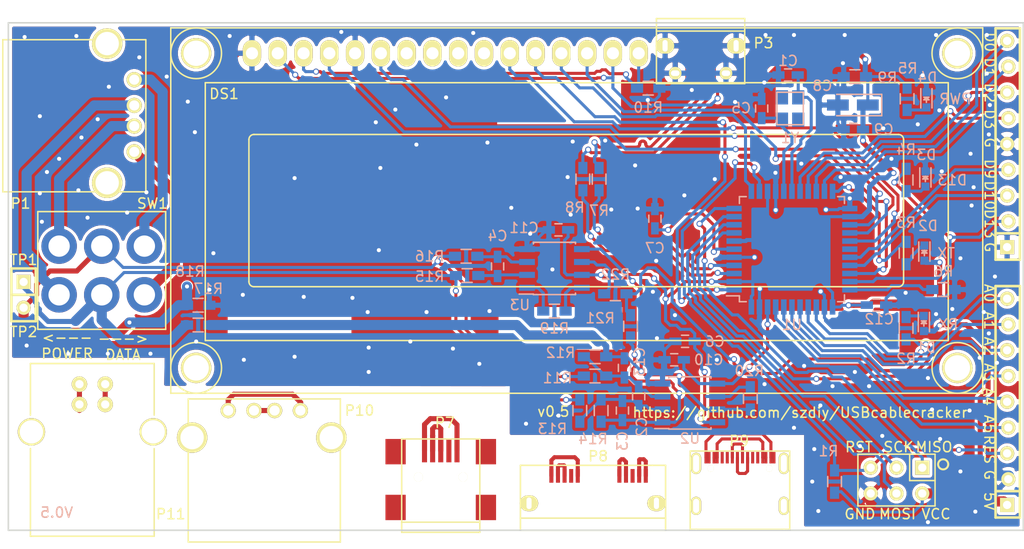
<source format=kicad_pcb>
(kicad_pcb (version 4) (host pcbnew 4.0.5+dfsg1-4)
  (layers (0 F.Cu signal) (31 B.Cu signal) (34 B.Paste user) (35 F.Paste user) (36 B.SilkS user) (37 F.SilkS user) (38 B.Mask user) (39 F.Mask user) (44 Edge.Cuts user))
  (net 0 "")
  (net 1 GND)
  (net 2 /TP1)
  (net 3 /TP2)
  (net 4 "Net-(D2-Pad1)")
  (net 5 "Net-(DS1-Pad7)")
  (net 6 "Net-(DS1-Pad8)")
  (net 7 "Net-(DS1-Pad9)")
  (net 8 "Net-(DS1-Pad10)")
  (net 9 /TEST2)
  (net 10 /TEST1)
  (net 11 "Net-(P1-Pad5)")
  (net 12 /TEST5)
  (net 13 /TEST6)
  (net 14 "Net-(P8-Pad4)")
  (net 15 "Net-(P8-Pad6)")
  (net 16 "Net-(P9-PadB8)")
  (net 17 "Net-(P9-PadA5)")
  (net 18 "Net-(P9-PadA8)")
  (net 19 "Net-(P9-PadB5)")
  (net 20 "Net-(P10-Pad5)")
  (net 21 "Net-(P11-Pad5)")
  (net 22 "Net-(D1-Pad1)")
  (net 23 "Net-(C3-Pad1)")
  (net 24 /AREF)
  (net 25 +5C)
  (net 26 /MISO)
  (net 27 /SCK)
  (net 28 /MOSI)
  (net 29 /RESET)
  (net 30 "Net-(D3-Pad2)")
  (net 31 "Net-(D4-Pad2)")
  (net 32 "Net-(DS1-Pad16)")
  (net 33 /D4)
  (net 34 /D5)
  (net 35 /D6)
  (net 36 /D7)
  (net 37 /IO11)
  (net 38 /IO12)
  (net 39 /A5)
  (net 40 /A4)
  (net 41 /A3)
  (net 42 /IO13)
  (net 43 /IO10)
  (net 44 /IO9)
  (net 45 /D3)
  (net 46 /D2)
  (net 47 /D1)
  (net 48 /D0)
  (net 49 /RX_LED)
  (net 50 /TX_LED)
  (net 51 /HWB)
  (net 52 /D+)
  (net 53 /D-)
  (net 54 "Net-(R19-Pad1)")
  (net 55 "Net-(R19-Pad2)")
  (net 56 /IO8)
  (net 57 /A0)
  (net 58 /A1)
  (net 59 /A2)
  (net 60 "Net-(C4-Pad1)")
  (net 61 "Net-(C4-Pad2)")
  (net 62 "Net-(C7-Pad2)")
  (net 63 "Net-(P1-Pad4)")
  (net 64 "Net-(P1-Pad3)")
  (net 65 "Net-(P1-Pad2)")
  (net 66 "Net-(P1-Pad1)")
  (net 67 "Net-(P7-Pad1)")
  (net 68 "Net-(P7-Pad2)")
  (net 69 "Net-(P7-Pad4)")
  (net 70 "Net-(P7-Pad6)")
  (net 71 "Net-(P8-Pad2)")
  (net 72 "Net-(P8-Pad1)")
  (net 73 "Net-(P10-Pad1)")
  (net 74 "Net-(P10-Pad2)")
  (net 75 "Net-(P11-Pad2)")
  (net 76 "Net-(P11-Pad1)")
  (net 77 "Net-(P1-Pad6)")
  (net 78 "Net-(P7-Pad9)")
  (net 79 "Net-(P7-Pad8)")
  (net 80 "Net-(P7-Pad7)")
  (net 81 "Net-(P8-Pad10)")
  (net 82 "Net-(P8-Pad8)")
  (net 83 "Net-(P8-Pad12)")
  (net 84 "Net-(P8-Pad11)")
  (net 85 "Net-(P10-Pad6)")
  (net 86 "Net-(P11-Pad6)")
  (net 87 "Net-(P9-Pad1)")
  (net 88 "Net-(P9-Pad2)")
  (net 89 "Net-(P9-Pad3)")
  (net 90 "Net-(P9-Pad4)")
  (net 91 /REFO)
  (net 92 /DIN-)
  (net 93 /DIN+)
  (net 94 /X+)
  (net 95 /X-)
  (net 96 "Net-(P3-Pad4)")
  (net 97 "Net-(R20-Pad2)")
  (net 98 "Net-(R22-Pad2)")
  (net 99 "Net-(C2-Pad2)")
  (net 100 "Net-(C13-Pad1)")
  (module Display:WC1602A (layer F.Cu) (at 74 53)
    (fp_text reference DS1 (at -2.75 4) (layer F.SilkS))
    (fp_text value LCD16X2)
    (pad 1 thru_hole oval (at 0 0) (size 1.8 2.6) (drill 1.2) (layers *.Cu *.Mask F.SilkS) (net 1 GND))
    (pad 2 thru_hole oval (at 2.54 0) (size 1.8 2.6) (drill 1.2) (layers *.Cu *.Mask F.SilkS) (net 25 +5C))
    (pad 3 thru_hole oval (at 5.08 0) (size 1.8 2.6) (drill 1.2) (layers *.Cu *.Mask F.SilkS) (net 32 "Net-(DS1-Pad16)"))
    (pad 4 thru_hole oval (at 7.62 0) (size 1.8 2.6) (drill 1.2) (layers *.Cu *.Mask F.SilkS) (net 33 /D4))
    (pad 5 thru_hole oval (at 10.16 0) (size 1.8 2.6) (drill 1.2) (layers *.Cu *.Mask F.SilkS) (net 1 GND))
    (pad 6 thru_hole oval (at 12.7 0) (size 1.8 2.6) (drill 1.2) (layers *.Cu *.Mask F.SilkS) (net 34 /D5))
    (pad 7 thru_hole oval (at 15.24 0) (size 1.8 2.6) (drill 1.2) (layers *.Cu *.Mask F.SilkS) (net 5 "Net-(DS1-Pad7)"))
    (pad 8 thru_hole oval (at 17.78 0) (size 1.8 2.6) (drill 1.2) (layers *.Cu *.Mask F.SilkS) (net 6 "Net-(DS1-Pad8)"))
    (pad 9 thru_hole oval (at 20.32 0) (size 1.8 2.6) (drill 1.2) (layers *.Cu *.Mask F.SilkS) (net 7 "Net-(DS1-Pad9)"))
    (pad 10 thru_hole oval (at 22.86 0) (size 1.8 2.6) (drill 1.2) (layers *.Cu *.Mask F.SilkS) (net 8 "Net-(DS1-Pad10)"))
    (pad 11 thru_hole oval (at 25.4 0) (size 1.8 2.6) (drill 1.2) (layers *.Cu *.Mask F.SilkS) (net 35 /D6))
    (pad 12 thru_hole oval (at 27.94 0) (size 1.8 2.6) (drill 1.2) (layers *.Cu *.Mask F.SilkS) (net 36 /D7))
    (pad 13 thru_hole oval (at 30.48 0) (size 1.8 2.6) (drill 1.2) (layers *.Cu *.Mask F.SilkS) (net 37 /IO11))
    (pad 14 thru_hole oval (at 33.02 0) (size 1.8 2.6) (drill 1.2) (layers *.Cu *.Mask F.SilkS) (net 38 /IO12))
    (pad 15 thru_hole oval (at 35.56 0) (size 1.8 2.6) (drill 1.2) (layers *.Cu *.Mask F.SilkS) (net 25 +5C))
    (pad 16 thru_hole oval (at 38.1 0) (size 1.8 2.6) (drill 1.2) (layers *.Cu *.Mask F.SilkS) (net 32 "Net-(DS1-Pad16)"))
    (pad 0 thru_hole circle (at -5.4991 0) (size 3 3) (drill 2.5) (layers *.Cu *.Mask F.SilkS))
    (pad 0 thru_hole circle (at -5.4991 31.0007) (size 3 3) (drill 2.5) (layers *.Cu *.Mask F.SilkS))
    (pad 0 thru_hole circle (at 69.49948 31.0007) (size 3 3) (drill 2.5) (layers *.Cu *.Mask F.SilkS))
    (pad 0 thru_hole circle (at 69.49948 0) (size 3 3) (drill 2.5) (layers *.Cu *.Mask F.SilkS))
  )
  (module Capacitors_SMD:C_0603_HandSoldering (layer B.Cu) (at 115.6 83.2 180)
    (fp_text reference C6 (at -4 1.8 180) (layer B.SilkS) (effects (justify mirror)))
    (fp_text value 100nF)
    (pad 1 smd rect (at -0.95 0 180) (size 1.2 0.75) (layers B.Cu B.Paste B.Mask) (net 24 /AREF))
    (pad 2 smd rect (at 0.95 0 180) (size 1.2 0.75) (layers B.Cu B.Paste B.Mask) (net 1 GND))
  )
  (module Resistors_SMD:R_0603_HandSoldering (layer B.Cu) (at 68.7 77.825)
    (fp_text reference R18 (at -0.8 -3.325) (layer B.SilkS) (effects (justify mirror)))
    (fp_text value 33)
    (pad 1 smd rect (at -1.1 0) (size 1.2 0.9) (layers B.Cu B.Paste B.Mask) (net 3 /TP2))
    (pad 2 smd rect (at 1.1 0) (size 1.2 0.9) (layers B.Cu B.Paste B.Mask) (net 1 GND))
  )
  (module Resistors_SMD:R_0603_HandSoldering (layer B.Cu) (at 68.7 79.775 180)
    (fp_text reference R17 (at -1 3.575 180) (layer B.SilkS) (effects (justify mirror)))
    (fp_text value 68)
    (pad 1 smd rect (at -1.1 0 180) (size 1.2 0.9) (layers B.Cu B.Paste B.Mask) (net 91 /REFO))
    (pad 2 smd rect (at 1.1 0 180) (size 1.2 0.9) (layers B.Cu B.Paste B.Mask) (net 2 /TP1))
  )
  (module USBcablecracker:DPDT (layer F.Cu) (at 63.4 76.8 90)
    (fp_text reference SW1 (at 9 0.8 180) (layer F.SilkS))
    (fp_text value Switch_SPDT_x2)
    (pad 1 thru_hole circle (at 0 0 90) (size 3.5 3.5) (drill 2.1) (layers *.Cu *.Mask) (net 63 "Net-(P1-Pad4)"))
    (pad 4 thru_hole circle (at 4.8 0 90) (size 3.5 3.5) (drill 2.1) (layers *.Cu *.Mask) (net 66 "Net-(P1-Pad1)"))
    (pad 2 thru_hole circle (at 0 -4.2 90) (size 3.5 3.5) (drill 2.1) (layers *.Cu *.Mask) (net 2 /TP1))
    (pad 5 thru_hole circle (at 4.8 -4.2 90) (size 3.5 3.5) (drill 2.1) (layers *.Cu *.Mask) (net 3 /TP2))
    (pad 3 thru_hole circle (at 0 -8.4 90) (size 3.5 3.5) (drill 2.1) (layers *.Cu *.Mask) (net 65 "Net-(P1-Pad2)"))
    (pad 6 thru_hole circle (at 4.8 -8.4 90) (size 3.5 3.5) (drill 2.1) (layers *.Cu *.Mask) (net 64 "Net-(P1-Pad3)"))
  )
  (module USBtypeC:USBtypeC (layer F.Cu) (at 122.4 96.2)
    (fp_text reference P9 (at -0.4 -5) (layer F.SilkS))
    (fp_text value USB_TYPEC-S)
    (pad 1 thru_hole oval (at -4.64 1.39) (size 1 1.8) (drill oval 0.6 1.4) (layers *.Cu *.Mask F.SilkS) (net 87 "Net-(P9-Pad1)"))
    (pad 2 thru_hole oval (at 4 1.39) (size 1 1.8) (drill oval 0.6 1.4) (layers *.Cu *.Mask F.SilkS) (net 88 "Net-(P9-Pad2)"))
    (pad 3 thru_hole oval (at -4.64 -2.79) (size 1 2.1) (drill oval 0.6 1.7) (layers *.Cu *.Mask F.SilkS) (net 89 "Net-(P9-Pad3)"))
    (pad 4 thru_hole oval (at 4 -2.79) (size 1 2.1) (drill oval 0.6 1.7) (layers *.Cu *.Mask F.SilkS) (net 90 "Net-(P9-Pad4)"))
    (pad "" np_thru_hole circle (at -3.21 -2.29) (size 0.65 0.65) (drill 0.65) (layers *.Cu *.Mask F.SilkS))
    (pad "" np_thru_hole circle (at 2.57 -2.29) (size 0.65 0.65) (drill 0.65) (layers *.Cu *.Mask F.SilkS))
    (pad B8 smd rect (at -2.07 -3.36) (size 0.3 1.14) (layers F.Cu F.Paste F.Mask) (net 16 "Net-(P9-PadB8)"))
    (pad A5 smd rect (at -1.57 -3.36) (size 0.3 1.14) (layers F.Cu F.Paste F.Mask) (net 17 "Net-(P9-PadA5)"))
    (pad B7 smd rect (at -1.07 -3.36) (size 0.3 1.14) (layers F.Cu F.Paste F.Mask) (net 13 /TEST6))
    (pad A6 smd rect (at -0.57 -3.36) (size 0.3 1.14) (layers F.Cu F.Paste F.Mask) (net 9 /TEST2))
    (pad A7 smd rect (at -0.07 -3.36) (size 0.3 1.14) (layers F.Cu F.Paste F.Mask) (net 13 /TEST6))
    (pad B6 smd rect (at 0.43 -3.36) (size 0.3 1.14) (layers F.Cu F.Paste F.Mask) (net 9 /TEST2))
    (pad A8 smd rect (at 0.93 -3.36) (size 0.3 1.14) (layers F.Cu F.Paste F.Mask) (net 18 "Net-(P9-PadA8)"))
    (pad B5 smd rect (at 1.43 -3.36) (size 0.3 1.14) (layers F.Cu F.Paste F.Mask) (net 19 "Net-(P9-PadB5)"))
    (pad A1 smd rect (at -3.67 -3.36) (size 0.3 1.14) (layers F.Cu F.Paste F.Mask) (net 10 /TEST1))
    (pad B12 smd rect (at -3.37 -3.36) (size 0.3 1.14) (layers F.Cu F.Paste F.Mask) (net 10 /TEST1))
    (pad A4 smd rect (at -2.87 -3.36) (size 0.3 1.14) (layers F.Cu F.Paste F.Mask) (net 12 /TEST5))
    (pad B9 smd rect (at -2.57 -3.36) (size 0.3 1.14) (layers F.Cu F.Paste F.Mask) (net 12 /TEST5))
    (pad B4 smd rect (at 1.93 -3.36) (size 0.3 1.14) (layers F.Cu F.Paste F.Mask) (net 12 /TEST5))
    (pad A9 smd rect (at 2.23 -3.36) (size 0.3 1.14) (layers F.Cu F.Paste F.Mask) (net 12 /TEST5))
    (pad B1 smd rect (at 2.73 -3.36) (size 0.3 1.14) (layers F.Cu F.Paste F.Mask) (net 10 /TEST1))
    (pad A12 smd rect (at 3.03 -3.36) (size 0.3 1.14) (layers F.Cu F.Paste F.Mask) (net 10 /TEST1))
  )
  (module Capacitors_SMD:C_0603_HandSoldering (layer B.Cu) (at 126.819496 55.141946 180)
    (fp_text reference C1 (at 0 1.4 180) (layer B.SilkS) (effects (justify mirror)))
    (fp_text value 15P)
    (pad 1 smd rect (at -0.95 0 180) (size 1.2 0.75) (layers B.Cu B.Paste B.Mask) (net 94 /X+))
    (pad 2 smd rect (at 0.95 0 180) (size 1.2 0.75) (layers B.Cu B.Paste B.Mask) (net 1 GND))
  )
  (module Capacitors_SMD:C_0603_HandSoldering (layer B.Cu) (at 112.1 86.8 270)
    (fp_text reference C2 (at 3 -0.3 450) (layer B.SilkS) (effects (justify mirror)))
    (fp_text value 1nF)
    (pad 1 smd rect (at -0.95 0 270) (size 1.2 0.75) (layers B.Cu B.Paste B.Mask) (net 100 "Net-(C13-Pad1)"))
    (pad 2 smd rect (at 0.95 0 270) (size 1.2 0.75) (layers B.Cu B.Paste B.Mask) (net 99 "Net-(C2-Pad2)"))
  )
  (module Capacitors_SMD:C_0603_HandSoldering (layer B.Cu) (at 110.5 88.2 90)
    (fp_text reference C3 (at -3 0 270) (layer B.SilkS) (effects (justify mirror)))
    (fp_text value 1nF)
    (pad 1 smd rect (at -0.95 0 90) (size 1.2 0.75) (layers B.Cu B.Paste B.Mask) (net 23 "Net-(C3-Pad1)"))
    (pad 2 smd rect (at 0.95 0 90) (size 1.2 0.75) (layers B.Cu B.Paste B.Mask) (net 99 "Net-(C2-Pad2)"))
  )
  (module Capacitors_SMD:C_0603_HandSoldering (layer B.Cu) (at 98.2 74 90)
    (fp_text reference C4 (at 3 0 180) (layer B.SilkS) (effects (justify mirror)))
    (fp_text value 1nF)
    (pad 1 smd rect (at -0.95 0 90) (size 1.2 0.75) (layers B.Cu B.Paste B.Mask) (net 60 "Net-(C4-Pad1)"))
    (pad 2 smd rect (at 0.95 0 90) (size 1.2 0.75) (layers B.Cu B.Paste B.Mask) (net 61 "Net-(C4-Pad2)"))
  )
  (module Capacitors_SMD:C_0603_HandSoldering (layer B.Cu) (at 124.219496 58.441946 90)
    (fp_text reference C5 (at 0.041946 -2.019496 180) (layer B.SilkS) (effects (justify mirror)))
    (fp_text value 15P)
    (pad 1 smd rect (at -0.95 0 90) (size 1.2 0.75) (layers B.Cu B.Paste B.Mask) (net 95 /X-))
    (pad 2 smd rect (at 0.95 0 90) (size 1.2 0.75) (layers B.Cu B.Paste B.Mask) (net 1 GND))
  )
  (module Capacitors_SMD:C_0603_HandSoldering (layer B.Cu) (at 113.7 69.3 270)
    (fp_text reference C7 (at 2.9 0 360) (layer B.SilkS) (effects (justify mirror)))
    (fp_text value 1uF)
    (pad 1 smd rect (at -0.95 0 270) (size 1.2 0.75) (layers B.Cu B.Paste B.Mask) (net 1 GND))
    (pad 2 smd rect (at 0.95 0 270) (size 1.2 0.75) (layers B.Cu B.Paste B.Mask) (net 62 "Net-(C7-Pad2)"))
  )
  (module Capacitors_SMD:C_0603_HandSoldering (layer B.Cu) (at 133.25 60.5)
    (fp_text reference C9 (at 3 0) (layer B.SilkS) (effects (justify mirror)))
    (fp_text value 100nF)
    (pad 1 smd rect (at -0.95 0) (size 1.2 0.75) (layers B.Cu B.Paste B.Mask) (net 1 GND))
    (pad 2 smd rect (at 0.95 0) (size 1.2 0.75) (layers B.Cu B.Paste B.Mask) (net 25 +5C))
  )
  (module Connectors:CONN_2.54mm_2x3 (layer F.Cu) (at 137.5 95.1 90)
    (fp_text reference CONN1 hide)
    (fp_text value ICSP hide)
    (pad 1 thru_hole rect (at 1.27 2.54 90) (size 1.397 1.397) (drill 0.8128) (layers *.Cu *.Mask F.SilkS) (net 26 /MISO))
    (pad 2 thru_hole circle (at -1.27 2.54 90) (size 1.397 1.397) (drill 0.8128) (layers *.Cu *.Mask F.SilkS) (net 25 +5C))
    (pad 3 thru_hole circle (at 1.27 0 90) (size 1.397 1.397) (drill 0.8128) (layers *.Cu *.Mask F.SilkS) (net 27 /SCK))
    (pad 4 thru_hole circle (at -1.27 0 90) (size 1.397 1.397) (drill 0.8128) (layers *.Cu *.Mask F.SilkS) (net 28 /MOSI))
    (pad 5 thru_hole circle (at 1.27 -2.54 90) (size 1.397 1.397) (drill 0.8128) (layers *.Cu *.Mask F.SilkS) (net 29 /RESET))
    (pad 6 thru_hole circle (at -1.27 -2.54 90) (size 1.397 1.397) (drill 0.8128) (layers *.Cu *.Mask F.SilkS) (net 1 GND))
  )
  (module LEDs:LED_0603 (layer B.Cu) (at 140.2 79.625 270)
    (fp_text reference D1 (at 2.375 -0.2 360) (layer B.SilkS) (effects (justify mirror)))
    (fp_text value RX)
    (pad 2 smd rect (at 0.7493 0 90) (size 0.79756 0.79756) (layers B.Cu B.Paste B.Mask) (net 25 +5C))
    (pad 1 smd rect (at -0.7493 0 90) (size 0.79756 0.79756) (layers B.Cu B.Paste B.Mask) (net 22 "Net-(D1-Pad1)"))
  )
  (module LEDs:LED_0603 (layer B.Cu) (at 140.247767 72.686035 270)
    (fp_text reference D2 (at -2.686035 -0.352233 360) (layer B.SilkS) (effects (justify mirror)))
    (fp_text value TX)
    (pad 2 smd rect (at 0.7493 0 90) (size 0.79756 0.79756) (layers B.Cu B.Paste B.Mask) (net 25 +5C))
    (pad 1 smd rect (at -0.7493 0 90) (size 0.79756 0.79756) (layers B.Cu B.Paste B.Mask) (net 4 "Net-(D2-Pad1)"))
  )
  (module LEDs:LED_0603 (layer B.Cu) (at 140.347767 65.386035 270)
    (fp_text reference D3 (at -2.386035 -0.1 360) (layer B.SilkS) (effects (justify mirror)))
    (fp_text value L)
    (pad 2 smd rect (at 0.7493 0 90) (size 0.79756 0.79756) (layers B.Cu B.Paste B.Mask) (net 30 "Net-(D3-Pad2)"))
    (pad 1 smd rect (at -0.7493 0 90) (size 0.79756 0.79756) (layers B.Cu B.Paste B.Mask) (net 1 GND))
  )
  (module LEDs:LED_0603 (layer B.Cu) (at 140.447767 57.586035 270)
    (fp_text reference D4 (at -2.186035 -0.1 360) (layer B.SilkS) (effects (justify mirror)))
    (fp_text value ON)
    (pad 2 smd rect (at 0.7493 0 90) (size 0.79756 0.79756) (layers B.Cu B.Paste B.Mask) (net 31 "Net-(D4-Pad2)"))
    (pad 1 smd rect (at -0.7493 0 90) (size 0.79756 0.79756) (layers B.Cu B.Paste B.Mask) (net 1 GND))
  )
  (module Resistors_SMD:R_0603_HandSoldering (layer B.Cu) (at 131.4 95.2 90)
    (fp_text reference R1 (at 3 -0.6 180) (layer B.SilkS) (effects (justify mirror)))
    (fp_text value 10K)
    (pad 1 smd rect (at -1.1 0 90) (size 1.2 0.9) (layers B.Cu B.Paste B.Mask) (net 25 +5C))
    (pad 2 smd rect (at 1.1 0 90) (size 1.2 0.9) (layers B.Cu B.Paste B.Mask) (net 29 /RESET))
  )
  (module Resistors_SMD:R_0603_HandSoldering (layer B.Cu) (at 138.447767 80.086035 270)
    (fp_text reference R2 (at 3 0 360) (layer B.SilkS) (effects (justify mirror)))
    (fp_text value 1K)
    (pad 1 smd rect (at -1.1 0 270) (size 1.2 0.9) (layers B.Cu B.Paste B.Mask) (net 22 "Net-(D1-Pad1)"))
    (pad 2 smd rect (at 1.1 0 270) (size 1.2 0.9) (layers B.Cu B.Paste B.Mask) (net 49 /RX_LED))
  )
  (module Resistors_SMD:R_0603_HandSoldering (layer B.Cu) (at 138.447767 72.686035 90)
    (fp_text reference R3 (at 3 0 180) (layer B.SilkS) (effects (justify mirror)))
    (fp_text value 1K)
    (pad 1 smd rect (at -1.1 0 90) (size 1.2 0.9) (layers B.Cu B.Paste B.Mask) (net 4 "Net-(D2-Pad1)"))
    (pad 2 smd rect (at 1.1 0 90) (size 1.2 0.9) (layers B.Cu B.Paste B.Mask) (net 50 /TX_LED))
  )
  (module Resistors_SMD:R_0603_HandSoldering (layer B.Cu) (at 138.447767 65.486035 90)
    (fp_text reference R4 (at 3 0 180) (layer B.SilkS) (effects (justify mirror)))
    (fp_text value 1K)
    (pad 1 smd rect (at -1.1 0 90) (size 1.2 0.9) (layers B.Cu B.Paste B.Mask) (net 30 "Net-(D3-Pad2)"))
    (pad 2 smd rect (at 1.1 0 90) (size 1.2 0.9) (layers B.Cu B.Paste B.Mask) (net 42 /IO13))
  )
  (module Resistors_SMD:R_0603_HandSoldering (layer B.Cu) (at 138.547767 57.486035 90)
    (fp_text reference R5 (at 3 0.052233 180) (layer B.SilkS) (effects (justify mirror)))
    (fp_text value 1K)
    (pad 1 smd rect (at -1.1 0 90) (size 1.2 0.9) (layers B.Cu B.Paste B.Mask) (net 31 "Net-(D4-Pad2)"))
    (pad 2 smd rect (at 1.1 0 90) (size 1.2 0.9) (layers B.Cu B.Paste B.Mask) (net 25 +5C))
  )
  (module Resistors_SMD:R_0603_HandSoldering (layer B.Cu) (at 142.13 76.28 180)
    (fp_text reference R6 (at 0 1.8 180) (layer B.SilkS) (effects (justify mirror)))
    (fp_text value 1K)
    (pad 1 smd rect (at -1.1 0 180) (size 1.2 0.9) (layers B.Cu B.Paste B.Mask) (net 1 GND))
    (pad 2 smd rect (at 1.1 0 180) (size 1.2 0.9) (layers B.Cu B.Paste B.Mask) (net 51 /HWB))
  )
  (module Resistors_SMD:R_0603_HandSoldering (layer B.Cu) (at 108.2 65.4 90)
    (fp_text reference R7 (at -3.1 0 180) (layer B.SilkS) (effects (justify mirror)))
    (fp_text value 22R)
    (pad 1 smd rect (at -1.1 0 90) (size 1.2 0.9) (layers B.Cu B.Paste B.Mask) (net 52 /D+))
    (pad 2 smd rect (at 1.1 0 90) (size 1.2 0.9) (layers B.Cu B.Paste B.Mask) (net 93 /DIN+))
  )
  (module Resistors_SMD:R_0603_HandSoldering (layer B.Cu) (at 106.6 65.4 90)
    (fp_text reference R8 (at -2.8 -0.8 180) (layer B.SilkS) (effects (justify mirror)))
    (fp_text value 22R)
    (pad 1 smd rect (at -1.1 0 90) (size 1.2 0.9) (layers B.Cu B.Paste B.Mask) (net 53 /D-))
    (pad 2 smd rect (at 1.1 0 90) (size 1.2 0.9) (layers B.Cu B.Paste B.Mask) (net 92 /DIN-))
  )
  (module Resistors_SMD:R_0603_HandSoldering (layer B.Cu) (at 133.4 55.3)
    (fp_text reference R9 (at 3.2 0.1) (layer B.SilkS) (effects (justify mirror)))
    (fp_text value 10K)
    (pad 1 smd rect (at -1.1 0) (size 1.2 0.9) (layers B.Cu B.Paste B.Mask) (net 1 GND))
    (pad 2 smd rect (at 1.1 0) (size 1.2 0.9) (layers B.Cu B.Paste B.Mask) (net 25 +5C))
  )
  (module Resistors_SMD:R_0603_HandSoldering (layer B.Cu) (at 113.04 56.44)
    (fp_text reference R10 (at 0 1.9) (layer B.SilkS) (effects (justify mirror)))
    (fp_text value 91R)
    (pad 1 smd rect (at -1.1 0) (size 1.2 0.9) (layers B.Cu B.Paste B.Mask) (net 32 "Net-(DS1-Pad16)"))
    (pad 2 smd rect (at 1.1 0) (size 1.2 0.9) (layers B.Cu B.Paste B.Mask) (net 1 GND))
  )
  (module Resistors_SMD:R_0603_HandSoldering (layer B.Cu) (at 107.8 84.8 180)
    (fp_text reference R11 (at 3.7 -0.2 180) (layer B.SilkS) (effects (justify mirror)))
    (fp_text value 10K)
    (pad 1 smd rect (at -1.1 0 180) (size 1.2 0.9) (layers B.Cu B.Paste B.Mask) (net 100 "Net-(C13-Pad1)"))
    (pad 2 smd rect (at 1.1 0 180) (size 1.2 0.9) (layers B.Cu B.Paste B.Mask) (net 3 /TP2))
  )
  (module Resistors_SMD:R_0603_HandSoldering (layer B.Cu) (at 107.8 82.9)
    (fp_text reference R12 (at -3.4 -0.4 180) (layer B.SilkS) (effects (justify mirror)))
    (fp_text value 100K)
    (pad 1 smd rect (at -1.1 0) (size 1.2 0.9) (layers B.Cu B.Paste B.Mask) (net 100 "Net-(C13-Pad1)"))
    (pad 2 smd rect (at 1.1 0) (size 1.2 0.9) (layers B.Cu B.Paste B.Mask) (net 91 /REFO))
  )
  (module Resistors_SMD:R_0603_HandSoldering (layer B.Cu) (at 106.3 88.2 90)
    (fp_text reference R13 (at -1.8 -2.7 180) (layer B.SilkS) (effects (justify mirror)))
    (fp_text value 10K)
    (pad 1 smd rect (at -1.1 0 90) (size 1.2 0.9) (layers B.Cu B.Paste B.Mask) (net 99 "Net-(C2-Pad2)"))
    (pad 2 smd rect (at 1.1 0 90) (size 1.2 0.9) (layers B.Cu B.Paste B.Mask) (net 2 /TP1))
  )
  (module Resistors_SMD:R_0603_HandSoldering (layer B.Cu) (at 108.4 88.2 90)
    (fp_text reference R14 (at -2.8 -0.8 180) (layer B.SilkS) (effects (justify mirror)))
    (fp_text value 100K)
    (pad 1 smd rect (at -1.1 0 90) (size 1.2 0.9) (layers B.Cu B.Paste B.Mask) (net 23 "Net-(C3-Pad1)"))
    (pad 2 smd rect (at 1.1 0 90) (size 1.2 0.9) (layers B.Cu B.Paste B.Mask) (net 99 "Net-(C2-Pad2)"))
  )
  (module Resistors_SMD:R_0603_HandSoldering (layer B.Cu) (at 95.2 74.9 180)
    (fp_text reference R15 (at 3.7 -0.1 180) (layer B.SilkS) (effects (justify mirror)))
    (fp_text value 10K)
    (pad 1 smd rect (at -1.1 0 180) (size 1.2 0.9) (layers B.Cu B.Paste B.Mask) (net 60 "Net-(C4-Pad1)"))
    (pad 2 smd rect (at 1.1 0 180) (size 1.2 0.9) (layers B.Cu B.Paste B.Mask) (net 2 /TP1))
  )
  (module Resistors_SMD:R_0603_HandSoldering (layer B.Cu) (at 95.1 73 180)
    (fp_text reference R16 (at 3.6 0 180) (layer B.SilkS) (effects (justify mirror)))
    (fp_text value 10K)
    (pad 1 smd rect (at -1.1 0 180) (size 1.2 0.9) (layers B.Cu B.Paste B.Mask) (net 61 "Net-(C4-Pad2)"))
    (pad 2 smd rect (at 1.1 0 180) (size 1.2 0.9) (layers B.Cu B.Paste B.Mask) (net 3 /TP2))
  )
  (module Resistors_SMD:R_0603_HandSoldering (layer B.Cu) (at 103.8 78.4 180)
    (fp_text reference R19 (at 0 -1.7 180) (layer B.SilkS) (effects (justify mirror)))
    (fp_text value 11k)
    (pad 1 smd rect (at -1.1 0 180) (size 1.2 0.9) (layers B.Cu B.Paste B.Mask) (net 54 "Net-(R19-Pad1)"))
    (pad 2 smd rect (at 1.1 0 180) (size 1.2 0.9) (layers B.Cu B.Paste B.Mask) (net 55 "Net-(R19-Pad2)"))
  )
  (module Housings_QFP:TQFP-44_10x10mm_Pitch0.8mm (layer B.Cu) (at 127.2 72.3)
    (fp_text reference U1 (at 0 7.45) (layer B.SilkS) (effects (justify mirror)))
    (fp_text value ATmega32U4-AU)
    (pad 1 smd rect (at -5.7 4) (size 1.5 0.55) (layers B.Cu B.Paste B.Mask) (net 36 /D7))
    (pad 2 smd rect (at -5.7 3.2) (size 1.5 0.55) (layers B.Cu B.Paste B.Mask) (net 25 +5C))
    (pad 3 smd rect (at -5.7 2.4) (size 1.5 0.55) (layers B.Cu B.Paste B.Mask) (net 53 /D-))
    (pad 4 smd rect (at -5.7 1.6) (size 1.5 0.55) (layers B.Cu B.Paste B.Mask) (net 52 /D+))
    (pad 5 smd rect (at -5.7 0.8) (size 1.5 0.55) (layers B.Cu B.Paste B.Mask) (net 1 GND))
    (pad 6 smd rect (at -5.7 0) (size 1.5 0.55) (layers B.Cu B.Paste B.Mask) (net 62 "Net-(C7-Pad2)"))
    (pad 7 smd rect (at -5.7 -0.8) (size 1.5 0.55) (layers B.Cu B.Paste B.Mask) (net 25 +5C))
    (pad 8 smd rect (at -5.7 -1.6) (size 1.5 0.55) (layers B.Cu B.Paste B.Mask) (net 49 /RX_LED))
    (pad 9 smd rect (at -5.7 -2.4) (size 1.5 0.55) (layers B.Cu B.Paste B.Mask) (net 27 /SCK))
    (pad 10 smd rect (at -5.7 -3.2) (size 1.5 0.55) (layers B.Cu B.Paste B.Mask) (net 28 /MOSI))
    (pad 11 smd rect (at -5.7 -4) (size 1.5 0.55) (layers B.Cu B.Paste B.Mask) (net 26 /MISO))
    (pad 12 smd rect (at -4 -5.7 270) (size 1.5 0.55) (layers B.Cu B.Paste B.Mask) (net 37 /IO11))
    (pad 13 smd rect (at -3.2 -5.7 270) (size 1.5 0.55) (layers B.Cu B.Paste B.Mask) (net 29 /RESET))
    (pad 14 smd rect (at -2.4 -5.7 270) (size 1.5 0.55) (layers B.Cu B.Paste B.Mask) (net 25 +5C))
    (pad 15 smd rect (at -1.6 -5.7 270) (size 1.5 0.55) (layers B.Cu B.Paste B.Mask) (net 1 GND))
    (pad 16 smd rect (at -0.8 -5.7 270) (size 1.5 0.55) (layers B.Cu B.Paste B.Mask) (net 95 /X-))
    (pad 17 smd rect (at 0 -5.7 270) (size 1.5 0.55) (layers B.Cu B.Paste B.Mask) (net 94 /X+))
    (pad 18 smd rect (at 0.8 -5.7 270) (size 1.5 0.55) (layers B.Cu B.Paste B.Mask) (net 45 /D3))
    (pad 19 smd rect (at 1.6 -5.7 270) (size 1.5 0.55) (layers B.Cu B.Paste B.Mask) (net 46 /D2))
    (pad 20 smd rect (at 2.4 -5.7 270) (size 1.5 0.55) (layers B.Cu B.Paste B.Mask) (net 48 /D0))
    (pad 21 smd rect (at 3.2 -5.7 270) (size 1.5 0.55) (layers B.Cu B.Paste B.Mask) (net 47 /D1))
    (pad 22 smd rect (at 4 -5.7 270) (size 1.5 0.55) (layers B.Cu B.Paste B.Mask) (net 50 /TX_LED))
    (pad 23 smd rect (at 5.7 -4) (size 1.5 0.55) (layers B.Cu B.Paste B.Mask) (net 1 GND))
    (pad 24 smd rect (at 5.7 -3.2) (size 1.5 0.55) (layers B.Cu B.Paste B.Mask) (net 25 +5C))
    (pad 25 smd rect (at 5.7 -2.4) (size 1.5 0.55) (layers B.Cu B.Paste B.Mask) (net 33 /D4))
    (pad 26 smd rect (at 5.7 -1.6) (size 1.5 0.55) (layers B.Cu B.Paste B.Mask) (net 38 /IO12))
    (pad 27 smd rect (at 5.7 -0.8) (size 1.5 0.55) (layers B.Cu B.Paste B.Mask) (net 35 /D6))
    (pad 28 smd rect (at 5.7 0) (size 1.5 0.55) (layers B.Cu B.Paste B.Mask) (net 56 /IO8))
    (pad 29 smd rect (at 5.7 0.8) (size 1.5 0.55) (layers B.Cu B.Paste B.Mask) (net 44 /IO9))
    (pad 30 smd rect (at 5.7 1.6) (size 1.5 0.55) (layers B.Cu B.Paste B.Mask) (net 43 /IO10))
    (pad 31 smd rect (at 5.7 2.4) (size 1.5 0.55) (layers B.Cu B.Paste B.Mask) (net 34 /D5))
    (pad 32 smd rect (at 5.7 3.2) (size 1.5 0.55) (layers B.Cu B.Paste B.Mask) (net 42 /IO13))
    (pad 33 smd rect (at 5.7 4) (size 1.5 0.55) (layers B.Cu B.Paste B.Mask) (net 51 /HWB))
    (pad 34 smd rect (at 4 5.7 270) (size 1.5 0.55) (layers B.Cu B.Paste B.Mask) (net 25 +5C))
    (pad 35 smd rect (at 3.2 5.7 270) (size 1.5 0.55) (layers B.Cu B.Paste B.Mask) (net 1 GND))
    (pad 36 smd rect (at 2.4 5.7 270) (size 1.5 0.55) (layers B.Cu B.Paste B.Mask) (net 57 /A0))
    (pad 37 smd rect (at 1.6 5.7 270) (size 1.5 0.55) (layers B.Cu B.Paste B.Mask) (net 58 /A1))
    (pad 38 smd rect (at 0.8 5.7 270) (size 1.5 0.55) (layers B.Cu B.Paste B.Mask) (net 59 /A2))
    (pad 39 smd rect (at 0 5.7 270) (size 1.5 0.55) (layers B.Cu B.Paste B.Mask) (net 41 /A3))
    (pad 40 smd rect (at -0.8 5.7 270) (size 1.5 0.55) (layers B.Cu B.Paste B.Mask) (net 40 /A4))
    (pad 41 smd rect (at -1.6 5.7 270) (size 1.5 0.55) (layers B.Cu B.Paste B.Mask) (net 39 /A5))
    (pad 42 smd rect (at -2.4 5.7 270) (size 1.5 0.55) (layers B.Cu B.Paste B.Mask) (net 24 /AREF))
    (pad 43 smd rect (at -3.2 5.7 270) (size 1.5 0.55) (layers B.Cu B.Paste B.Mask) (net 1 GND))
    (pad 44 smd rect (at -4 5.7 270) (size 1.5 0.55) (layers B.Cu B.Paste B.Mask) (net 25 +5C))
  )
  (module Housings_SOIC:SOIC-8_3.9x4.9mm_Pitch1.27mm (layer B.Cu) (at 117.15 87.45)
    (fp_text reference U2 (at 0 3.5) (layer B.SilkS) (effects (justify mirror)))
    (fp_text value LMV358)
    (pad 1 smd rect (at -2.7 1.905) (size 1.55 0.6) (layers B.Cu B.Paste B.Mask) (net 23 "Net-(C3-Pad1)"))
    (pad 2 smd rect (at -2.7 0.635) (size 1.55 0.6) (layers B.Cu B.Paste B.Mask) (net 99 "Net-(C2-Pad2)"))
    (pad 3 smd rect (at -2.7 -0.635) (size 1.55 0.6) (layers B.Cu B.Paste B.Mask) (net 100 "Net-(C13-Pad1)"))
    (pad 4 smd rect (at -2.7 -1.905) (size 1.55 0.6) (layers B.Cu B.Paste B.Mask) (net 1 GND))
    (pad 5 smd rect (at 2.7 -1.905) (size 1.55 0.6) (layers B.Cu B.Paste B.Mask) (net 24 /AREF))
    (pad 6 smd rect (at 2.7 -0.635) (size 1.55 0.6) (layers B.Cu B.Paste B.Mask) (net 97 "Net-(R20-Pad2)"))
    (pad 7 smd rect (at 2.7 0.635) (size 1.55 0.6) (layers B.Cu B.Paste B.Mask) (net 91 /REFO))
    (pad 8 smd rect (at 2.7 1.905) (size 1.55 0.6) (layers B.Cu B.Paste B.Mask) (net 25 +5C))
  )
  (module Crystals:crystal_FA238-TSX3225 (layer B.Cu) (at 127.019496 58.441946 270)
    (fp_text reference Y1 (at 2.9 0 360) (layer B.SilkS) (effects (justify mirror)))
    (fp_text value 16MHz)
    (pad 1 smd rect (at -1.1 -0.8 270) (size 1.4 1.2) (layers B.Cu B.Paste B.Mask) (net 94 /X+))
    (pad 3 smd rect (at 1.1 -0.8 270) (size 1.4 1.2) (layers B.Cu B.Paste B.Mask))
    (pad 3 smd rect (at -1.1 0.8 270) (size 1.4 1.2) (layers B.Cu B.Paste B.Mask))
    (pad 2 smd rect (at 1.1 0.8 270) (size 1.4 1.2) (layers B.Cu B.Paste B.Mask) (net 95 /X-))
  )
  (module Capacitors_Tantalum_SMD:Tantalum_Case-A_EIA-3216-18_Wave (layer B.Cu) (at 133.2 58.1 180)
    (fp_text reference C8 (at 3 1.9 180) (layer B.SilkS) (effects (justify mirror)))
    (fp_text value 22uF)
    (pad 1 smd rect (at -1.475 0 180) (size 2.15 1.1) (layers B.Cu B.Paste B.Mask) (net 25 +5C))
    (pad 2 smd rect (at 1.475 0 180) (size 2.15 1.1) (layers B.Cu B.Paste B.Mask) (net 1 GND))
  )
  (module Connectors:CONN_2.54mm_1x2 (layer F.Cu) (at 51.5 76.8 90)
    (fp_text reference P2 hide)
    (fp_text value CONN_01X02 hide)
    (pad 1 thru_hole rect (at 1.27 0 90) (size 1.397 1.397) (drill 0.8128) (layers *.Cu *.Mask F.SilkS) (net 2 /TP1))
    (pad 2 thru_hole circle (at -1.27 0 90) (size 1.397 1.397) (drill 0.8128) (layers *.Cu *.Mask F.SilkS) (net 3 /TP2))
  )
  (module Capacitors_SMD:C_0603_HandSoldering (layer B.Cu) (at 116.67 81.38)
    (fp_text reference C10 (at 2.33 1.82) (layer B.SilkS) (effects (justify mirror)))
    (fp_text value 100nF)
    (pad 1 smd rect (at -0.95 0) (size 1.2 0.75) (layers B.Cu B.Paste B.Mask) (net 1 GND))
    (pad 2 smd rect (at 0.95 0) (size 1.2 0.75) (layers B.Cu B.Paste B.Mask) (net 25 +5C))
  )
  (module Capacitors_SMD:C_0603_HandSoldering (layer B.Cu) (at 104.2 70.4)
    (fp_text reference C11 (at -3.4 -0.2 180) (layer B.SilkS) (effects (justify mirror)))
    (fp_text value 100nF)
    (pad 1 smd rect (at -0.95 0) (size 1.2 0.75) (layers B.Cu B.Paste B.Mask) (net 1 GND))
    (pad 2 smd rect (at 0.95 0) (size 1.2 0.75) (layers B.Cu B.Paste B.Mask) (net 25 +5C))
  )
  (module Capacitors_SMD:C_0603_HandSoldering (layer B.Cu) (at 135.53 77.81 180)
    (fp_text reference C12 (at -0.27 -1.39 180) (layer B.SilkS) (effects (justify mirror)))
    (fp_text value 100nF)
    (pad 1 smd rect (at -0.95 0 180) (size 1.2 0.75) (layers B.Cu B.Paste B.Mask) (net 1 GND))
    (pad 2 smd rect (at 0.95 0 180) (size 1.2 0.75) (layers B.Cu B.Paste B.Mask) (net 25 +5C))
  )
  (module USBcablecracker:USB_Mini-B (layer F.Cu) (at 92.6 95.6 90)
    (fp_text reference P7 (at 6.2 0.4 360) (layer F.SilkS))
    (fp_text value USB_B-Mini)
    (pad 1 smd rect (at 3.44932 -1.6002 90) (size 2.30124 0.50038) (layers F.Cu F.Paste F.Mask) (net 67 "Net-(P7-Pad1)"))
    (pad 2 smd rect (at 3.44932 -0.8001 90) (size 2.30124 0.50038) (layers F.Cu F.Paste F.Mask) (net 68 "Net-(P7-Pad2)"))
    (pad 3 smd rect (at 3.44932 0 90) (size 2.30124 0.50038) (layers F.Cu F.Paste F.Mask) (net 68 "Net-(P7-Pad2)"))
    (pad 4 smd rect (at 3.44932 0.8001 90) (size 2.30124 0.50038) (layers F.Cu F.Paste F.Mask) (net 69 "Net-(P7-Pad4)"))
    (pad 5 smd rect (at 3.44932 1.6002 90) (size 2.30124 0.50038) (layers F.Cu F.Paste F.Mask) (net 67 "Net-(P7-Pad1)"))
    (pad 9 smd rect (at 3.35026 -4.45008 90) (size 2.49936 1.99898) (layers F.Cu F.Paste F.Mask) (net 78 "Net-(P7-Pad9)"))
    (pad 8 smd rect (at -2.14884 -4.45008 90) (size 2.49936 1.99898) (layers F.Cu F.Paste F.Mask) (net 79 "Net-(P7-Pad8)"))
    (pad 6 smd rect (at 3.35026 4.45008 90) (size 2.49936 1.99898) (layers F.Cu F.Paste F.Mask) (net 70 "Net-(P7-Pad6)"))
    (pad 7 smd rect (at -2.14884 4.45008 90) (size 2.49936 1.99898) (layers F.Cu F.Paste F.Mask) (net 80 "Net-(P7-Pad7)"))
    (pad "" np_thru_hole circle (at 0.8509 -2.19964 90) (size 0.89916 0.89916) (drill 0.89916) (layers *.Cu *.Mask F.SilkS))
    (pad "" np_thru_hole circle (at 0.8509 2.19964 90) (size 0.89916 0.89916) (drill 0.89916) (layers *.Cu *.Mask F.SilkS))
  )
  (module USBcablecracker:USB_Micro-30 (layer F.Cu) (at 104.8 96.2)
    (fp_text reference P8 (at 3.3 -3.5) (layer F.SilkS))
    (fp_text value USB_B-Micro-3.0)
    (pad 10 smd rect (at 8 -1.56254 90) (size 1.35 0.4) (layers F.Cu F.Paste F.Mask) (net 81 "Net-(P8-Pad10)"))
    (pad 9 smd rect (at 7.35 -1.56254 90) (size 1.35 0.4) (layers F.Cu F.Paste F.Mask) (net 81 "Net-(P8-Pad10)"))
    (pad 3 smd rect (at -0.0009 -1.56254 90) (size 1.35 0.4) (layers F.Cu F.Paste F.Mask) (net 71 "Net-(P8-Pad2)"))
    (pad 7 smd rect (at 6.05 -1.56254 90) (size 1.35 0.4) (layers F.Cu F.Paste F.Mask) (net 15 "Net-(P8-Pad6)"))
    (pad 6 smd rect (at 5.4 -1.56254 90) (size 1.35 0.4) (layers F.Cu F.Paste F.Mask) (net 15 "Net-(P8-Pad6)"))
    (pad 1 smd rect (at -1.3009 -1.56254 90) (size 1.35 0.4) (layers F.Cu F.Paste F.Mask) (net 72 "Net-(P8-Pad1)"))
    (pad 2 smd rect (at -0.6509 -1.56254 90) (size 1.35 0.4) (layers F.Cu F.Paste F.Mask) (net 71 "Net-(P8-Pad2)"))
    (pad 8 smd rect (at 6.7 -1.56254 90) (size 1.35 0.4) (layers F.Cu F.Paste F.Mask) (net 82 "Net-(P8-Pad8)"))
    (pad 4 smd rect (at 0.6491 -1.56254 90) (size 1.35 0.4) (layers F.Cu F.Paste F.Mask) (net 14 "Net-(P8-Pad4)"))
    (pad 5 smd rect (at 1.2991 -1.56254 90) (size 1.35 0.4) (layers F.Cu F.Paste F.Mask) (net 72 "Net-(P8-Pad1)"))
    (pad 12 thru_hole oval (at -3.5009 1.13746 90) (size 1.55 1.8) (drill oval 1.15 0.5) (layers *.Cu *.Mask F.SilkS) (net 83 "Net-(P8-Pad12)"))
    (pad 11 thru_hole oval (at 9.05 1.13746 90) (size 1.55 1.8) (drill oval 1.15 0.5) (layers *.Cu *.Mask F.SilkS) (net 84 "Net-(P8-Pad11)"))
  )
  (module USBcablecracker:USB_A (layer F.Cu) (at 71.65914 88.20212)
    (fp_text reference P10 (at 12.94086 -0.00212) (layer F.SilkS))
    (fp_text value USB_A)
    (pad 4 thru_hole circle (at 7.11286 -0.00212 270) (size 1.50114 1.50114) (drill 1.00076) (layers *.Cu *.Mask F.SilkS) (net 73 "Net-(P10-Pad1)"))
    (pad 3 thru_hole circle (at 4.57286 -0.00212 270) (size 1.50114 1.50114) (drill 1.00076) (layers *.Cu *.Mask F.SilkS) (net 74 "Net-(P10-Pad2)"))
    (pad 2 thru_hole circle (at 2.54086 -0.00212 270) (size 1.50114 1.50114) (drill 1.00076) (layers *.Cu *.Mask F.SilkS) (net 74 "Net-(P10-Pad2)"))
    (pad 1 thru_hole circle (at 0.00086 -0.00212 270) (size 1.50114 1.50114) (drill 1.00076) (layers *.Cu *.Mask F.SilkS) (net 73 "Net-(P10-Pad1)"))
    (pad 5 thru_hole circle (at 10.16086 2.66488 270) (size 2.99974 2.99974) (drill 2.30124) (layers *.Cu *.Mask F.SilkS) (net 20 "Net-(P10-Pad5)"))
    (pad 6 thru_hole circle (at -3.55514 2.66488 270) (size 2.99974 2.99974) (drill 2.30124) (layers *.Cu *.Mask F.SilkS) (net 85 "Net-(P10-Pad6)"))
  )
  (module USBcablecracker:USB_A (layer F.Cu) (at 62.4 55.6 270)
    (fp_text reference P1 (at 12.2 11.2 360) (layer F.SilkS))
    (fp_text value USB_A)
    (pad 4 thru_hole circle (at 7.11286 -0.00212 180) (size 1.50114 1.50114) (drill 1.00076) (layers *.Cu *.Mask F.SilkS) (net 63 "Net-(P1-Pad4)"))
    (pad 3 thru_hole circle (at 4.57286 -0.00212 180) (size 1.50114 1.50114) (drill 1.00076) (layers *.Cu *.Mask F.SilkS) (net 64 "Net-(P1-Pad3)"))
    (pad 2 thru_hole circle (at 2.54086 -0.00212 180) (size 1.50114 1.50114) (drill 1.00076) (layers *.Cu *.Mask F.SilkS) (net 65 "Net-(P1-Pad2)"))
    (pad 1 thru_hole circle (at 0.00086 -0.00212 180) (size 1.50114 1.50114) (drill 1.00076) (layers *.Cu *.Mask F.SilkS) (net 66 "Net-(P1-Pad1)"))
    (pad 5 thru_hole circle (at 10.16086 2.66488 180) (size 2.99974 2.99974) (drill 2.30124) (layers *.Cu *.Mask F.SilkS) (net 11 "Net-(P1-Pad5)"))
    (pad 6 thru_hole circle (at -3.55514 2.66488 180) (size 2.99974 2.99974) (drill 2.30124) (layers *.Cu *.Mask F.SilkS) (net 77 "Net-(P1-Pad6)"))
  )
  (module USBcablecracker:USB_B (layer F.Cu) (at 59.54 85.6 270)
    (fp_text reference P11 (at 12.8 -6.46 360) (layer F.SilkS))
    (fp_text value USB_B)
    (pad 2 thru_hole circle (at 0 2.54 180) (size 1.524 1.524) (drill 0.8128) (layers *.Cu *.Mask F.SilkS) (net 75 "Net-(P11-Pad2)"))
    (pad 1 thru_hole circle (at 0 0 180) (size 1.524 1.524) (drill 0.8128) (layers *.Cu *.Mask F.SilkS) (net 76 "Net-(P11-Pad1)"))
    (pad 4 thru_hole circle (at 1.99898 0 180) (size 1.524 1.524) (drill 0.8128) (layers *.Cu *.Mask F.SilkS) (net 76 "Net-(P11-Pad1)"))
    (pad 3 thru_hole circle (at 1.99898 2.54 180) (size 1.524 1.524) (drill 0.8128) (layers *.Cu *.Mask F.SilkS) (net 75 "Net-(P11-Pad2)"))
    (pad 6 thru_hole circle (at 4.699 7.26948 270) (size 2.70002 2.70002) (drill 2.30124) (layers *.Cu *.Mask F.SilkS) (net 86 "Net-(P11-Pad6)"))
    (pad 5 thru_hole circle (at 4.699 -4.72948 180) (size 2.70002 2.70002) (drill 2.30124) (layers *.Cu *.Mask F.SilkS) (net 21 "Net-(P11-Pad5)"))
  )
  (module USBcablecracker:CONN_2.54mm_1x9 (layer F.Cu) (at 148.46096 87.34 270)
    (fp_text reference P6 hide)
    (fp_text value CONN_01X09 hide)
    (pad 3 thru_hole circle (at 5.08 0.06096 270) (size 1.397 1.397) (drill 0.8128) (layers *.Cu *.Mask F.SilkS) (net 29 /RESET))
    (pad 4 thru_hole circle (at 2.54 -0.06096 270) (size 1.397 1.397) (drill 0.8128) (layers *.Cu *.Mask F.SilkS) (net 39 /A5))
    (pad 5 thru_hole circle (at 0 0.06096 270) (size 1.397 1.397) (drill 0.8128) (layers *.Cu *.Mask F.SilkS) (net 40 /A4))
    (pad 6 thru_hole circle (at -2.54 -0.06096 270) (size 1.397 1.397) (drill 0.8128) (layers *.Cu *.Mask F.SilkS) (net 41 /A3))
    (pad 7 thru_hole circle (at -5.08 0.06096 270) (size 1.397 1.397) (drill 0.8128) (layers *.Cu *.Mask F.SilkS) (net 59 /A2))
    (pad 2 thru_hole circle (at 7.62 -0.06096 270) (size 1.397 1.397) (drill 0.8128) (layers *.Cu *.Mask F.SilkS) (net 1 GND))
    (pad 8 thru_hole circle (at -7.62 -0.06096 270) (size 1.397 1.397) (drill 0.8128) (layers *.Cu *.Mask F.SilkS) (net 58 /A1))
    (pad 1 thru_hole rect (at 10.16 0.06096 270) (size 1.397 1.397) (drill 0.8128) (layers *.Cu *.Mask F.SilkS) (net 25 +5C))
    (pad 9 thru_hole circle (at -10.16 0.06096 270) (size 1.397 1.397) (drill 0.8128) (layers *.Cu *.Mask F.SilkS) (net 57 /A0))
  )
  (module USBcablecracker:CONN_2.54mm_1x9 (layer F.Cu) (at 148.46096 61.94 270)
    (fp_text reference P12 hide)
    (fp_text value CONN_01X09 hide)
    (pad 3 thru_hole circle (at 5.08 0.06096 270) (size 1.397 1.397) (drill 0.8128) (layers *.Cu *.Mask F.SilkS) (net 43 /IO10))
    (pad 4 thru_hole circle (at 2.54 -0.06096 270) (size 1.397 1.397) (drill 0.8128) (layers *.Cu *.Mask F.SilkS) (net 44 /IO9))
    (pad 5 thru_hole circle (at 0 0.06096 270) (size 1.397 1.397) (drill 0.8128) (layers *.Cu *.Mask F.SilkS) (net 1 GND))
    (pad 6 thru_hole circle (at -2.54 -0.06096 270) (size 1.397 1.397) (drill 0.8128) (layers *.Cu *.Mask F.SilkS) (net 45 /D3))
    (pad 7 thru_hole circle (at -5.08 0.06096 270) (size 1.397 1.397) (drill 0.8128) (layers *.Cu *.Mask F.SilkS) (net 46 /D2))
    (pad 2 thru_hole circle (at 7.62 -0.06096 270) (size 1.397 1.397) (drill 0.8128) (layers *.Cu *.Mask F.SilkS) (net 42 /IO13))
    (pad 8 thru_hole circle (at -7.62 -0.06096 270) (size 1.397 1.397) (drill 0.8128) (layers *.Cu *.Mask F.SilkS) (net 47 /D1))
    (pad 1 thru_hole rect (at 10.16 0.06096 270) (size 1.397 1.397) (drill 0.8128) (layers *.Cu *.Mask F.SilkS) (net 1 GND))
    (pad 9 thru_hole circle (at -10.16 0.06096 270) (size 1.397 1.397) (drill 0.8128) (layers *.Cu *.Mask F.SilkS) (net 48 /D0))
  )
  (module Housings_SOIC:SOIC-8_3.9x4.9mm_Pitch1.27mm (layer B.Cu) (at 103.8 74.2)
    (fp_text reference U3 (at -3.4 3.6) (layer B.SilkS) (effects (justify mirror)))
    (fp_text value AD623)
    (pad 1 smd rect (at -2.7 1.905) (size 1.55 0.6) (layers B.Cu B.Paste B.Mask) (net 55 "Net-(R19-Pad2)"))
    (pad 2 smd rect (at -2.7 0.635) (size 1.55 0.6) (layers B.Cu B.Paste B.Mask) (net 60 "Net-(C4-Pad1)"))
    (pad 3 smd rect (at -2.7 -0.635) (size 1.55 0.6) (layers B.Cu B.Paste B.Mask) (net 61 "Net-(C4-Pad2)"))
    (pad 4 smd rect (at -2.7 -1.905) (size 1.55 0.6) (layers B.Cu B.Paste B.Mask) (net 1 GND))
    (pad 5 smd rect (at 2.7 -1.905) (size 1.55 0.6) (layers B.Cu B.Paste B.Mask) (net 91 /REFO))
    (pad 6 smd rect (at 2.7 -0.635) (size 1.55 0.6) (layers B.Cu B.Paste B.Mask) (net 98 "Net-(R22-Pad2)"))
    (pad 7 smd rect (at 2.7 0.635) (size 1.55 0.6) (layers B.Cu B.Paste B.Mask) (net 25 +5C))
    (pad 8 smd rect (at 2.7 1.905) (size 1.55 0.6) (layers B.Cu B.Paste B.Mask) (net 54 "Net-(R19-Pad1)"))
  )
  (module USBcablecracker:USB_Micro-B (layer F.Cu) (at 118.2 53.4 180)
    (fp_text reference P3 (at -6.2 1.4 180) (layer F.SilkS))
    (fp_text value USB_B-Micro)
    (pad 1 smd rect (at -1.3009 -1.56254 270) (size 1.35 0.4) (layers F.Cu F.Paste F.Mask) (net 25 +5C))
    (pad 2 smd rect (at -0.6509 -1.56254 270) (size 1.35 0.4) (layers F.Cu F.Paste F.Mask) (net 92 /DIN-))
    (pad 3 smd rect (at -0.0009 -1.56254 270) (size 1.35 0.4) (layers F.Cu F.Paste F.Mask) (net 93 /DIN+))
    (pad 4 smd rect (at 0.6491 -1.56254 270) (size 1.35 0.4) (layers F.Cu F.Paste F.Mask) (net 96 "Net-(P3-Pad4)"))
    (pad 5 smd rect (at 1.2991 -1.56254 270) (size 1.35 0.4) (layers F.Cu F.Paste F.Mask) (net 1 GND))
    (pad 9 thru_hole oval (at -2.5009 -1.56254 270) (size 1.25 1.25) (drill oval 0.55 0.85) (layers *.Cu *.Mask F.SilkS) (net 1 GND))
    (pad 6 thru_hole oval (at 2.4991 -1.56254 270) (size 1.25 1.25) (drill oval 0.55 0.85) (layers *.Cu *.Mask F.SilkS) (net 1 GND))
    (pad 8 thru_hole oval (at -3.5009 1.13746 270) (size 1.55 1.8) (drill oval 1.15 0.5) (layers *.Cu *.Mask F.SilkS) (net 1 GND))
    (pad 7 thru_hole oval (at 3.4991 1.13746 270) (size 1.55 1.8) (drill oval 1.15 0.5) (layers *.Cu *.Mask F.SilkS) (net 1 GND))
  )
  (module Resistors_SMD:R_0603_HandSoldering (layer B.Cu) (at 123.1 87 90)
    (fp_text reference R20 (at 2.7 -0.1 180) (layer B.SilkS) (effects (justify mirror)))
    (fp_text value 10K)
    (pad 1 smd rect (at -1.1 0 90) (size 1.2 0.9) (layers B.Cu B.Paste B.Mask) (net 91 /REFO))
    (pad 2 smd rect (at 1.1 0 90) (size 1.2 0.9) (layers B.Cu B.Paste B.Mask) (net 97 "Net-(R20-Pad2)"))
  )
  (module Resistors_SMD:R_0603_HandSoldering (layer B.Cu) (at 111.3 79.9 270)
    (fp_text reference R21 (at -0.8 3 360) (layer B.SilkS) (effects (justify mirror)))
    (fp_text value 10K)
    (pad 1 smd rect (at -1.1 0 270) (size 1.2 0.9) (layers B.Cu B.Paste B.Mask) (net 57 /A0))
    (pad 2 smd rect (at 1.1 0 270) (size 1.2 0.9) (layers B.Cu B.Paste B.Mask) (net 23 "Net-(C3-Pad1)"))
  )
  (module Resistors_SMD:R_0603_HandSoldering (layer B.Cu) (at 109.8 76.7 180)
    (fp_text reference R22 (at 0 1.9 180) (layer B.SilkS) (effects (justify mirror)))
    (fp_text value 10K)
    (pad 1 smd rect (at -1.1 0 180) (size 1.2 0.9) (layers B.Cu B.Paste B.Mask) (net 57 /A0))
    (pad 2 smd rect (at 1.1 0 180) (size 1.2 0.9) (layers B.Cu B.Paste B.Mask) (net 98 "Net-(R22-Pad2)"))
  )
  (module Capacitors_SMD:C_0603_HandSoldering (layer B.Cu) (at 110.7 84 90)
    (fp_text reference C13 (at 0.6 1.5 270) (layer B.SilkS) (effects (justify mirror)))
    (fp_text value 1nF)
    (pad 1 smd rect (at -0.95 0 90) (size 1.2 0.75) (layers B.Cu B.Paste B.Mask) (net 100 "Net-(C13-Pad1)"))
    (pad 2 smd rect (at 0.95 0 90) (size 1.2 0.75) (layers B.Cu B.Paste B.Mask) (net 91 /REFO))
  )
  (gr_text V0.5 (at 54.75 98.25) (layer B.SilkS) (effects (font (size 1 1)) (justify mirror)))
  (gr_text v0.5 (at 103.7 88.3) (layer F.SilkS) (effects (font (size 1 1))))
  (gr_text D13 (at 143 65.5) (layer B.SilkS) (effects (font (size 1 1)) (justify mirror)))
  (gr_text TX (at 142.4 72.7) (layer B.SilkS) (effects (font (size 1 1)) (justify mirror)))
  (gr_text RX (at 142.6 79.7) (layer B.SilkS) (effects (font (size 1 1)) (justify mirror)))
  (gr_text PWR (at 143.3 57.5) (layer B.SilkS) (effects (font (size 1 1)) (justify mirror)))
  (gr_line (start 50 100) (end 50 50) (angle 90) (layer Edge.Cuts) (width 0.15))
  (gr_text https://github.com/szdiy/USBcablecracker (at 128 88.4) (layer F.SilkS) (effects (font (size 1 1))))
  (gr_text TP2 (at 51.5 80.45) (layer F.SilkS) (effects (font (size 1 1))))
  (gr_text TP1 (at 51.5 73.35) (layer F.SilkS) (effects (font (size 1 1))))
  (gr_circle (center 142.1 93.5) (end 142.5 93.2) (layer F.SilkS) (width 0.2))
  (gr_text RST (at 133.8 91.8) (layer F.SilkS) (effects (font (size 1 1))))
  (gr_text SCK (at 137.7 91.8) (layer F.SilkS) (effects (font (size 1 1))))
  (gr_text MISO (at 141.2 91.8) (layer F.SilkS) (effects (font (size 1 1))))
  (gr_text "VCC\n" (at 141.4 98.4) (layer F.SilkS) (effects (font (size 1 1))))
  (gr_text MOSI (at 137.6 98.4) (layer F.SilkS) (effects (font (size 1 1))))
  (gr_text GND (at 133.9 98.4) (layer F.SilkS) (effects (font (size 1 1))))
  (gr_text G (at 146.7 72.1 270) (layer F.SilkS) (effects (font (size 1 1))))
  (gr_text D13 (at 146.7 69.8 270) (layer F.SilkS) (effects (font (size 1 1))))
  (gr_text D10 (at 146.7 67 270) (layer F.SilkS) (effects (font (size 1 1))))
  (gr_text D9 (at 146.7 64.4 270) (layer F.SilkS) (effects (font (size 1 1))))
  (gr_text G (at 146.7 61.8 270) (layer F.SilkS) (effects (font (size 1 1))))
  (gr_text D3 (at 146.7 59.5 270) (layer F.SilkS) (effects (font (size 1 1))))
  (gr_text D2 (at 146.7 56.9 270) (layer F.SilkS) (effects (font (size 1 1))))
  (gr_text D1 (at 146.7 54.4 270) (layer F.SilkS) (effects (font (size 1 1))))
  (gr_text "D0\n" (at 146.7 51.9 270) (layer F.SilkS) (effects (font (size 1 1))))
  (gr_text "--->\nDATA" (at 61.3 81.9) (layer F.SilkS) (effects (font (size 1 1))))
  (gr_text "<---\nPOWER" (at 55.8 81.8) (layer F.SilkS) (effects (font (size 1 1))))
  (gr_line (start 150 50) (end 150 100) (angle 90) (layer Edge.Cuts) (width 0.15))
  (gr_line (start 150 50) (end 50 50) (angle 90) (layer Edge.Cuts) (width 0.15))
  (gr_text 5V (at 146.661716 97.13547 270) (layer F.SilkS) (effects (font (size 1 1))))
  (gr_text G (at 146.661716 94.53547 270) (layer F.SilkS) (effects (font (size 1 1))))
  (gr_text RES (at 146.661716 92.03547 270) (layer F.SilkS) (effects (font (size 1 1))))
  (gr_text A5 (at 146.661716 89.53547 270) (layer F.SilkS) (effects (font (size 1 1))))
  (gr_text A4 (at 146.561716 86.83547 270) (layer F.SilkS) (effects (font (size 1 1))))
  (gr_text A3 (at 146.661716 84.43547 270) (layer F.SilkS) (effects (font (size 1 1))))
  (gr_text A2 (at 146.661716 81.83547 270) (layer F.SilkS) (effects (font (size 1 1))))
  (gr_text A1 (at 146.661716 79.33547 270) (layer F.SilkS) (effects (font (size 1 1))))
  (gr_text A0 (at 146.661716 76.63547 270) (layer F.SilkS) (effects (font (size 1 1))))
  (gr_line (start 50 100) (end 150 100) (angle 90) (layer Edge.Cuts) (width 0.15))
  (segment (start 96.5 78.4) (end 91.3 78.4) (width 0.3) (layer B.Cu) (net 1))
  (segment (start 97.4 78.4) (end 96.5 78.4) (width 0.3) (layer B.Cu) (net 1))
  (segment (start 101.8 88.7) (end 101 89.5) (width 0.3) (layer B.Cu) (net 1))
  (via (at 101 89.5) (size 0.6) (drill 0.4) (layers F.Cu B.Cu) (net 1))
  (segment (start 103.9 88.7) (end 104.2 88.7) (width 0.3) (layer B.Cu) (net 1))
  (segment (start 103.5 88.7) (end 103.9 88.7) (width 0.3) (layer B.Cu) (net 1))
  (segment (start 103.9 88.7) (end 101.8 88.7) (width 0.3) (layer B.Cu) (net 1))
  (via (at 104.2 88.7) (size 0.6) (drill 0.4) (layers F.Cu B.Cu) (net 1))
  (segment (start 98.4 83.6) (end 103.5 88.7) (width 0.3) (layer B.Cu) (net 1))
  (segment (start 96.4 83.6) (end 98.4 83.6) (width 0.3) (layer B.Cu) (net 1))
  (via (at 96.4 83.6) (size 0.6) (drill 0.4) (layers F.Cu B.Cu) (net 1))
  (segment (start 95.3 83.6) (end 96.4 83.6) (width 0.3) (layer B.Cu) (net 1))
  (segment (start 93.8 82.1) (end 95.3 83.6) (width 0.3) (layer B.Cu) (net 1))
  (segment (start 90.3 82.1) (end 93.8 82.1) (width 0.3) (layer B.Cu) (net 1))
  (via (at 93.8 82.1) (size 0.6) (drill 0.4) (layers F.Cu B.Cu) (net 1))
  (segment (start 89.6 81.4) (end 90.3 82.1) (width 0.3) (layer B.Cu) (net 1))
  (via (at 89.6 81.4) (size 0.6) (drill 0.4) (layers F.Cu B.Cu) (net 1))
  (segment (start 86.1 81.4) (end 89.6 81.4) (width 0.3) (layer B.Cu) (net 1))
  (segment (start 85.5 82) (end 86.1 81.4) (width 0.3) (layer B.Cu) (net 1))
  (segment (start 64 82.6) (end 59.5 82.6) (width 0.3) (layer B.Cu) (net 1))
  (segment (start 66.6 82.6) (end 64 82.6) (width 0.3) (layer B.Cu) (net 1))
  (via (at 64 82.6) (size 0.6) (drill 0.4) (layers F.Cu B.Cu) (net 1))
  (segment (start 59.5 82.6) (end 55.7 82.6) (width 0.3) (layer B.Cu) (net 1))
  (segment (start 59.5 82.6) (end 59.8 82.6) (width 0.3) (layer B.Cu) (net 1))
  (via (at 59.8 82.6) (size 0.6) (drill 0.4) (layers F.Cu B.Cu) (net 1))
  (segment (start 55.7 82.6) (end 52.6 82.6) (width 0.3) (layer B.Cu) (net 1))
  (segment (start 55.7 82.6) (end 55.9 82.6) (width 0.3) (layer B.Cu) (net 1))
  (via (at 55.9 82.6) (size 0.6) (drill 0.4) (layers F.Cu B.Cu) (net 1))
  (via (at 51.8 81.8) (size 0.6) (drill 0.4) (layers F.Cu B.Cu) (net 1))
  (segment (start 52.6 82.6) (end 51.8 81.8) (width 0.3) (layer B.Cu) (net 1))
  (segment (start 67.8 81.4) (end 66.6 82.6) (width 0.3) (layer B.Cu) (net 1))
  (segment (start 68.5 81.4) (end 67.8 81.4) (width 0.3) (layer B.Cu) (net 1))
  (via (at 68.5 81.4) (size 0.6) (drill 0.4) (layers F.Cu B.Cu) (net 1))
  (segment (start 70 81.4) (end 68.5 81.4) (width 0.3) (layer B.Cu) (net 1))
  (segment (start 71.8 83.2) (end 70 81.4) (width 0.3) (layer B.Cu) (net 1))
  (segment (start 73.2 83.2) (end 71.8 83.2) (width 0.3) (layer B.Cu) (net 1))
  (via (at 73.2 83.2) (size 0.6) (drill 0.4) (layers F.Cu B.Cu) (net 1))
  (segment (start 73.5 82.9) (end 73.2 83.2) (width 0.3) (layer B.Cu) (net 1))
  (segment (start 78.2 82.9) (end 73.5 82.9) (width 0.3) (layer B.Cu) (net 1))
  (segment (start 79.7 84.4) (end 78.2 82.9) (width 0.3) (layer B.Cu) (net 1))
  (via (at 78.2 82.9) (size 0.6) (drill 0.4) (layers F.Cu B.Cu) (net 1))
  (segment (start 85.5 84.4) (end 79.7 84.4) (width 0.3) (layer B.Cu) (net 1))
  (via (at 85.5 84.4) (size 0.6) (drill 0.4) (layers F.Cu B.Cu) (net 1))
  (segment (start 85.5 82) (end 85.5 84.4) (width 0.3) (layer B.Cu) (net 1))
  (via (at 85.5 82) (size 0.6) (drill 0.4) (layers F.Cu B.Cu) (net 1))
  (segment (start 86.1 81.4) (end 85.5 82) (width 0.3) (layer F.Cu) (net 1))
  (segment (start 86.5 81.4) (end 86.1 81.4) (width 0.3) (layer F.Cu) (net 1))
  (segment (start 141.4 78.7) (end 140.8 79.3) (width 0.3) (layer F.Cu) (net 1))
  (segment (start 141.3 84.3) (end 140.6 85) (width 0.3) (layer F.Cu) (net 1))
  (segment (start 140.8 79.3) (end 140.8 80.2) (width 0.3) (layer F.Cu) (net 1))
  (segment (start 140.8 80.2) (end 141.1 80.5) (width 0.3) (layer F.Cu) (net 1))
  (segment (start 141.1 80.5) (end 141.1 80.9) (width 0.3) (layer F.Cu) (net 1))
  (segment (start 141.1 80.9) (end 141.3 81.1) (width 0.3) (layer F.Cu) (net 1))
  (segment (start 141.3 81.1) (end 141.3 84.3) (width 0.3) (layer F.Cu) (net 1))
  (via (at 141.4 78.7) (size 0.6) (drill 0.4) (layers F.Cu B.Cu) (net 1))
  (segment (start 141.9 78.2) (end 141.4 78.7) (width 0.3) (layer B.Cu) (net 1))
  (segment (start 143 78.2) (end 141.9 78.2) (width 0.3) (layer B.Cu) (net 1))
  (segment (start 146.5 83.5) (end 146 83) (width 0.3) (layer B.Cu) (net 1))
  (segment (start 146 83) (end 145.7 83) (width 0.3) (layer B.Cu) (net 1))
  (via (at 145.7 83) (size 0.6) (drill 0.4) (layers F.Cu B.Cu) (net 1))
  (segment (start 147.4 83.5) (end 146.5 83.5) (width 0.3) (layer B.Cu) (net 1))
  (via (at 91.2 78.5) (size 0.6) (drill 0.4) (layers F.Cu B.Cu) (net 1))
  (segment (start 91.3 78.4) (end 91.2 78.5) (width 0.3) (layer B.Cu) (net 1))
  (segment (start 91.2 78.5) (end 85.4 78.5) (width 0.3) (layer B.Cu) (net 1))
  (via (at 97.4 78.4) (size 0.6) (drill 0.4) (layers F.Cu B.Cu) (net 1))
  (segment (start 98.2 78.4) (end 97.4 78.4) (width 0.3) (layer B.Cu) (net 1))
  (segment (start 124.6 85.6) (end 127.4 85.6) (width 0.3) (layer F.Cu) (net 1))
  (segment (start 123.4 85.6) (end 124.6 85.6) (width 0.3) (layer F.Cu) (net 1))
  (via (at 124.5 85.6) (size 0.6) (drill 0.4) (layers F.Cu B.Cu) (net 1))
  (via (at 115.675 78.8) (size 0.6) (drill 0.4) (layers F.Cu B.Cu) (net 1))
  (via (at 113.9 81.075) (size 0.6) (drill 0.4) (layers F.Cu B.Cu) (net 1))
  (segment (start 85.4 78.5) (end 85.4 80.3) (width 0.3) (layer F.Cu) (net 1))
  (segment (start 85.4 80.3) (end 85.5 80.4) (width 0.3) (layer F.Cu) (net 1))
  (segment (start 85.5 80.4) (end 86.5 81.4) (width 0.3) (layer F.Cu) (net 1))
  (segment (start 148.4 72.1) (end 148.4 73.8) (width 0.3) (layer B.Cu) (net 1))
  (segment (start 148.4 73.8) (end 147.2 75) (width 0.3) (layer B.Cu) (net 1))
  (segment (start 73.1 76.8) (end 70.31 76.8) (width 0.3) (layer B.Cu) (net 1))
  (segment (start 70.31 76.8) (end 69.8 76.29) (width 0.3) (layer B.Cu) (net 1))
  (segment (start 141 88.1) (end 141 90.2) (width 0.3) (layer F.Cu) (net 1))
  (segment (start 141 90.2) (end 141.8 91) (width 0.3) (layer F.Cu) (net 1))
  (segment (start 111.4 68.4) (end 111.9 68.4) (width 0.3) (layer F.Cu) (net 1))
  (segment (start 111.9 68.4) (end 112 68.3) (width 0.3) (layer F.Cu) (net 1))
  (via (at 112 68.3) (size 0.6) (drill 0.4) (layers F.Cu B.Cu) (net 1))
  (segment (start 61.7 68.7) (end 61.7 68.6) (width 0.3) (layer F.Cu) (net 1))
  (segment (start 61.7 68.6) (end 63.6 66.7) (width 0.3) (layer F.Cu) (net 1))
  (segment (start 57.8 69.2) (end 61.2 69.2) (width 0.3) (layer F.Cu) (net 1))
  (segment (start 61.2 69.2) (end 61.7 68.7) (width 0.3) (layer F.Cu) (net 1))
  (segment (start 54.4 69.2) (end 54 69.6) (width 0.3) (layer F.Cu) (net 1))
  (segment (start 54 69.6) (end 53.3 69.6) (width 0.3) (layer F.Cu) (net 1))
  (segment (start 57.8 69.2) (end 54.4 69.2) (width 0.3) (layer F.Cu) (net 1))
  (segment (start 56.9 66.5) (end 56.9 68.3) (width 0.3) (layer F.Cu) (net 1))
  (segment (start 56.9 68.3) (end 57.8 69.2) (width 0.3) (layer F.Cu) (net 1))
  (segment (start 53.1 66.8) (end 56.6 66.8) (width 0.3) (layer F.Cu) (net 1))
  (segment (start 56.6 66.8) (end 56.9 66.5) (width 0.3) (layer F.Cu) (net 1))
  (segment (start 53.8 64.7) (end 53.8 66.1) (width 0.3) (layer F.Cu) (net 1))
  (segment (start 53.8 66.1) (end 53.1 66.8) (width 0.3) (layer F.Cu) (net 1))
  (segment (start 55 63.4) (end 55 63.5) (width 0.3) (layer F.Cu) (net 1))
  (segment (start 55 63.5) (end 53.8 64.7) (width 0.3) (layer F.Cu) (net 1))
  (segment (start 57.2 61.3) (end 57.1 61.3) (width 0.3) (layer F.Cu) (net 1))
  (segment (start 57.1 61.3) (end 55 63.4) (width 0.3) (layer F.Cu) (net 1))
  (segment (start 58.8 59.5) (end 58.8 59.7) (width 0.3) (layer F.Cu) (net 1))
  (segment (start 58.8 59.7) (end 57.2 61.3) (width 0.3) (layer F.Cu) (net 1))
  (segment (start 53.1 59.2) (end 58.5 59.2) (width 0.3) (layer F.Cu) (net 1))
  (segment (start 58.5 59.2) (end 58.8 59.5) (width 0.3) (layer F.Cu) (net 1))
  (segment (start 51.6 51.4) (end 51.6 57.7) (width 0.3) (layer B.Cu) (net 1))
  (segment (start 51.6 57.7) (end 53.1 59.2) (width 0.3) (layer B.Cu) (net 1))
  (segment (start 56.7 51.3) (end 51.7 51.3) (width 0.3) (layer B.Cu) (net 1))
  (segment (start 51.7 51.3) (end 51.6 51.4) (width 0.3) (layer B.Cu) (net 1))
  (segment (start 59.6 56.3) (end 56.7 53.4) (width 0.3) (layer B.Cu) (net 1))
  (segment (start 56.7 53.4) (end 56.7 51.3) (width 0.3) (layer B.Cu) (net 1))
  (segment (start 59.9 56.3) (end 59.6 56.3) (width 0.3) (layer B.Cu) (net 1))
  (segment (start 62.1 53.4) (end 59.9 55.6) (width 0.3) (layer B.Cu) (net 1))
  (segment (start 59.9 55.6) (end 59.9 56.3) (width 0.3) (layer B.Cu) (net 1))
  (segment (start 62.9 53.4) (end 62.1 53.4) (width 0.3) (layer B.Cu) (net 1))
  (segment (start 82.8 50.9) (end 95.7 50.9) (width 0.3) (layer B.Cu) (net 1))
  (segment (start 95.7 50.9) (end 95.8 51) (width 0.3) (layer B.Cu) (net 1))
  (segment (start 72.5 51.3) (end 72.9 50.9) (width 0.3) (layer B.Cu) (net 1))
  (segment (start 72.9 50.9) (end 82.8 50.9) (width 0.3) (layer B.Cu) (net 1))
  (segment (start 71.8 51.3) (end 72.5 51.3) (width 0.3) (layer B.Cu) (net 1))
  (segment (start 62.9 53.4) (end 64.5 53.4) (width 0.3) (layer B.Cu) (net 1))
  (segment (start 64.5 53.4) (end 67.1 50.8) (width 0.3) (layer B.Cu) (net 1))
  (segment (start 71.3 50.8) (end 71.8 51.3) (width 0.3) (layer B.Cu) (net 1))
  (segment (start 67.1 50.8) (end 71.3 50.8) (width 0.3) (layer B.Cu) (net 1))
  (segment (start 65.6 54.2) (end 64.8 53.4) (width 0.3) (layer B.Cu) (net 1))
  (segment (start 64.8 53.4) (end 62.9 53.4) (width 0.3) (layer B.Cu) (net 1))
  (segment (start 65.6 55.3) (end 65.6 54.2) (width 0.3) (layer B.Cu) (net 1))
  (segment (start 105.1 65.2) (end 105.1 68.6) (width 0.3) (layer B.Cu) (net 1))
  (segment (start 105.1 68.6) (end 105.4 68.9) (width 0.3) (layer B.Cu) (net 1))
  (segment (start 105.6 62.6) (end 105.1 63.1) (width 0.3) (layer B.Cu) (net 1))
  (segment (start 105.1 63.1) (end 105.1 65.2) (width 0.3) (layer B.Cu) (net 1))
  (segment (start 105.6 61.7) (end 105.6 62.6) (width 0.3) (layer B.Cu) (net 1))
  (segment (start 97.2 61.8) (end 105.5 61.8) (width 0.3) (layer B.Cu) (net 1))
  (segment (start 105.5 61.8) (end 105.6 61.7) (width 0.3) (layer B.Cu) (net 1))
  (segment (start 90.2 62) (end 97 62) (width 0.3) (layer B.Cu) (net 1))
  (segment (start 97 62) (end 97.2 61.8) (width 0.3) (layer B.Cu) (net 1))
  (segment (start 86.2 60.3) (end 87.9 62) (width 0.3) (layer B.Cu) (net 1))
  (segment (start 87.9 62) (end 90.2 62) (width 0.3) (layer B.Cu) (net 1))
  (segment (start 86.2 59.8) (end 86.2 60.3) (width 0.3) (layer B.Cu) (net 1))
  (segment (start 86.2 59.8) (end 86.2 60.3) (width 0.3) (layer F.Cu) (net 1))
  (segment (start 78.2 65.3) (end 80.7 65.3) (width 0.3) (layer F.Cu) (net 1))
  (segment (start 80.7 65.3) (end 86.2 59.8) (width 0.3) (layer F.Cu) (net 1))
  (segment (start 86.5 72.4) (end 85.3 72.4) (width 0.3) (layer F.Cu) (net 1))
  (segment (start 85.3 72.4) (end 78.2 65.3) (width 0.3) (layer F.Cu) (net 1))
  (via (at 78.2 65.3) (size 0.6) (drill 0.4) (layers F.Cu B.Cu) (net 1))
  (via (at 86.5 72.4) (size 0.6) (drill 0.4) (layers F.Cu B.Cu) (net 1))
  (via (at 70.2 72.7) (size 0.6) (drill 0.4) (layers F.Cu B.Cu) (net 1))
  (via (at 95.8 51) (size 0.6) (drill 0.4) (layers F.Cu B.Cu) (net 1))
  (via (at 82.8 50.9) (size 0.6) (drill 0.4) (layers F.Cu B.Cu) (net 1))
  (via (at 71.8 51.3) (size 0.6) (drill 0.4) (layers F.Cu B.Cu) (net 1))
  (via (at 62.9 53.4) (size 0.6) (drill 0.4) (layers F.Cu B.Cu) (net 1))
  (via (at 59.9 56.3) (size 0.6) (drill 0.4) (layers F.Cu B.Cu) (net 1))
  (via (at 56.7 51.3) (size 0.6) (drill 0.4) (layers F.Cu B.Cu) (net 1))
  (via (at 51.6 51.4) (size 0.6) (drill 0.4) (layers F.Cu B.Cu) (net 1))
  (via (at 53.1 59.2) (size 0.6) (drill 0.4) (layers F.Cu B.Cu) (net 1))
  (via (at 57.8 69.2) (size 0.6) (drill 0.4) (layers F.Cu B.Cu) (net 1))
  (via (at 61.7 68.7) (size 0.6) (drill 0.4) (layers F.Cu B.Cu) (net 1))
  (via (at 63.6 66.7) (size 0.6) (drill 0.4) (layers F.Cu B.Cu) (net 1))
  (via (at 56.9 66.5) (size 0.6) (drill 0.4) (layers F.Cu B.Cu) (net 1))
  (via (at 53.3 69.6) (size 0.6) (drill 0.4) (layers F.Cu B.Cu) (net 1))
  (via (at 53.1 66.8) (size 0.6) (drill 0.4) (layers F.Cu B.Cu) (net 1))
  (via (at 53.8 64.7) (size 0.6) (drill 0.4) (layers F.Cu B.Cu) (net 1))
  (via (at 55 63.4) (size 0.6) (drill 0.4) (layers F.Cu B.Cu) (net 1))
  (via (at 57.2 61.3) (size 0.6) (drill 0.4) (layers F.Cu B.Cu) (net 1))
  (via (at 58.8 59.5) (size 0.6) (drill 0.4) (layers F.Cu B.Cu) (net 1))
  (via (at 65.6 55.3) (size 0.6) (drill 0.4) (layers F.Cu B.Cu) (net 1))
  (via (at 86.2 59.8) (size 0.6) (drill 0.4) (layers F.Cu B.Cu) (net 1))
  (via (at 90.2 62) (size 0.6) (drill 0.4) (layers F.Cu B.Cu) (net 1))
  (via (at 97.2 61.8) (size 0.6) (drill 0.4) (layers F.Cu B.Cu) (net 1))
  (via (at 105.6 61.7) (size 0.6) (drill 0.4) (layers F.Cu B.Cu) (net 1))
  (via (at 105.1 65.2) (size 0.6) (drill 0.4) (layers F.Cu B.Cu) (net 1))
  (via (at 105.4 68.9) (size 0.6) (drill 0.4) (layers F.Cu B.Cu) (net 1))
  (segment (start 67.677659 57.277659) (end 65.7 55.3) (width 0.3) (layer B.Cu) (net 1))
  (segment (start 67.677659 57.766151) (end 67.677659 57.277659) (width 0.3) (layer B.Cu) (net 1))
  (segment (start 83.9 74.9) (end 86.5 72.3) (width 0.3) (layer F.Cu) (net 1))
  (segment (start 83.9 77.1) (end 83.9 74.9) (width 0.3) (layer F.Cu) (net 1))
  (segment (start 69.8 73) (end 70.2 72.6) (width 0.3) (layer F.Cu) (net 1))
  (segment (start 69.8 76.29) (end 69.8 73) (width 0.3) (layer F.Cu) (net 1))
  (segment (start 79.1 77) (end 73.3 77) (width 0.3) (layer B.Cu) (net 1))
  (segment (start 73.3 77) (end 73.1 76.8) (width 0.3) (layer B.Cu) (net 1))
  (segment (start 83.9 77.1) (end 79.2 77.1) (width 0.3) (layer B.Cu) (net 1))
  (segment (start 79.2 77.1) (end 79.1 77) (width 0.3) (layer B.Cu) (net 1))
  (segment (start 85.4 78.5) (end 85.3 78.5) (width 0.3) (layer B.Cu) (net 1))
  (segment (start 85.3 78.5) (end 83.9 77.1) (width 0.3) (layer B.Cu) (net 1))
  (via (at 116.9 88.1) (size 0.6) (drill 0.4) (layers F.Cu B.Cu) (net 1))
  (via (at 85.4 78.5) (size 0.6) (drill 0.4) (layers F.Cu B.Cu) (net 1))
  (via (at 83.9 77.1) (size 0.6) (drill 0.4) (layers F.Cu B.Cu) (net 1))
  (via (at 79.1 77) (size 0.6) (drill 0.4) (layers F.Cu B.Cu) (net 1))
  (via (at 73.1 76.8) (size 0.6) (drill 0.4) (layers F.Cu B.Cu) (net 1))
  (segment (start 116.9 84.3) (end 116.9 88.1) (width 0.3) (layer F.Cu) (net 1))
  (segment (start 118 83.2) (end 116.9 84.3) (width 0.3) (layer F.Cu) (net 1))
  (segment (start 119.8 83.2) (end 118 83.2) (width 0.3) (layer F.Cu) (net 1))
  (via (at 140.6 99.2) (size 0.6) (drill 0.4) (layers F.Cu B.Cu) (net 1))
  (via (at 127.4 89.9) (size 0.6) (drill 0.4) (layers F.Cu B.Cu) (net 1))
  (via (at 129.8 98.1) (size 0.6) (drill 0.4) (layers F.Cu B.Cu) (net 1))
  (via (at 129.4 92) (size 0.6) (drill 0.4) (layers F.Cu B.Cu) (net 1))
  (via (at 129.2 95.2) (size 0.6) (drill 0.4) (layers F.Cu B.Cu) (net 1))
  (segment (start 132.3 99.2) (end 140.6 99.2) (width 0.3) (layer F.Cu) (net 1))
  (segment (start 131.2 98.1) (end 132.3 99.2) (width 0.3) (layer F.Cu) (net 1))
  (segment (start 129.8 98.1) (end 131.2 98.1) (width 0.3) (layer F.Cu) (net 1))
  (segment (start 129.8 95.8) (end 129.8 98.1) (width 0.3) (layer F.Cu) (net 1))
  (segment (start 129.2 95.2) (end 129.8 95.8) (width 0.3) (layer F.Cu) (net 1))
  (segment (start 129.4 95) (end 129.2 95.2) (width 0.3) (layer F.Cu) (net 1))
  (segment (start 129.4 92) (end 129.4 95) (width 0.3) (layer F.Cu) (net 1))
  (segment (start 129.4 91) (end 129.4 92) (width 0.3) (layer F.Cu) (net 1))
  (segment (start 128.4 90) (end 129.4 91) (width 0.3) (layer F.Cu) (net 1))
  (segment (start 127.5 90) (end 128.4 90) (width 0.3) (layer F.Cu) (net 1))
  (segment (start 127.4 89.9) (end 127.5 90) (width 0.3) (layer F.Cu) (net 1))
  (segment (start 129.6 87.7) (end 127.4 89.9) (width 0.3) (layer F.Cu) (net 1))
  (segment (start 130 87.7) (end 129.6 87.7) (width 0.3) (layer F.Cu) (net 1))
  (via (at 133.9 91.7) (size 0.6) (drill 0.4) (layers F.Cu B.Cu) (net 1))
  (segment (start 130 87.8) (end 133.9 91.7) (width 0.3) (layer B.Cu) (net 1))
  (via (at 136.2 60.4) (size 0.6) (drill 0.4) (layers F.Cu B.Cu) (net 1))
  (segment (start 130 87.7) (end 130 87.8) (width 0.3) (layer B.Cu) (net 1))
  (segment (start 131.2 86.5) (end 130 87.7) (width 0.3) (layer F.Cu) (net 1))
  (via (at 130 87.7) (size 0.6) (drill 0.4) (layers F.Cu B.Cu) (net 1))
  (segment (start 131.2 85.8) (end 131.2 86.5) (width 0.3) (layer F.Cu) (net 1))
  (segment (start 135.9 90.5) (end 136.1 90.7) (width 0.3) (layer B.Cu) (net 1))
  (via (at 136.1 90.7) (size 0.6) (drill 0.4) (layers F.Cu B.Cu) (net 1))
  (segment (start 131.2 85.8) (end 135.9 90.5) (width 0.3) (layer B.Cu) (net 1))
  (segment (start 141.1 88.2) (end 144.7 88.2) (width 0.3) (layer B.Cu) (net 1))
  (via (at 144.7 88.2) (size 0.6) (drill 0.4) (layers F.Cu B.Cu) (net 1))
  (segment (start 141 88.1) (end 141.1 88.2) (width 0.3) (layer B.Cu) (net 1))
  (segment (start 140.6 85) (end 140.6 87.7) (width 0.3) (layer F.Cu) (net 1))
  (segment (start 140.6 87.7) (end 141 88.1) (width 0.3) (layer F.Cu) (net 1))
  (via (at 141 88.1) (size 0.6) (drill 0.4) (layers F.Cu B.Cu) (net 1))
  (segment (start 139.9 85.8) (end 140.6 85.1) (width 0.3) (layer F.Cu) (net 1))
  (segment (start 140.6 85.1) (end 140.6 85) (width 0.3) (layer F.Cu) (net 1))
  (via (at 140.6 85) (size 0.6) (drill 0.4) (layers F.Cu B.Cu) (net 1))
  (segment (start 134.8 85.8) (end 139.9 85.8) (width 0.3) (layer F.Cu) (net 1))
  (segment (start 147.2 83.3) (end 147.4 83.5) (width 0.3) (layer F.Cu) (net 1))
  (via (at 147.4 83.5) (size 0.6) (drill 0.4) (layers F.Cu B.Cu) (net 1))
  (segment (start 147.2 81.5) (end 147.2 83.3) (width 0.3) (layer F.Cu) (net 1))
  (segment (start 146.6 80.9) (end 147.2 81.5) (width 0.3) (layer F.Cu) (net 1))
  (segment (start 146.6 80.6) (end 146.6 80.9) (width 0.3) (layer F.Cu) (net 1))
  (segment (start 146.1 79.9) (end 146.6 80.4) (width 0.3) (layer F.Cu) (net 1))
  (via (at 146.6 80.6) (size 0.6) (drill 0.4) (layers F.Cu B.Cu) (net 1))
  (segment (start 146.1 78.5) (end 146.1 79.9) (width 0.3) (layer F.Cu) (net 1))
  (segment (start 146.1 77.5) (end 146.1 78.5) (width 0.3) (layer F.Cu) (net 1))
  (via (at 146.1 78.5) (size 0.6) (drill 0.4) (layers F.Cu B.Cu) (net 1))
  (segment (start 146.2 77.4) (end 146.1 77.5) (width 0.3) (layer F.Cu) (net 1))
  (segment (start 146.2 76) (end 146.2 77.4) (width 0.3) (layer F.Cu) (net 1))
  (segment (start 147.2 75) (end 146.2 76) (width 0.3) (layer F.Cu) (net 1))
  (via (at 147.2 75) (size 0.6) (drill 0.4) (layers F.Cu B.Cu) (net 1))
  (segment (start 145.4 73.2) (end 147.2 75) (width 0.3) (layer B.Cu) (net 1))
  (segment (start 143.8 73.2) (end 145.4 73.2) (width 0.3) (layer B.Cu) (net 1))
  (segment (start 145.1 67.8) (end 144.9 68) (width 0.3) (layer F.Cu) (net 1))
  (via (at 144.9 68) (size 0.6) (drill 0.4) (layers F.Cu B.Cu) (net 1))
  (segment (start 145.1 66.2) (end 145.1 67.8) (width 0.3) (layer F.Cu) (net 1))
  (segment (start 144.8 65.9) (end 145.1 66.2) (width 0.3) (layer F.Cu) (net 1))
  (via (at 145.1 66.2) (size 0.6) (drill 0.4) (layers F.Cu B.Cu) (net 1))
  (segment (start 144.8 62.9) (end 144.8 65.9) (width 0.3) (layer F.Cu) (net 1))
  (segment (start 146.6 61) (end 144.8 62.8) (width 0.3) (layer F.Cu) (net 1))
  (segment (start 144.8 62.8) (end 144.8 62.9) (width 0.3) (layer F.Cu) (net 1))
  (via (at 144.8 62.9) (size 0.6) (drill 0.4) (layers F.Cu B.Cu) (net 1))
  (segment (start 148.4 61.94) (end 147.54 61.94) (width 0.3) (layer B.Cu) (net 1))
  (segment (start 147.54 61.94) (end 146.6 61) (width 0.3) (layer B.Cu) (net 1))
  (via (at 146.6 61) (size 0.6) (drill 0.4) (layers F.Cu B.Cu) (net 1))
  (segment (start 143.7 58.1) (end 146.7 58.1) (width 0.3) (layer F.Cu) (net 1))
  (via (at 146.7 58.1) (size 0.6) (drill 0.4) (layers F.Cu B.Cu) (net 1))
  (segment (start 143.7 56.4) (end 143.7 58.1) (width 0.3) (layer F.Cu) (net 1))
  (segment (start 144.1 56) (end 143.7 56.4) (width 0.3) (layer F.Cu) (net 1))
  (segment (start 145.1 56) (end 144.1 56) (width 0.3) (layer F.Cu) (net 1))
  (segment (start 145.4 55.7) (end 145.1 56) (width 0.3) (layer F.Cu) (net 1))
  (segment (start 146.4 54.7) (end 145.4 55.7) (width 0.3) (layer F.Cu) (net 1))
  (via (at 146.4 55) (size 0.6) (drill 0.4) (layers F.Cu B.Cu) (net 1))
  (segment (start 146.4 51.2) (end 146.4 54.7) (width 0.3) (layer F.Cu) (net 1))
  (segment (start 145.1 50.9) (end 146.1 50.9) (width 0.3) (layer B.Cu) (net 1))
  (segment (start 146.1 50.9) (end 146.4 51.2) (width 0.3) (layer B.Cu) (net 1))
  (via (at 146.4 51.2) (size 0.6) (drill 0.4) (layers F.Cu B.Cu) (net 1))
  (segment (start 142.4 50.9) (end 145.1 50.9) (width 0.3) (layer B.Cu) (net 1))
  (segment (start 142.1 51.2) (end 142.4 50.9) (width 0.3) (layer B.Cu) (net 1))
  (segment (start 141.4 51.2) (end 142.1 51.2) (width 0.3) (layer B.Cu) (net 1))
  (segment (start 132.4 51.2) (end 141.4 51.2) (width 0.3) (layer B.Cu) (net 1))
  (via (at 141.4 51.2) (size 0.6) (drill 0.4) (layers F.Cu B.Cu) (net 1))
  (segment (start 127.4 51.2) (end 132.4 51.2) (width 0.3) (layer B.Cu) (net 1))
  (via (at 132.4 51.2) (size 0.6) (drill 0.4) (layers F.Cu B.Cu) (net 1))
  (segment (start 124.6 51.2) (end 127.4 51.2) (width 0.3) (layer B.Cu) (net 1))
  (via (at 127.4 51.2) (size 0.6) (drill 0.4) (layers F.Cu B.Cu) (net 1))
  (via (at 124.6 51.2) (size 0.6) (drill 0.4) (layers F.Cu B.Cu) (net 1))
  (segment (start 123.53746 52.26254) (end 124.6 51.2) (width 0.3) (layer B.Cu) (net 1))
  (segment (start 121.7009 52.26254) (end 123.53746 52.26254) (width 0.3) (layer B.Cu) (net 1))
  (segment (start 121.7009 52.26254) (end 121.73746 52.26254) (width 0.3) (layer B.Cu) (net 1))
  (segment (start 138.1 60.3) (end 136.3 60.3) (width 0.3) (layer B.Cu) (net 1))
  (segment (start 138.4 60) (end 138.1 60.3) (width 0.3) (layer B.Cu) (net 1))
  (segment (start 139.6 60) (end 138.4 60) (width 0.3) (layer B.Cu) (net 1))
  (segment (start 138.4 60) (end 138 60.4) (width 0.3) (layer F.Cu) (net 1))
  (segment (start 139.6 60) (end 138.4 60) (width 0.3) (layer F.Cu) (net 1))
  (segment (start 113.5 78.2) (end 113.5 76.5) (width 0.3) (layer B.Cu) (net 1))
  (via (at 113.5 76.5) (size 0.6) (drill 0.4) (layers F.Cu B.Cu) (net 1))
  (segment (start 113.9 78.6) (end 113.5 78.2) (width 0.3) (layer B.Cu) (net 1))
  (segment (start 113.9 81.075) (end 113.9 78.6) (width 0.3) (layer B.Cu) (net 1))
  (segment (start 103.6 71.425) (end 103.6 74.3) (width 0.3) (layer B.Cu) (net 1))
  (via (at 103.6 74.3) (size 0.6) (drill 0.4) (layers F.Cu B.Cu) (net 1))
  (segment (start 103.25 70.4) (end 103.25 71.075) (width 0.3) (layer B.Cu) (net 1))
  (segment (start 103.25 71.075) (end 103.6 71.425) (width 0.3) (layer B.Cu) (net 1))
  (segment (start 119.6 83.4) (end 119.8 83.2) (width 0.3) (layer F.Cu) (net 1))
  (via (at 119.8 83.2) (size 0.6) (drill 0.4) (layers F.Cu B.Cu) (net 1))
  (segment (start 119.4 83.4) (end 121.6 85.6) (width 0.3) (layer F.Cu) (net 1))
  (segment (start 115.675 79.675) (end 119.4 83.4) (width 0.3) (layer F.Cu) (net 1))
  (segment (start 119.4 83.4) (end 119.6 83.4) (width 0.3) (layer F.Cu) (net 1))
  (segment (start 115.675 78.8) (end 115.675 79.675) (width 0.3) (layer F.Cu) (net 1))
  (segment (start 121.6 85.6) (end 123.4 85.6) (width 0.3) (layer F.Cu) (net 1))
  (segment (start 141.8 92.2) (end 141.8 91) (width 0.3) (layer B.Cu) (net 1))
  (via (at 141.8 91) (size 0.6) (drill 0.4) (layers F.Cu B.Cu) (net 1))
  (segment (start 142.2 92.6) (end 141.8 92.2) (width 0.3) (layer B.Cu) (net 1))
  (segment (start 143.8 94.2) (end 142.2 92.6) (width 0.3) (layer B.Cu) (net 1))
  (segment (start 145.27 95.67) (end 143.8 94.2) (width 0.3) (layer B.Cu) (net 1))
  (via (at 143.8 94.2) (size 0.6) (drill 0.4) (layers F.Cu B.Cu) (net 1))
  (segment (start 145.27 98.16) (end 145.27 95.67) (width 0.3) (layer B.Cu) (net 1))
  (segment (start 128.4 83.8) (end 125.2 80.6) (width 0.3) (layer B.Cu) (net 1))
  (segment (start 125.2 80.6) (end 124.4 80.6) (width 0.3) (layer B.Cu) (net 1))
  (segment (start 124.4 80.6) (end 124 80.2) (width 0.3) (layer B.Cu) (net 1))
  (segment (start 124 80.2) (end 124 78) (width 0.3) (layer B.Cu) (net 1))
  (via (at 128.4 83.8) (size 0.6) (drill 0.4) (layers F.Cu B.Cu) (net 1))
  (segment (start 130.8 83.8) (end 128.4 83.8) (width 0.3) (layer B.Cu) (net 1))
  (segment (start 131.4 84.4) (end 130.8 83.8) (width 0.3) (layer B.Cu) (net 1))
  (segment (start 133.4 84.4) (end 131.4 84.4) (width 0.3) (layer B.Cu) (net 1))
  (segment (start 137.2 63.2) (end 137 63.4) (width 0.3) (layer B.Cu) (net 1))
  (via (at 137 63.4) (size 0.6) (drill 0.4) (layers F.Cu B.Cu) (net 1))
  (segment (start 139.609812 63.2) (end 137.2 63.2) (width 0.3) (layer B.Cu) (net 1))
  (segment (start 140.347767 64.636735) (end 140.347767 63.937955) (width 0.3) (layer B.Cu) (net 1))
  (segment (start 140.347767 63.937955) (end 139.609812 63.2) (width 0.3) (layer B.Cu) (net 1))
  (via (at 131.2 85.8) (size 0.6) (drill 0.4) (layers F.Cu B.Cu) (net 1))
  (segment (start 134.8 85.8) (end 131.2 85.8) (width 0.3) (layer F.Cu) (net 1))
  (via (at 134.8 85.8) (size 0.6) (drill 0.4) (layers F.Cu B.Cu) (net 1))
  (segment (start 133.4 84.4) (end 134.8 85.8) (width 0.3) (layer B.Cu) (net 1))
  (segment (start 137.215 76.4) (end 138.2 76.4) (width 0.3) (layer B.Cu) (net 1))
  (segment (start 138.2 76.4) (end 138.4 76.6) (width 0.3) (layer B.Cu) (net 1))
  (via (at 138.4 76.6) (size 0.6) (drill 0.4) (layers F.Cu B.Cu) (net 1))
  (segment (start 136.48 77.81) (end 136.48 77.135) (width 0.3) (layer B.Cu) (net 1))
  (segment (start 136.48 77.135) (end 137.215 76.4) (width 0.3) (layer B.Cu) (net 1))
  (segment (start 143.8 74.96) (end 143.8 73.2) (width 0.3) (layer B.Cu) (net 1))
  (via (at 143.8 73.2) (size 0.6) (drill 0.4) (layers F.Cu B.Cu) (net 1))
  (segment (start 143.23 76.28) (end 143.23 75.53) (width 0.3) (layer B.Cu) (net 1))
  (segment (start 143.23 75.53) (end 143.8 74.96) (width 0.3) (layer B.Cu) (net 1))
  (segment (start 143.23 77.97) (end 143 78.2) (width 0.3) (layer B.Cu) (net 1))
  (via (at 143 78.2) (size 0.6) (drill 0.4) (layers F.Cu B.Cu) (net 1))
  (segment (start 143.23 76.28) (end 143.23 77.97) (width 0.3) (layer B.Cu) (net 1))
  (via (at 132 65.2) (size 0.6) (drill 0.4) (layers F.Cu B.Cu) (net 1))
  (segment (start 133.8 65.2) (end 132 65.2) (width 0.3) (layer B.Cu) (net 1))
  (segment (start 134.2 65.6) (end 136.6 63.2) (width 0.3) (layer B.Cu) (net 1))
  (segment (start 134 65.8) (end 134.2 65.6) (width 0.3) (layer B.Cu) (net 1))
  (segment (start 134.2 65.6) (end 133.8 65.2) (width 0.3) (layer B.Cu) (net 1))
  (segment (start 132.9 67.3) (end 133.5 67.3) (width 0.3) (layer B.Cu) (net 1))
  (segment (start 133.5 67.3) (end 134 66.8) (width 0.3) (layer B.Cu) (net 1))
  (segment (start 134 66.8) (end 134 65.8) (width 0.3) (layer B.Cu) (net 1))
  (segment (start 136.6 63.2) (end 139.609812 63.2) (width 0.3) (layer B.Cu) (net 1))
  (segment (start 139.6 60) (end 139.6 62.27347) (width 0.3) (layer F.Cu) (net 1))
  (segment (start 139.6 62.27347) (end 141.963265 64.636735) (width 0.3) (layer F.Cu) (net 1))
  (segment (start 140 59.6) (end 139.6 60) (width 0.3) (layer B.Cu) (net 1))
  (via (at 139.6 60) (size 0.6) (drill 0.4) (layers F.Cu B.Cu) (net 1))
  (segment (start 141.725 58.625) (end 140.75 59.6) (width 0.3) (layer B.Cu) (net 1))
  (segment (start 140.75 59.6) (end 140 59.6) (width 0.3) (layer B.Cu) (net 1))
  (segment (start 119.4 65.4) (end 119.6 65.4) (width 0.3) (layer B.Cu) (net 1))
  (via (at 119.6 65.4) (size 0.6) (drill 0.4) (layers F.Cu B.Cu) (net 1))
  (segment (start 118.099999 66.700001) (end 119.4 65.4) (width 0.3) (layer B.Cu) (net 1))
  (segment (start 116.6 67) (end 116.899999 66.700001) (width 0.3) (layer B.Cu) (net 1))
  (segment (start 116.899999 66.700001) (end 118.099999 66.700001) (width 0.3) (layer B.Cu) (net 1))
  (segment (start 123.236442 57.8) (end 121.6 57.8) (width 0.3) (layer B.Cu) (net 1))
  (via (at 121.6 57.8) (size 0.6) (drill 0.4) (layers F.Cu B.Cu) (net 1))
  (segment (start 124.219496 57.491946) (end 123.544496 57.491946) (width 0.3) (layer B.Cu) (net 1))
  (segment (start 123.544496 57.491946) (end 123.236442 57.8) (width 0.3) (layer B.Cu) (net 1))
  (segment (start 114.8 65.2) (end 116.6 67) (width 0.3) (layer B.Cu) (net 1))
  (via (at 116.6 67) (size 0.6) (drill 0.4) (layers F.Cu B.Cu) (net 1))
  (segment (start 113.324264 65.2) (end 114.8 65.2) (width 0.3) (layer B.Cu) (net 1))
  (segment (start 111.75 64.05) (end 112.174264 64.05) (width 0.3) (layer B.Cu) (net 1))
  (segment (start 112.174264 64.05) (end 113.324264 65.2) (width 0.3) (layer B.Cu) (net 1))
  (segment (start 109.4 68.4) (end 111.4 68.4) (width 0.3) (layer F.Cu) (net 1))
  (segment (start 109.4 64.375) (end 109.4 68.4) (width 0.3) (layer B.Cu) (net 1))
  (via (at 109.4 68.4) (size 0.6) (drill 0.4) (layers F.Cu B.Cu) (net 1))
  (segment (start 110.4 64.05) (end 109.725 64.05) (width 0.3) (layer B.Cu) (net 1))
  (segment (start 109.725 64.05) (end 109.4 64.375) (width 0.3) (layer B.Cu) (net 1))
  (segment (start 113.73 57.6) (end 113 57.6) (width 0.3) (layer B.Cu) (net 1))
  (via (at 113 57.6) (size 0.6) (drill 0.4) (layers F.Cu B.Cu) (net 1))
  (segment (start 114.14 56.44) (end 114.14 57.19) (width 0.3) (layer B.Cu) (net 1))
  (segment (start 114.14 57.19) (end 113.73 57.6) (width 0.3) (layer B.Cu) (net 1))
  (segment (start 109.8 62.6) (end 109.85 62.6) (width 0.3) (layer B.Cu) (net 1))
  (segment (start 110.4 63.15) (end 110.4 64.05) (width 0.3) (layer B.Cu) (net 1))
  (segment (start 109.85 62.6) (end 110.4 63.15) (width 0.3) (layer B.Cu) (net 1))
  (segment (start 108.8 61.6) (end 109.8 62.6) (width 0.3) (layer B.Cu) (net 1))
  (via (at 108.8 61.6) (size 0.6) (drill 0.4) (layers F.Cu B.Cu) (net 1))
  (segment (start 108.6 61.4) (end 108.8 61.6) (width 0.3) (layer F.Cu) (net 1))
  (segment (start 109.6 60.4) (end 108.6 61.4) (width 0.3) (layer F.Cu) (net 1))
  (segment (start 112.2 60.4) (end 109.6 60.4) (width 0.3) (layer F.Cu) (net 1))
  (segment (start 115.7009 56.8991) (end 112.2 60.4) (width 0.3) (layer F.Cu) (net 1))
  (segment (start 115.7009 54.96254) (end 115.7009 56.8991) (width 0.3) (layer F.Cu) (net 1))
  (via (at 132.9 67.3) (size 0.6) (drill 0.4) (layers F.Cu B.Cu) (net 1))
  (segment (start 132.9 68.3) (end 132.9 67.3) (width 0.3) (layer B.Cu) (net 1))
  (segment (start 129 84) (end 133 84) (width 0.3) (layer F.Cu) (net 1))
  (segment (start 133 84) (end 133.4 84.4) (width 0.3) (layer F.Cu) (net 1))
  (via (at 133.4 84.4) (size 0.6) (drill 0.4) (layers F.Cu B.Cu) (net 1))
  (segment (start 127.4 85.6) (end 129 84) (width 0.3) (layer F.Cu) (net 1))
  (segment (start 136.48 77.81) (end 136.48 79.185) (width 0.3) (layer B.Cu) (net 1))
  (segment (start 136.48 79.185) (end 136.265 79.4) (width 0.3) (layer B.Cu) (net 1))
  (segment (start 115.7009 54.96254) (end 114.57746 54.96254) (width 0.3) (layer B.Cu) (net 1))
  (segment (start 114.57746 54.96254) (end 114.14 55.4) (width 0.3) (layer B.Cu) (net 1))
  (segment (start 114.14 55.4) (end 114.14 56.44) (width 0.3) (layer B.Cu) (net 1))
  (segment (start 114.266656 73.891656) (end 114.266656 76.741835) (width 0.3) (layer F.Cu) (net 1))
  (segment (start 114.266656 76.741835) (end 113.825 77.183491) (width 0.3) (layer F.Cu) (net 1))
  (segment (start 113.825 73.45) (end 114.266656 73.891656) (width 0.3) (layer F.Cu) (net 1))
  (segment (start 113.825 77.183491) (end 113.825 78.55) (width 0.3) (layer F.Cu) (net 1))
  (segment (start 131.725 58.1) (end 131.725 55.875) (width 0.3) (layer B.Cu) (net 1))
  (segment (start 131.725 55.875) (end 132.3 55.3) (width 0.3) (layer B.Cu) (net 1))
  (segment (start 131.725 58.1) (end 131.725 59.925) (width 0.3) (layer B.Cu) (net 1))
  (segment (start 131.725 59.925) (end 132.3 60.5) (width 0.3) (layer B.Cu) (net 1))
  (via (at 141.963265 64.636735) (size 0.6) (drill 0.4) (layers F.Cu B.Cu) (net 1))
  (segment (start 140.347767 64.636735) (end 141.963265 64.636735) (width 0.3) (layer B.Cu) (net 1))
  (segment (start 101.88 71.25) (end 101.41 70.78) (width 0.3) (layer B.Cu) (net 1))
  (via (at 101.41 70.78) (size 0.6) (drill 0.4) (layers F.Cu B.Cu) (net 1))
  (segment (start 102.145 71.25) (end 101.1 72.295) (width 0.3) (layer B.Cu) (net 1))
  (segment (start 102.995 70.4) (end 102.145 71.25) (width 0.3) (layer B.Cu) (net 1))
  (segment (start 102.145 71.25) (end 101.88 71.25) (width 0.3) (layer B.Cu) (net 1))
  (via (at 69.8 76.29) (size 0.6) (drill 0.4) (layers F.Cu B.Cu) (net 1))
  (segment (start 69.8 77.825) (end 69.8 76.29) (width 0.3) (layer B.Cu) (net 1))
  (segment (start 145.27 96.38) (end 147.03453 94.61547) (width 1) (layer B.Cu) (net 1))
  (segment (start 147.03453 94.61547) (end 148.583636 94.61547) (width 1) (layer B.Cu) (net 1))
  (segment (start 145.27 98.16) (end 145.27 96.38) (width 1) (layer B.Cu) (net 1))
  (via (at 145.27 98.16) (size 0.6) (drill 0.4) (layers F.Cu B.Cu) (net 1))
  (segment (start 135.93 98.16) (end 145.27 98.16) (width 1) (layer F.Cu) (net 1))
  (segment (start 134.96 97.19) (end 135.93 98.16) (width 1) (layer F.Cu) (net 1))
  (segment (start 134.96 96.37) (end 134.96 97.19) (width 1) (layer F.Cu) (net 1))
  (segment (start 96.675 65.4) (end 99.5 68.225) (width 0.3) (layer F.Cu) (net 1))
  (segment (start 86.65 64.3) (end 94.23 64.3) (width 0.3) (layer F.Cu) (net 1))
  (segment (start 96.675 65.4) (end 95.33 65.4) (width 0.3) (layer F.Cu) (net 1))
  (segment (start 95.33 65.4) (end 94.23 64.3) (width 0.3) (layer F.Cu) (net 1))
  (segment (start 88.549264 58.55) (end 88.125 58.55) (width 0.3) (layer F.Cu) (net 1))
  (segment (start 91.925 58.55) (end 88.549264 58.55) (width 0.3) (layer F.Cu) (net 1))
  (segment (start 93.125 57.35) (end 91.925 58.55) (width 0.3) (layer F.Cu) (net 1))
  (segment (start 136.48 77.81) (end 137.38 77.81) (width 0.3) (layer B.Cu) (net 1))
  (segment (start 137.38 77.81) (end 137.59 77.6) (width 0.3) (layer B.Cu) (net 1))
  (segment (start 137.59 77.6) (end 138.1 77.6) (width 0.3) (layer B.Cu) (net 1))
  (segment (start 138.14 77.64) (end 141.72 77.64) (width 0.3) (layer B.Cu) (net 1))
  (segment (start 141.72 77.64) (end 143.08 76.28) (width 0.3) (layer B.Cu) (net 1))
  (segment (start 138.1 77.6) (end 138.14 77.64) (width 0.3) (layer B.Cu) (net 1))
  (segment (start 143.08 76.28) (end 143.23 76.28) (width 0.3) (layer B.Cu) (net 1))
  (segment (start 130.75 79.4) (end 134.51 79.4) (width 0.3) (layer B.Cu) (net 1))
  (segment (start 134.51 79.4) (end 135.7 79.4) (width 0.3) (layer B.Cu) (net 1))
  (segment (start 136.265 79.4) (end 134.51 79.4) (width 1) (layer B.Cu) (net 1))
  (segment (start 117.774264 56.64) (end 123.71 56.64) (width 0.5) (layer B.Cu) (net 1))
  (segment (start 123.71 56.64) (end 124.475 55.875) (width 0.5) (layer B.Cu) (net 1))
  (segment (start 117.33 56.62) (end 117.754264 56.62) (width 0.3) (layer B.Cu) (net 1))
  (segment (start 117.754264 56.62) (end 117.774264 56.64) (width 0.3) (layer B.Cu) (net 1))
  (segment (start 117.33 56.36664) (end 117.33 56.62) (width 0.3) (layer F.Cu) (net 1))
  (via (at 117.33 56.62) (size 0.6) (drill 0.4) (layers F.Cu B.Cu) (net 1))
  (segment (start 116.9009 54.96254) (end 116.9009 55.93754) (width 0.3) (layer F.Cu) (net 1))
  (segment (start 116.9009 55.93754) (end 117.33 56.36664) (width 0.3) (layer F.Cu) (net 1))
  (segment (start 131.74 68.41) (end 130.55 68.41) (width 0.3) (layer B.Cu) (net 1))
  (via (at 130.55 68.41) (size 0.6) (drill 0.4) (layers F.Cu B.Cu) (net 1))
  (segment (start 132.9 68.3) (end 131.85 68.3) (width 0.3) (layer B.Cu) (net 1))
  (segment (start 131.85 68.3) (end 131.74 68.41) (width 0.3) (layer B.Cu) (net 1))
  (segment (start 130.4 76.84) (end 130.03 76.47) (width 0.3) (layer B.Cu) (net 1))
  (via (at 130.03 76.47) (size 0.6) (drill 0.4) (layers F.Cu B.Cu) (net 1))
  (segment (start 130.4 78) (end 130.4 76.84) (width 0.3) (layer B.Cu) (net 1))
  (segment (start 124 78) (end 124 76.24) (width 0.3) (layer B.Cu) (net 1))
  (segment (start 124 76.24) (end 124.04 76.2) (width 0.3) (layer B.Cu) (net 1))
  (via (at 124.04 76.2) (size 0.6) (drill 0.4) (layers F.Cu B.Cu) (net 1))
  (segment (start 125.6 66.6) (end 125.6 68.45) (width 0.3) (layer B.Cu) (net 1))
  (segment (start 125.6 68.68) (end 125.6 68.45) (width 0.3) (layer B.Cu) (net 1))
  (via (at 125.6 68.45) (size 0.6) (drill 0.4) (layers F.Cu B.Cu) (net 1))
  (segment (start 122.55 73.1) (end 123.51 73.1) (width 0.3) (layer B.Cu) (net 1))
  (via (at 123.51 73.1) (size 0.6) (drill 0.4) (layers F.Cu B.Cu) (net 1))
  (segment (start 121.5 73.1) (end 122.55 73.1) (width 0.3) (layer B.Cu) (net 1))
  (segment (start 115.72 81.38) (end 114.205 81.38) (width 0.3) (layer B.Cu) (net 1))
  (segment (start 114.205 81.38) (end 113.9 81.075) (width 0.3) (layer B.Cu) (net 1))
  (segment (start 115.72 81.38) (end 115.495 81.38) (width 0.3) (layer B.Cu) (net 1))
  (segment (start 115.495 81.38) (end 114.65 82.225) (width 0.3) (layer B.Cu) (net 1))
  (segment (start 114.65 82.225) (end 114.65 83.2) (width 0.3) (layer B.Cu) (net 1))
  (segment (start 130.4 79.05) (end 130.75 79.4) (width 0.3) (layer B.Cu) (net 1))
  (segment (start 130.4 78) (end 130.4 79.05) (width 0.3) (layer B.Cu) (net 1))
  (segment (start 132.3 60.5) (end 131.4 60.5) (width 0.3) (layer B.Cu) (net 1))
  (segment (start 131.4 60.5) (end 128.125 63.775) (width 0.3) (layer B.Cu) (net 1))
  (segment (start 128.125 63.775) (end 128.125 63.875) (width 0.3) (layer B.Cu) (net 1))
  (via (at 128.125 63.875) (size 0.6) (drill 0.4) (layers F.Cu B.Cu) (net 1))
  (segment (start 127.225 64.775) (end 128.125 63.875) (width 0.3) (layer F.Cu) (net 1))
  (segment (start 125.575 64.775) (end 127.225 64.775) (width 0.3) (layer F.Cu) (net 1))
  (segment (start 115.425 78.55) (end 115.675 78.8) (width 0.3) (layer F.Cu) (net 1))
  (segment (start 113.825 78.55) (end 113.825 80.825) (width 0.3) (layer F.Cu) (net 1))
  (segment (start 113.825 78.55) (end 115.425 78.55) (width 0.3) (layer F.Cu) (net 1))
  (segment (start 113.95 73.575) (end 113.825 73.45) (width 0.3) (layer B.Cu) (net 1))
  (via (at 113.825 73.45) (size 0.6) (drill 0.4) (layers F.Cu B.Cu) (net 1))
  (segment (start 111.075 64.05) (end 111.75 64.05) (width 0.3) (layer B.Cu) (net 1))
  (via (at 111.75 64.05) (size 0.6) (drill 0.4) (layers F.Cu B.Cu) (net 1))
  (segment (start 110.4 64.05) (end 111.075 64.05) (width 0.3) (layer B.Cu) (net 1))
  (via (at 99.55 68.225) (size 0.6) (drill 0.4) (layers F.Cu B.Cu) (net 1))
  (via (at 67.677659 57.766151) (size 0.6) (drill 0.4) (layers F.Cu B.Cu) (net 1))
  (segment (start 88.125 58.55) (end 88.125 62.825) (width 0.3) (layer F.Cu) (net 1))
  (segment (start 88.125 62.825) (end 86.65 64.3) (width 0.3) (layer F.Cu) (net 1))
  (via (at 88.125 58.55) (size 0.6) (drill 0.4) (layers F.Cu B.Cu) (net 1))
  (via (at 68.375 60.775) (size 0.6) (drill 0.4) (layers F.Cu B.Cu) (net 1))
  (via (at 86.65 64.3) (size 0.6) (drill 0.4) (layers F.Cu B.Cu) (net 1))
  (via (at 93.125 57.35) (size 0.6) (drill 0.4) (layers F.Cu B.Cu) (net 1))
  (segment (start 68.325 57.825) (end 67.775 57.825) (width 0.3) (layer F.Cu) (net 1))
  (segment (start 68.7 57.825) (end 68.325 57.825) (width 0.3) (layer F.Cu) (net 1))
  (segment (start 68.325 57.825) (end 68.325 60.75) (width 0.3) (layer F.Cu) (net 1))
  (segment (start 71.55 54.975) (end 68.7 57.825) (width 0.3) (layer F.Cu) (net 1))
  (segment (start 71.55 54.25) (end 71.55 54.975) (width 0.3) (layer F.Cu) (net 1))
  (segment (start 74 53) (end 72.8 53) (width 0.3) (layer F.Cu) (net 1))
  (segment (start 72.8 53) (end 71.55 54.25) (width 0.3) (layer F.Cu) (net 1))
  (segment (start 84.16 53) (end 84.16 54.6) (width 0.3) (layer B.Cu) (net 1))
  (segment (start 84.16 54.6) (end 88.1 58.54) (width 0.3) (layer B.Cu) (net 1))
  (via (at 141.725 58.625) (size 0.6) (drill 0.4) (layers F.Cu B.Cu) (net 1))
  (segment (start 141.725 57.35) (end 141.725 58.625) (width 0.3) (layer B.Cu) (net 1))
  (segment (start 141.211735 56.836735) (end 141.725 57.35) (width 0.3) (layer B.Cu) (net 1))
  (segment (start 140.447767 56.836735) (end 141.211735 56.836735) (width 0.3) (layer B.Cu) (net 1))
  (via (at 140.075 55.175) (size 0.6) (drill 0.4) (layers F.Cu B.Cu) (net 1))
  (segment (start 140.075 55.765188) (end 140.075 55.175) (width 0.3) (layer B.Cu) (net 1))
  (segment (start 140.447767 56.836735) (end 140.447767 56.137955) (width 0.3) (layer B.Cu) (net 1))
  (segment (start 140.447767 56.137955) (end 140.075 55.765188) (width 0.3) (layer B.Cu) (net 1))
  (segment (start 125.575 65.525) (end 125.575 64.775) (width 0.3) (layer B.Cu) (net 1))
  (via (at 125.575 64.775) (size 0.6) (drill 0.4) (layers F.Cu B.Cu) (net 1))
  (segment (start 125.6 66.6) (end 125.6 65.55) (width 0.3) (layer B.Cu) (net 1))
  (segment (start 125.6 65.55) (end 125.575 65.525) (width 0.3) (layer B.Cu) (net 1))
  (segment (start 124.219496 57.491946) (end 124.219496 56.130504) (width 0.3) (layer B.Cu) (net 1))
  (segment (start 124.219496 56.130504) (end 124.475 55.875) (width 0.3) (layer B.Cu) (net 1))
  (segment (start 125.869496 55.141946) (end 125.208054 55.141946) (width 0.3) (layer B.Cu) (net 1))
  (segment (start 125.208054 55.141946) (end 124.475 55.875) (width 0.3) (layer B.Cu) (net 1))
  (via (at 124.475 55.875) (size 0.6) (drill 0.4) (layers F.Cu B.Cu) (net 1))
  (segment (start 124.475 55.775) (end 126.6 53.65) (width 0.3) (layer F.Cu) (net 1))
  (segment (start 124.475 55.775) (end 124.475 55.875) (width 0.3) (layer F.Cu) (net 1))
  (segment (start 132.225 53.975) (end 132.225 55.225) (width 0.3) (layer B.Cu) (net 1))
  (via (at 132.225 53.975) (size 0.6) (drill 0.4) (layers F.Cu B.Cu) (net 1))
  (segment (start 131.9 53.65) (end 132.225 53.975) (width 0.3) (layer F.Cu) (net 1))
  (segment (start 126.6 53.65) (end 131.9 53.65) (width 0.3) (layer F.Cu) (net 1))
  (segment (start 132.225 55.225) (end 132.3 55.3) (width 0.3) (layer B.Cu) (net 1))
  (segment (start 114.45 85.545) (end 114.45 83.4) (width 0.3) (layer B.Cu) (net 1))
  (segment (start 114.45 83.4) (end 114.65 83.2) (width 0.3) (layer B.Cu) (net 1))
  (segment (start 103.25 70.4) (end 102.995 70.4) (width 0.3) (layer B.Cu) (net 1))
  (segment (start 114.925 85.545) (end 114.45 85.545) (width 0.3) (layer B.Cu) (net 1))
  (segment (start 104.525736 87.15) (end 104.95 87.15) (width 0.3) (layer F.Cu) (net 2))
  (segment (start 94.09 79.957122) (end 101.282878 87.15) (width 0.3) (layer F.Cu) (net 2))
  (segment (start 101.282878 87.15) (end 104.525736 87.15) (width 0.3) (layer F.Cu) (net 2))
  (segment (start 94.09 76.41) (end 94.09 79.957122) (width 0.3) (layer F.Cu) (net 2))
  (segment (start 104.95 87.15) (end 106.25 87.15) (width 0.3) (layer B.Cu) (net 2))
  (segment (start 106.25 87.15) (end 106.3 87.1) (width 0.3) (layer B.Cu) (net 2))
  (via (at 104.95 87.15) (size 0.6) (drill 0.4) (layers F.Cu B.Cu) (net 2))
  (segment (start 94.09 75.66) (end 94.09 76.41) (width 0.3) (layer B.Cu) (net 2))
  (via (at 94.09 76.41) (size 0.6) (drill 0.4) (layers F.Cu B.Cu) (net 2))
  (segment (start 94.1 74.9) (end 94.1 75.65) (width 0.3) (layer B.Cu) (net 2))
  (segment (start 94.1 75.65) (end 94.09 75.66) (width 0.3) (layer B.Cu) (net 2))
  (segment (start 59.2 76.8) (end 59.2 79.274873) (width 1) (layer B.Cu) (net 2))
  (segment (start 56.625 79.375) (end 59.2 76.8) (width 1) (layer B.Cu) (net 2))
  (segment (start 53.925 79.425) (end 56.575 79.425) (width 0.5) (layer B.Cu) (net 2))
  (segment (start 56.575 79.425) (end 56.625 79.375) (width 0.5) (layer B.Cu) (net 2))
  (segment (start 53.05 78.55) (end 53.925 79.425) (width 0.5) (layer B.Cu) (net 2))
  (segment (start 53.05 78.225) (end 53.05 78.55) (width 0.5) (layer B.Cu) (net 2))
  (segment (start 52.8 77.975) (end 53.05 78.225) (width 0.5) (layer B.Cu) (net 2))
  (segment (start 52.8 77.65) (end 52.8 77.975) (width 0.5) (layer B.Cu) (net 2))
  (segment (start 52.65 77.5) (end 52.8 77.65) (width 0.5) (layer B.Cu) (net 2))
  (segment (start 52.65 77.175) (end 52.65 77.5) (width 0.5) (layer B.Cu) (net 2))
  (segment (start 51.5 76.025) (end 52.65 77.175) (width 0.5) (layer B.Cu) (net 2))
  (segment (start 51.5 75.53) (end 51.5 76.025) (width 0.5) (layer B.Cu) (net 2))
  (segment (start 92.200011 74.600011) (end 92.5 74.9) (width 0.3) (layer B.Cu) (net 2))
  (segment (start 92.5 74.9) (end 94.1 74.9) (width 0.3) (layer B.Cu) (net 2))
  (segment (start 61.399989 74.600011) (end 92.200011 74.600011) (width 0.3) (layer B.Cu) (net 2))
  (segment (start 59.2 76.8) (end 61.399989 74.600011) (width 0.3) (layer B.Cu) (net 2))
  (segment (start 61.150127 81.225) (end 66 81.225) (width 1) (layer B.Cu) (net 2))
  (segment (start 59.2 79.274873) (end 61.150127 81.225) (width 1) (layer B.Cu) (net 2))
  (segment (start 67.45 79.775) (end 67.6 79.775) (width 1) (layer B.Cu) (net 2))
  (segment (start 66 81.225) (end 67.45 79.775) (width 1) (layer B.Cu) (net 2))
  (segment (start 104.83 84.85) (end 101.05 84.85) (width 0.3) (layer F.Cu) (net 3))
  (segment (start 92.3 73.500001) (end 92.599999 73.8) (width 0.3) (layer F.Cu) (net 3))
  (segment (start 95.1 75.92) (end 95.1 80.26) (width 0.3) (layer F.Cu) (net 3))
  (segment (start 92.599999 73.8) (end 92.98 73.8) (width 0.3) (layer F.Cu) (net 3))
  (segment (start 92.98 73.8) (end 95.1 75.92) (width 0.3) (layer F.Cu) (net 3))
  (segment (start 95.1 80.26) (end 99.69 84.85) (width 0.3) (layer F.Cu) (net 3))
  (segment (start 99.69 84.85) (end 101.05 84.85) (width 0.3) (layer F.Cu) (net 3))
  (segment (start 104.83 84.85) (end 106.65 84.85) (width 0.3) (layer B.Cu) (net 3))
  (segment (start 106.65 84.85) (end 106.7 84.8) (width 0.3) (layer B.Cu) (net 3))
  (via (at 104.83 84.85) (size 0.6) (drill 0.4) (layers F.Cu B.Cu) (net 3))
  (segment (start 92.13 73.670001) (end 91.7 74.100001) (width 0.3) (layer B.Cu) (net 3))
  (segment (start 92.13 73.670001) (end 92.3 73.500001) (width 0.3) (layer B.Cu) (net 3))
  (via (at 92.3 73.500001) (size 0.6) (drill 0.4) (layers F.Cu B.Cu) (net 3))
  (segment (start 106.6 84.9) (end 106.7 84.8) (width 0.3) (layer B.Cu) (net 3))
  (segment (start 61.300001 74.100001) (end 91.7 74.100001) (width 0.3) (layer B.Cu) (net 3))
  (segment (start 92.3 73.2) (end 92.3 73.500001) (width 0.3) (layer B.Cu) (net 3))
  (segment (start 92.5 73) (end 92.3 73.2) (width 0.3) (layer B.Cu) (net 3))
  (segment (start 94 73) (end 92.5 73) (width 0.3) (layer B.Cu) (net 3))
  (segment (start 61.925 79.525) (end 60.9 80.55) (width 1) (layer F.Cu) (net 3))
  (segment (start 60.9 80.55) (end 52.55 80.55) (width 1) (layer F.Cu) (net 3))
  (segment (start 52.55 80.55) (end 51.5 79.5) (width 1) (layer F.Cu) (net 3))
  (segment (start 51.5 79.5) (end 51.5 78.07) (width 1) (layer F.Cu) (net 3))
  (via (at 61.925 79.525) (size 0.6) (drill 0.4) (layers F.Cu B.Cu) (net 3))
  (segment (start 65.1 79.525) (end 61.925 79.525) (width 1) (layer B.Cu) (net 3))
  (segment (start 66.8 77.825) (end 65.1 79.525) (width 1) (layer B.Cu) (net 3))
  (segment (start 67.6 77.825) (end 66.8 77.825) (width 1) (layer B.Cu) (net 3))
  (via (at 67.6 75.975) (size 0.6) (drill 0.4) (layers F.Cu B.Cu) (net 3))
  (segment (start 67.6 77.825) (end 67.6 75.975) (width 1) (layer B.Cu) (net 3))
  (segment (start 51.5 78.07) (end 52.775 76.795) (width 0.5) (layer F.Cu) (net 3))
  (segment (start 52.775 76.795) (end 52.775 75.768998) (width 0.5) (layer F.Cu) (net 3))
  (segment (start 52.775 75.768998) (end 54.093998 74.45) (width 0.5) (layer F.Cu) (net 3))
  (segment (start 54.093998 74.45) (end 56.75 74.45) (width 0.5) (layer F.Cu) (net 3))
  (segment (start 56.75 74.45) (end 59.2 72) (width 0.5) (layer F.Cu) (net 3))
  (segment (start 51.5 78.07) (end 51.745 78.07) (width 0.3) (layer B.Cu) (net 3))
  (segment (start 59.2 72) (end 61.300001 74.100001) (width 0.3) (layer B.Cu) (net 3))
  (segment (start 93.275 73) (end 93.3 73) (width 0.3) (layer B.Cu) (net 3))
  (segment (start 93.3 73) (end 94 73) (width 0.3) (layer B.Cu) (net 3))
  (segment (start 140.247767 71.936735) (end 140.063265 71.936735) (width 0.3) (layer B.Cu) (net 4))
  (segment (start 140.063265 71.936735) (end 139 73) (width 0.3) (layer B.Cu) (net 4))
  (segment (start 139 73) (end 139 73.233802) (width 0.3) (layer B.Cu) (net 4))
  (segment (start 139 73.233802) (end 138.447767 73.786035) (width 0.3) (layer B.Cu) (net 4))
  (segment (start 122.83 92.84) (end 122.83 94.17) (width 0.3) (layer F.Cu) (net 9))
  (segment (start 122.83 94.17) (end 122.6 94.4) (width 0.3) (layer F.Cu) (net 9))
  (segment (start 122.6 94.4) (end 122.8 94.2) (width 0.3) (layer F.Cu) (net 9))
  (segment (start 122 94.4) (end 122.6 94.4) (width 0.3) (layer F.Cu) (net 9))
  (segment (start 121.83 94.23) (end 122 94.4) (width 0.3) (layer F.Cu) (net 9))
  (segment (start 121.83 92.84) (end 121.83 94.23) (width 0.3) (layer F.Cu) (net 9))
  (segment (start 118.73 91.27) (end 118.73 92.84) (width 0.3) (layer F.Cu) (net 10))
  (segment (start 119.5 90.5) (end 118.73 91.27) (width 0.3) (layer F.Cu) (net 10))
  (segment (start 125.13 92.84) (end 125.13 91.33) (width 0.3) (layer F.Cu) (net 10))
  (segment (start 125.13 91.33) (end 124.3 90.5) (width 0.3) (layer F.Cu) (net 10))
  (segment (start 124.3 90.5) (end 119.5 90.5) (width 0.3) (layer F.Cu) (net 10))
  (segment (start 125.13 92.84) (end 125.43 92.84) (width 0.3) (layer F.Cu) (net 10))
  (segment (start 118.73 92.84) (end 119.03 92.84) (width 0.3) (layer F.Cu) (net 10))
  (segment (start 119.83 92.84) (end 119.83 91.47) (width 0.3) (layer F.Cu) (net 12))
  (segment (start 119.83 91.47) (end 120.299989 91.000011) (width 0.3) (layer F.Cu) (net 12))
  (segment (start 120.299989 91.000011) (end 124.000011 91.000011) (width 0.3) (layer F.Cu) (net 12))
  (segment (start 124.000011 91.000011) (end 124.33 91.33) (width 0.3) (layer F.Cu) (net 12))
  (segment (start 124.33 91.33) (end 124.33 91.97) (width 0.3) (layer F.Cu) (net 12))
  (segment (start 124.33 91.97) (end 124.33 92.84) (width 0.3) (layer F.Cu) (net 12))
  (segment (start 124.33 92.84) (end 124.63 92.84) (width 0.3) (layer F.Cu) (net 12))
  (segment (start 119.53 92.84) (end 119.83 92.84) (width 0.3) (layer F.Cu) (net 12))
  (segment (start 121.33 92.84) (end 121.33 91.67) (width 0.3) (layer F.Cu) (net 13))
  (segment (start 122.200022 91.500022) (end 122.33 91.63) (width 0.3) (layer F.Cu) (net 13))
  (segment (start 121.33 91.67) (end 121.499978 91.500022) (width 0.3) (layer F.Cu) (net 13))
  (segment (start 121.499978 91.500022) (end 122.200022 91.500022) (width 0.3) (layer F.Cu) (net 13))
  (segment (start 122.33 91.63) (end 122.33 91.97) (width 0.3) (layer F.Cu) (net 13))
  (segment (start 122.33 91.97) (end 122.33 92.84) (width 0.3) (layer F.Cu) (net 13))
  (segment (start 110.4 93) (end 110.2 93.2) (width 0.4) (layer F.Cu) (net 15))
  (segment (start 110.2 93.2) (end 110.2 94.63746) (width 0.4) (layer F.Cu) (net 15))
  (segment (start 110.6 93) (end 110.4 93) (width 0.4) (layer F.Cu) (net 15))
  (segment (start 110.85 93.25) (end 110.6 93) (width 0.4) (layer F.Cu) (net 15))
  (segment (start 110.85 94.63746) (end 110.85 93.25) (width 0.4) (layer F.Cu) (net 15))
  (segment (start 140.2 78.8757) (end 138.558102 78.8757) (width 0.3) (layer B.Cu) (net 22))
  (segment (start 138.558102 78.8757) (end 138.447767 78.986035) (width 0.3) (layer B.Cu) (net 22))
  (segment (start 111.524264 82.1) (end 111.7 82.275736) (width 0.3) (layer B.Cu) (net 23))
  (segment (start 111.3 81) (end 111.3 81.6) (width 0.3) (layer B.Cu) (net 23))
  (segment (start 111.524264 82.1) (end 111.524264 81.824264) (width 0.3) (layer B.Cu) (net 23))
  (segment (start 111.524264 81.824264) (end 111.3 81.6) (width 0.3) (layer B.Cu) (net 23))
  (segment (start 111.7 82.275736) (end 111.7 82.7) (width 0.3) (layer B.Cu) (net 23))
  (segment (start 116.1 86.5) (end 115.5 85.9) (width 0.3) (layer F.Cu) (net 23))
  (segment (start 111.4 84.2) (end 111.7 83.9) (width 0.3) (layer F.Cu) (net 23))
  (segment (start 115.5 85.9) (end 115.5 85.6) (width 0.3) (layer F.Cu) (net 23))
  (segment (start 111.7 83.9) (end 111.7 82.7) (width 0.3) (layer F.Cu) (net 23))
  (segment (start 115.5 85.6) (end 115.2 85.3) (width 0.3) (layer F.Cu) (net 23))
  (segment (start 111.4 84.8) (end 111.4 84.2) (width 0.3) (layer F.Cu) (net 23))
  (segment (start 115.2 85.3) (end 111.9 85.3) (width 0.3) (layer F.Cu) (net 23))
  (segment (start 111.9 85.3) (end 111.4 84.8) (width 0.3) (layer F.Cu) (net 23))
  (via (at 116.1 86.5) (size 0.6) (drill 0.4) (layers F.Cu B.Cu) (net 23))
  (segment (start 116.1 88.9) (end 116.1 86.5) (width 0.3) (layer B.Cu) (net 23))
  (segment (start 116 89) (end 116.1 88.9) (width 0.3) (layer B.Cu) (net 23))
  (segment (start 115.645 89.355) (end 116 89) (width 0.3) (layer B.Cu) (net 23))
  (segment (start 114.45 89.355) (end 115.645 89.355) (width 0.3) (layer B.Cu) (net 23))
  (via (at 111.7 82.7) (size 0.6) (drill 0.4) (layers F.Cu B.Cu) (net 23))
  (segment (start 114.45 89.355) (end 112.9 89.355) (width 0.3) (layer B.Cu) (net 23))
  (segment (start 112.9 89.355) (end 112.545 89.355) (width 0.3) (layer B.Cu) (net 23))
  (segment (start 112.34 89.15) (end 112 89.15) (width 0.3) (layer B.Cu) (net 23))
  (segment (start 112 89.15) (end 110.5 89.15) (width 0.3) (layer B.Cu) (net 23))
  (segment (start 112.545 89.355) (end 112.34 89.15) (width 0.3) (layer B.Cu) (net 23))
  (segment (start 110.5 89.15) (end 108.55 89.15) (width 0.3) (layer B.Cu) (net 23))
  (segment (start 108.55 89.15) (end 108.4 89.3) (width 0.3) (layer B.Cu) (net 23))
  (segment (start 119.85 85.545) (end 121.361509 85.545) (width 0.3) (layer B.Cu) (net 24))
  (segment (start 124.8 82.106509) (end 123.303627 83.602882) (width 0.3) (layer F.Cu) (net 24))
  (segment (start 124.8 79.7) (end 124.8 82.106509) (width 0.3) (layer F.Cu) (net 24))
  (segment (start 121.361509 85.545) (end 122.703629 84.20288) (width 0.3) (layer B.Cu) (net 24))
  (segment (start 122.703629 84.20288) (end 123.003628 83.902881) (width 0.3) (layer B.Cu) (net 24))
  (via (at 123.003628 83.902881) (size 0.6) (drill 0.4) (layers F.Cu B.Cu) (net 24))
  (segment (start 123.303627 83.602882) (end 123.003628 83.902881) (width 0.3) (layer F.Cu) (net 24))
  (segment (start 119.905 85.6) (end 119.85 85.545) (width 0.3) (layer B.Cu) (net 24))
  (segment (start 124.8 78) (end 124.8 79.7) (width 0.3) (layer B.Cu) (net 24))
  (via (at 124.8 79.7) (size 0.6) (drill 0.4) (layers F.Cu B.Cu) (net 24))
  (segment (start 118.045 85.545) (end 116.55 84.05) (width 0.3) (layer B.Cu) (net 24))
  (segment (start 116.55 84.05) (end 116.55 83.2) (width 0.3) (layer B.Cu) (net 24))
  (segment (start 119.85 85.545) (end 118.045 85.545) (width 0.3) (layer B.Cu) (net 24))
  (segment (start 119.375 85.545) (end 119.85 85.545) (width 0.3) (layer B.Cu) (net 24))
  (segment (start 122.75 71.4) (end 123.7 71.4) (width 0.4) (layer B.Cu) (net 25))
  (segment (start 121.5 71.5) (end 122.65 71.5) (width 0.4) (layer B.Cu) (net 25))
  (segment (start 122.65 71.5) (end 122.75 71.4) (width 0.4) (layer B.Cu) (net 25))
  (segment (start 108.684999 75.134999) (end 108.385 74.835) (width 0.3) (layer F.Cu) (net 25))
  (segment (start 110.849998 75.134999) (end 108.684999 75.134999) (width 0.3) (layer F.Cu) (net 25))
  (segment (start 111.194999 74.789998) (end 110.849998 75.134999) (width 0.3) (layer F.Cu) (net 25))
  (segment (start 113.212203 74.789998) (end 111.194999 74.789998) (width 0.3) (layer F.Cu) (net 25))
  (segment (start 113.616654 75.194449) (end 113.212203 74.789998) (width 0.3) (layer F.Cu) (net 25))
  (via (at 108.385 74.835) (size 0.6) (drill 0.4) (layers F.Cu B.Cu) (net 25))
  (segment (start 106.5 74.835) (end 108.385 74.835) (width 0.3) (layer B.Cu) (net 25))
  (via (at 113.616654 75.194449) (size 0.6) (drill 0.4) (layers F.Cu B.Cu) (net 25))
  (segment (start 114.74999 76.327785) (end 114.74999 76.767356) (width 0.3) (layer B.Cu) (net 25))
  (segment (start 113.616654 75.194449) (end 114.74999 76.327785) (width 0.3) (layer B.Cu) (net 25))
  (segment (start 114.74999 76.767356) (end 114.74999 77.19162) (width 0.3) (layer B.Cu) (net 25))
  (segment (start 133.625 52.8) (end 134.025 53.2) (width 0.5) (layer F.Cu) (net 25))
  (segment (start 146.763216 97.15547) (end 148.05547 97.15547) (width 1) (layer F.Cu) (net 25))
  (segment (start 148.05547 97.15547) (end 148.4 97.5) (width 1) (layer F.Cu) (net 25))
  (segment (start 119.875 56.45) (end 122.55 56.45) (width 0.5) (layer F.Cu) (net 25))
  (segment (start 122.55 56.45) (end 126.2 52.8) (width 0.5) (layer F.Cu) (net 25))
  (segment (start 126.2 52.8) (end 133.625 52.8) (width 0.5) (layer F.Cu) (net 25))
  (segment (start 134.025 53.2) (end 134.425 53.6) (width 0.5) (layer F.Cu) (net 25))
  (segment (start 142.150002 77.910002) (end 141.75 77.51) (width 0.5) (layer F.Cu) (net 25))
  (segment (start 142.150002 79.424998) (end 142.150002 77.910002) (width 0.5) (layer F.Cu) (net 25))
  (segment (start 141.75 79.825) (end 142.150002 79.424998) (width 0.5) (layer F.Cu) (net 25))
  (segment (start 134.84106 68.40894) (end 134.84106 66.15894) (width 0.5) (layer B.Cu) (net 25))
  (via (at 134.2 61.6) (size 0.6) (drill 0.4) (layers F.Cu B.Cu) (net 25))
  (segment (start 134.2 61.8) (end 134.2 61.6) (width 0.5) (layer F.Cu) (net 25))
  (segment (start 137.2 64.8) (end 134.2 61.8) (width 0.5) (layer F.Cu) (net 25))
  (via (at 137.2 64.8) (size 0.6) (drill 0.4) (layers F.Cu B.Cu) (net 25))
  (segment (start 134.2 60.5) (end 134.2 61.6) (width 0.5) (layer B.Cu) (net 25))
  (segment (start 134.15 69.1) (end 134.84106 68.40894) (width 0.5) (layer B.Cu) (net 25))
  (segment (start 134.84106 66.15894) (end 135.724989 65.275011) (width 0.5) (layer B.Cu) (net 25))
  (segment (start 137 64.8) (end 137.2 64.8) (width 0.5) (layer B.Cu) (net 25))
  (segment (start 135.724989 65.275011) (end 136.524989 65.275011) (width 0.5) (layer B.Cu) (net 25))
  (segment (start 136.524989 65.275011) (end 137 64.8) (width 0.5) (layer B.Cu) (net 25))
  (segment (start 132.9 69.1) (end 134.15 69.1) (width 0.5) (layer B.Cu) (net 25))
  (segment (start 109.56 56.42) (end 109.56 55.39) (width 0.3) (layer B.Cu) (net 25))
  (segment (start 111.390002 58.250002) (end 109.56 56.42) (width 0.3) (layer B.Cu) (net 25))
  (segment (start 113.312002 58.250002) (end 111.390002 58.250002) (width 0.3) (layer B.Cu) (net 25))
  (segment (start 113.461993 58.100011) (end 113.312002 58.250002) (width 0.3) (layer B.Cu) (net 25))
  (segment (start 119.219989 58.100011) (end 113.461993 58.100011) (width 0.3) (layer B.Cu) (net 25))
  (segment (start 119.875 57.445) (end 119.219989 58.100011) (width 0.3) (layer B.Cu) (net 25))
  (segment (start 134.675 58.1) (end 134.675 55.475) (width 0.3) (layer B.Cu) (net 25))
  (segment (start 134.675 55.475) (end 134.5 55.3) (width 0.3) (layer B.Cu) (net 25))
  (segment (start 134.2 60.5) (end 134.2 58.575) (width 0.5) (layer B.Cu) (net 25))
  (segment (start 134.2 58.575) (end 134.675 58.1) (width 0.3) (layer B.Cu) (net 25))
  (segment (start 134.58 77.81) (end 132.8 77.81) (width 0.3) (layer B.Cu) (net 25))
  (segment (start 132.8 77.81) (end 132.78 77.83) (width 0.3) (layer B.Cu) (net 25))
  (segment (start 114.74999 77.19162) (end 114.74999 79.34999) (width 0.3) (layer B.Cu) (net 25))
  (segment (start 117.62 80.62) (end 117.62 81.38) (width 0.3) (layer B.Cu) (net 25))
  (segment (start 114.74999 79.34999) (end 115.2 79.8) (width 0.3) (layer B.Cu) (net 25))
  (segment (start 115.2 79.8) (end 115.815 79.8) (width 0.3) (layer B.Cu) (net 25))
  (segment (start 115.815 79.8) (end 116.215 80.2) (width 0.3) (layer B.Cu) (net 25))
  (segment (start 116.215 80.2) (end 117.2 80.2) (width 0.3) (layer B.Cu) (net 25))
  (segment (start 117.2 80.2) (end 117.62 80.62) (width 0.3) (layer B.Cu) (net 25))
  (segment (start 115.6 76.59) (end 115.35161 76.59) (width 0.3) (layer F.Cu) (net 25))
  (segment (start 115.35161 76.59) (end 115.049989 76.891621) (width 0.3) (layer F.Cu) (net 25))
  (via (at 114.74999 77.19162) (size 0.6) (drill 0.4) (layers F.Cu B.Cu) (net 25))
  (segment (start 115.049989 76.891621) (end 114.74999 77.19162) (width 0.3) (layer F.Cu) (net 25))
  (segment (start 115.6 76.59) (end 115.44 76.75) (width 0.3) (layer F.Cu) (net 25))
  (segment (start 116.69 75.5) (end 115.6 76.59) (width 0.3) (layer F.Cu) (net 25))
  (segment (start 130.05 69.1) (end 129.01 69.1) (width 0.3) (layer B.Cu) (net 25))
  (segment (start 140.04 96.37) (end 145.977746 96.37) (width 1) (layer F.Cu) (net 25))
  (segment (start 145.977746 96.37) (end 146.763216 97.15547) (width 1) (layer F.Cu) (net 25))
  (segment (start 109.56 55.39) (end 109.53 55.42) (width 0.3) (layer B.Cu) (net 25))
  (segment (start 109.53 55.42) (end 108.66 55.42) (width 0.3) (layer B.Cu) (net 25))
  (segment (start 78.26 55.12) (end 78.27 55.12) (width 0.3) (layer F.Cu) (net 25))
  (segment (start 78.27 55.12) (end 78.63 55.48) (width 0.3) (layer F.Cu) (net 25))
  (segment (start 78.63 55.48) (end 107.97 55.48) (width 0.3) (layer F.Cu) (net 25))
  (segment (start 107.97 55.48) (end 108.03 55.42) (width 0.3) (layer F.Cu) (net 25))
  (segment (start 108.03 55.42) (end 108.66 55.42) (width 0.3) (layer F.Cu) (net 25))
  (segment (start 119.29 75.5) (end 116.69 75.5) (width 0.3) (layer F.Cu) (net 25))
  (via (at 119.29 75.5) (size 0.6) (drill 0.4) (layers F.Cu B.Cu) (net 25))
  (segment (start 121.5 75.5) (end 119.29 75.5) (width 0.3) (layer B.Cu) (net 25))
  (segment (start 121.5 75.5) (end 123.29 75.5) (width 0.3) (layer B.Cu) (net 25))
  (segment (start 123.29 75.5) (end 125.075 75.5) (width 0.3) (layer B.Cu) (net 25))
  (segment (start 123.34 76.81) (end 123.34 75.55) (width 0.3) (layer B.Cu) (net 25))
  (segment (start 123.34 75.55) (end 123.29 75.5) (width 0.3) (layer B.Cu) (net 25))
  (segment (start 123.2 78) (end 123.2 76.95) (width 0.3) (layer B.Cu) (net 25))
  (segment (start 123.2 76.95) (end 123.34 76.81) (width 0.3) (layer B.Cu) (net 25))
  (segment (start 76.54 53.4) (end 78.26 55.12) (width 0.3) (layer B.Cu) (net 25))
  (via (at 78.26 55.12) (size 0.6) (drill 0.4) (layers F.Cu B.Cu) (net 25))
  (via (at 108.66 55.42) (size 0.6) (drill 0.4) (layers F.Cu B.Cu) (net 25))
  (segment (start 109.56 55.39) (end 109.56 55.21) (width 0.3) (layer B.Cu) (net 25))
  (segment (start 76.54 53) (end 76.54 53.4) (width 0.3) (layer B.Cu) (net 25))
  (segment (start 131.2 78) (end 131.97 78) (width 0.3) (layer B.Cu) (net 25))
  (segment (start 131.97 78) (end 132.14 77.83) (width 0.3) (layer B.Cu) (net 25))
  (segment (start 132.14 77.83) (end 132.78 77.83) (width 0.3) (layer B.Cu) (net 25))
  (via (at 132.78 77.83) (size 0.6) (drill 0.4) (layers F.Cu B.Cu) (net 25))
  (segment (start 135.11 77.51) (end 141.75 77.51) (width 0.5) (layer F.Cu) (net 25))
  (segment (start 135.11 77.51) (end 134.79 77.83) (width 0.5) (layer F.Cu) (net 25))
  (segment (start 134.79 77.83) (end 133.29 77.83) (width 0.5) (layer F.Cu) (net 25))
  (segment (start 133.29 77.83) (end 132.78 77.83) (width 0.5) (layer F.Cu) (net 25))
  (segment (start 109.56 55.21) (end 109.56 53) (width 0.3) (layer B.Cu) (net 25))
  (via (at 119.875 57.445) (size 0.6) (drill 0.4) (layers F.Cu B.Cu) (net 25))
  (segment (start 119.875 56.45) (end 119.875 57.445) (width 0.3) (layer F.Cu) (net 25))
  (segment (start 118.3 82.735) (end 118.300001 84.100001) (width 0.3) (layer B.Cu) (net 25))
  (segment (start 118.300001 84.100001) (end 118.6 84.4) (width 0.3) (layer B.Cu) (net 25))
  (segment (start 117.62 81.38) (end 117.62 82.055) (width 0.3) (layer B.Cu) (net 25))
  (segment (start 117.62 82.055) (end 118.3 82.735) (width 0.3) (layer B.Cu) (net 25))
  (segment (start 141.75 77.51) (end 141.75 73.6) (width 0.5) (layer F.Cu) (net 25))
  (segment (start 141.75 73.6) (end 140.412432 73.6) (width 0.5) (layer B.Cu) (net 25))
  (segment (start 140.412432 73.6) (end 140.247767 73.435335) (width 0.5) (layer B.Cu) (net 25))
  (via (at 141.75 73.6) (size 0.6) (drill 0.4) (layers F.Cu B.Cu) (net 25))
  (segment (start 141.75 79.825) (end 141.2007 80.3743) (width 0.5) (layer B.Cu) (net 25))
  (via (at 141.75 79.825) (size 0.6) (drill 0.4) (layers F.Cu B.Cu) (net 25))
  (segment (start 141.2007 80.3743) (end 140.2 80.3743) (width 0.5) (layer B.Cu) (net 25))
  (segment (start 144.375 79.75) (end 141.825 79.75) (width 0.5) (layer F.Cu) (net 25))
  (segment (start 141.825 79.75) (end 141.75 79.825) (width 0.5) (layer F.Cu) (net 25))
  (segment (start 146.525 81.9) (end 144.375 79.75) (width 0.5) (layer F.Cu) (net 25))
  (segment (start 146.525 86.2) (end 146.525 81.9) (width 0.5) (layer F.Cu) (net 25))
  (segment (start 145.75 86.975) (end 146.525 86.2) (width 0.5) (layer F.Cu) (net 25))
  (segment (start 145.75 96.142254) (end 145.75 86.975) (width 0.5) (layer F.Cu) (net 25))
  (segment (start 146.763216 97.15547) (end 145.75 96.142254) (width 0.5) (layer F.Cu) (net 25))
  (segment (start 134.425 53.6) (end 134.425 55.225) (width 0.5) (layer B.Cu) (net 25))
  (via (at 134.425 53.6) (size 0.6) (drill 0.4) (layers F.Cu B.Cu) (net 25))
  (segment (start 119.875 56.45) (end 119.5009 56.0759) (width 0.3) (layer F.Cu) (net 25))
  (segment (start 119.5009 56.0759) (end 119.5009 54.96254) (width 0.3) (layer F.Cu) (net 25))
  (segment (start 131.2 76.575) (end 130.05 75.425) (width 0.3) (layer B.Cu) (net 25))
  (segment (start 131.2 76.625) (end 131.2 76.575) (width 0.3) (layer B.Cu) (net 25))
  (segment (start 131.2 78) (end 131.2 76.625) (width 0.3) (layer B.Cu) (net 25))
  (segment (start 124.8 66.6) (end 124.8 69.65) (width 0.3) (layer B.Cu) (net 25))
  (segment (start 132.9 69.1) (end 130.05 69.1) (width 0.3) (layer B.Cu) (net 25))
  (segment (start 134.425 55.225) (end 134.5 55.3) (width 0.3) (layer B.Cu) (net 25))
  (segment (start 119.85 89.355) (end 118.555 89.355) (width 0.3) (layer B.Cu) (net 25))
  (segment (start 118.555 89.355) (end 118.2 89) (width 0.3) (layer B.Cu) (net 25))
  (segment (start 118.6 88.6) (end 118.2 89) (width 0.3) (layer F.Cu) (net 25))
  (via (at 118.2 89) (size 0.6) (drill 0.4) (layers F.Cu B.Cu) (net 25))
  (segment (start 118.6 84.4) (end 118.6 88.6) (width 0.3) (layer F.Cu) (net 25))
  (via (at 118.6 84.4) (size 0.6) (drill 0.4) (layers F.Cu B.Cu) (net 25))
  (segment (start 134.5 55.3) (end 137.611732 55.3) (width 0.3) (layer B.Cu) (net 25))
  (segment (start 137.611732 55.3) (end 138.547767 56.236035) (width 0.3) (layer B.Cu) (net 25))
  (segment (start 138.547767 56.236035) (end 138.547767 56.386035) (width 0.3) (layer B.Cu) (net 25))
  (segment (start 105.15 70.4) (end 105.15 71.075) (width 0.3) (layer B.Cu) (net 25))
  (segment (start 105.15 71.075) (end 104.8 71.425) (width 0.3) (layer B.Cu) (net 25))
  (segment (start 104.8 71.425) (end 104.8 74.6) (width 0.3) (layer B.Cu) (net 25))
  (segment (start 104.8 74.6) (end 105.035 74.835) (width 0.3) (layer B.Cu) (net 25))
  (segment (start 105.035 74.835) (end 106.5 74.835) (width 0.3) (layer B.Cu) (net 25))
  (segment (start 132.05 96.2) (end 131.5 96.2) (width 0.3) (layer B.Cu) (net 25))
  (segment (start 131.5 96.2) (end 131.4 96.3) (width 0.3) (layer B.Cu) (net 25))
  (segment (start 139.2 98.197828) (end 134.047828 98.197828) (width 0.3) (layer B.Cu) (net 25))
  (segment (start 134.047828 98.197828) (end 132.05 96.2) (width 0.3) (layer B.Cu) (net 25))
  (segment (start 140.04 96.37) (end 140.04 97.357828) (width 0.3) (layer B.Cu) (net 25))
  (segment (start 140.04 97.357828) (end 139.2 98.197828) (width 0.3) (layer B.Cu) (net 25))
  (segment (start 132.108511 84.900011) (end 140.04 92.8315) (width 0.3) (layer B.Cu) (net 26))
  (segment (start 119.190042 76.511554) (end 119.190042 76.63292) (width 0.3) (layer B.Cu) (net 26))
  (segment (start 131.192889 84.900011) (end 132.108511 84.900011) (width 0.3) (layer B.Cu) (net 26))
  (segment (start 118.600064 75.921576) (end 119.190042 76.511554) (width 0.3) (layer B.Cu) (net 26))
  (segment (start 130.617867 84.324989) (end 131.192889 84.900011) (width 0.3) (layer B.Cu) (net 26))
  (segment (start 128.837013 84.324989) (end 130.617867 84.324989) (width 0.3) (layer B.Cu) (net 26))
  (segment (start 127.542879 84.450001) (end 128.712001 84.450001) (width 0.3) (layer B.Cu) (net 26))
  (segment (start 140.04 92.8315) (end 140.04 93.83) (width 0.3) (layer B.Cu) (net 26))
  (segment (start 121.867867 78.774989) (end 127.542879 84.450001) (width 0.3) (layer B.Cu) (net 26))
  (segment (start 121.332111 78.774989) (end 121.867867 78.774989) (width 0.3) (layer B.Cu) (net 26))
  (segment (start 119.190042 76.63292) (end 121.332111 78.774989) (width 0.3) (layer B.Cu) (net 26))
  (segment (start 118.600064 74.757332) (end 118.600064 75.921576) (width 0.3) (layer B.Cu) (net 26))
  (segment (start 118.564124 74.721392) (end 118.600064 74.757332) (width 0.3) (layer B.Cu) (net 26))
  (segment (start 118.564124 73.487528) (end 118.564124 74.721392) (width 0.3) (layer B.Cu) (net 26))
  (segment (start 118.598823 73.452829) (end 118.564124 73.487528) (width 0.3) (layer B.Cu) (net 26))
  (segment (start 128.712001 84.450001) (end 128.837013 84.324989) (width 0.3) (layer B.Cu) (net 26))
  (segment (start 118.1 69.8) (end 118.598823 70.298823) (width 0.3) (layer F.Cu) (net 26))
  (segment (start 118.598823 70.298823) (end 118.598823 73.028565) (width 0.3) (layer F.Cu) (net 26))
  (segment (start 118.598823 73.028565) (end 118.598823 73.452829) (width 0.3) (layer F.Cu) (net 26))
  (via (at 118.598823 73.452829) (size 0.6) (drill 0.4) (layers F.Cu B.Cu) (net 26))
  (segment (start 121.5 68.3) (end 119.6 68.3) (width 0.3) (layer B.Cu) (net 26))
  (segment (start 119.6 68.3) (end 118.1 69.8) (width 0.3) (layer B.Cu) (net 26))
  (via (at 118.1 69.8) (size 0.6) (drill 0.4) (layers F.Cu B.Cu) (net 26))
  (segment (start 117.600044 76.3358) (end 117.600043 75.171555) (width 0.3) (layer B.Cu) (net 27))
  (segment (start 120.45 69.9) (end 121.5 69.9) (width 0.3) (layer B.Cu) (net 27))
  (segment (start 117.600043 75.171555) (end 117.42499 74.996502) (width 0.3) (layer B.Cu) (net 27))
  (segment (start 121.774222 80.856342) (end 118.190022 77.272142) (width 0.3) (layer B.Cu) (net 27))
  (segment (start 117.42499 74.996502) (end 117.42499 72.92501) (width 0.3) (layer B.Cu) (net 27))
  (segment (start 122.380586 80.856342) (end 121.774222 80.856342) (width 0.3) (layer B.Cu) (net 27))
  (segment (start 128.299244 86.775) (end 122.380586 80.856342) (width 0.3) (layer B.Cu) (net 27))
  (segment (start 118.190021 76.925777) (end 117.600044 76.3358) (width 0.3) (layer B.Cu) (net 27))
  (segment (start 117.42499 72.92501) (end 120.45 69.9) (width 0.3) (layer B.Cu) (net 27))
  (segment (start 137.5 93.83) (end 130.445 86.775) (width 0.3) (layer B.Cu) (net 27))
  (segment (start 118.190022 77.272142) (end 118.190021 76.925777) (width 0.3) (layer B.Cu) (net 27))
  (segment (start 130.445 86.775) (end 128.299244 86.775) (width 0.3) (layer B.Cu) (net 27))
  (segment (start 135.407112 92.49999) (end 133.317112 92.49999) (width 0.3) (layer B.Cu) (net 28))
  (segment (start 117.690011 77.479253) (end 117.690011 77.132889) (width 0.3) (layer B.Cu) (net 28))
  (segment (start 122.173475 81.356353) (end 121.567111 81.356353) (width 0.3) (layer B.Cu) (net 28))
  (segment (start 133.317112 92.49999) (end 122.173475 81.356353) (width 0.3) (layer B.Cu) (net 28))
  (segment (start 136.3 95.17) (end 136.3 93.392878) (width 0.3) (layer B.Cu) (net 28))
  (segment (start 136.3 93.392878) (end 135.407112 92.49999) (width 0.3) (layer B.Cu) (net 28))
  (segment (start 121.567111 81.356353) (end 117.690011 77.479253) (width 0.3) (layer B.Cu) (net 28))
  (segment (start 116.924979 75.203613) (end 116.924979 72.625021) (width 0.3) (layer B.Cu) (net 28))
  (segment (start 120.45 69.1) (end 121.5 69.1) (width 0.3) (layer B.Cu) (net 28))
  (segment (start 117.100033 76.542911) (end 117.100033 75.378667) (width 0.3) (layer B.Cu) (net 28))
  (segment (start 117.690011 77.132889) (end 117.100033 76.542911) (width 0.3) (layer B.Cu) (net 28))
  (segment (start 116.924979 72.625021) (end 120.45 69.1) (width 0.3) (layer B.Cu) (net 28))
  (segment (start 117.100033 75.378667) (end 116.924979 75.203613) (width 0.3) (layer B.Cu) (net 28))
  (segment (start 137.5 96.37) (end 136.3 95.17) (width 0.3) (layer B.Cu) (net 28))
  (segment (start 146.1 92.07547) (end 143.65047 92.07547) (width 0.3) (layer B.Cu) (net 29))
  (segment (start 146.1 92.07547) (end 146.44453 92.42) (width 0.3) (layer B.Cu) (net 29))
  (segment (start 146.44453 92.42) (end 148.4 92.42) (width 0.3) (layer B.Cu) (net 29))
  (segment (start 116.600022 75.585778) (end 116.600022 76.750022) (width 0.3) (layer B.Cu) (net 29))
  (segment (start 121.6 65.31) (end 116.400021 70.509979) (width 0.3) (layer B.Cu) (net 29))
  (segment (start 117.19 77.686364) (end 121.36 81.856364) (width 0.3) (layer B.Cu) (net 29))
  (segment (start 121.36 81.856364) (end 121.876364 81.856364) (width 0.3) (layer B.Cu) (net 29))
  (segment (start 121.6 63.75) (end 121.6 65.31) (width 0.3) (layer B.Cu) (net 29))
  (segment (start 116.400021 70.509979) (end 116.40002 75.385776) (width 0.3) (layer B.Cu) (net 29))
  (segment (start 117.19 77.34) (end 117.19 77.686364) (width 0.3) (layer B.Cu) (net 29))
  (segment (start 131.4 91.38) (end 131.4 93.2) (width 0.3) (layer B.Cu) (net 29))
  (segment (start 121.876364 81.856364) (end 131.4 91.38) (width 0.3) (layer B.Cu) (net 29))
  (segment (start 131.4 93.2) (end 131.4 94.1) (width 0.3) (layer B.Cu) (net 29))
  (segment (start 116.600022 76.750022) (end 117.19 77.34) (width 0.3) (layer B.Cu) (net 29))
  (segment (start 116.40002 75.385776) (end 116.600022 75.585778) (width 0.3) (layer B.Cu) (net 29))
  (segment (start 123.09 63.85) (end 121.7 63.85) (width 0.3) (layer F.Cu) (net 29))
  (segment (start 121.7 63.85) (end 121.6 63.75) (width 0.3) (layer F.Cu) (net 29))
  (via (at 121.6 63.75) (size 0.6) (drill 0.4) (layers F.Cu B.Cu) (net 29))
  (segment (start 123.49 64.25) (end 123.09 63.85) (width 0.3) (layer F.Cu) (net 29))
  (segment (start 123.46 65.01) (end 123.46 64.28) (width 0.3) (layer B.Cu) (net 29))
  (segment (start 123.46 64.28) (end 123.49 64.25) (width 0.3) (layer B.Cu) (net 29))
  (via (at 123.49 64.25) (size 0.6) (drill 0.4) (layers F.Cu B.Cu) (net 29))
  (segment (start 124 66.6) (end 124 65.55) (width 0.3) (layer B.Cu) (net 29))
  (segment (start 124 65.55) (end 123.46 65.01) (width 0.3) (layer B.Cu) (net 29))
  (segment (start 136.71453 92.07547) (end 143.65047 92.07547) (width 0.3) (layer F.Cu) (net 29))
  (via (at 143.65047 92.07547) (size 0.6) (drill 0.4) (layers F.Cu B.Cu) (net 29))
  (segment (start 136.71453 92.07547) (end 134.96 93.83) (width 0.3) (layer F.Cu) (net 29))
  (segment (start 131.4 94.1) (end 134.69 94.1) (width 0.3) (layer B.Cu) (net 29))
  (segment (start 134.69 94.1) (end 134.96 93.83) (width 0.3) (layer B.Cu) (net 29))
  (segment (start 138.447767 66.586035) (end 139.897067 66.586035) (width 0.3) (layer B.Cu) (net 30))
  (segment (start 139.897067 66.586035) (end 140.347767 66.135335) (width 0.3) (layer B.Cu) (net 30))
  (segment (start 138.547767 58.586035) (end 140.197067 58.586035) (width 0.3) (layer B.Cu) (net 31))
  (segment (start 140.197067 58.586035) (end 140.447767 58.335335) (width 0.3) (layer B.Cu) (net 31))
  (segment (start 80.31 54.81) (end 80.734264 54.81) (width 0.3) (layer F.Cu) (net 32))
  (segment (start 80.734264 54.81) (end 80.904254 54.97999) (width 0.3) (layer F.Cu) (net 32))
  (segment (start 80.904254 54.97999) (end 107.762888 54.97999) (width 0.3) (layer F.Cu) (net 32))
  (segment (start 110.78 55.01) (end 110.85 55.08) (width 0.3) (layer F.Cu) (net 32))
  (segment (start 107.762888 54.97999) (end 107.962877 54.780001) (width 0.3) (layer F.Cu) (net 32))
  (segment (start 107.962877 54.780001) (end 108.329989 54.780001) (width 0.3) (layer F.Cu) (net 32))
  (segment (start 109.23 55.01) (end 110.78 55.01) (width 0.3) (layer F.Cu) (net 32))
  (segment (start 108.329989 54.780001) (end 108.47999 54.63) (width 0.3) (layer F.Cu) (net 32))
  (segment (start 108.47999 54.63) (end 108.85 54.63) (width 0.3) (layer F.Cu) (net 32))
  (segment (start 108.85 54.63) (end 109.23 55.01) (width 0.3) (layer F.Cu) (net 32))
  (segment (start 110.85 55.08) (end 110.85 55.35) (width 0.3) (layer B.Cu) (net 32))
  (segment (start 110.85 55.35) (end 111.94 56.44) (width 0.3) (layer B.Cu) (net 32))
  (via (at 110.85 55.08) (size 0.6) (drill 0.4) (layers F.Cu B.Cu) (net 32))
  (segment (start 79.29 54.81) (end 80.31 54.81) (width 0.3) (layer B.Cu) (net 32))
  (via (at 80.31 54.81) (size 0.6) (drill 0.4) (layers F.Cu B.Cu) (net 32))
  (segment (start 79.08 53) (end 79.08 54.6) (width 0.3) (layer B.Cu) (net 32))
  (segment (start 79.08 54.6) (end 79.29 54.81) (width 0.3) (layer B.Cu) (net 32))
  (segment (start 112.1 53) (end 112.1 56.28) (width 0.3) (layer B.Cu) (net 32))
  (segment (start 112.1 56.28) (end 111.94 56.44) (width 0.3) (layer B.Cu) (net 32))
  (segment (start 134.748543 69.9) (end 135.556412 69.092131) (width 0.3) (layer B.Cu) (net 33))
  (segment (start 131.470049 62.450815) (end 135.556412 66.537178) (width 0.3) (layer F.Cu) (net 33))
  (segment (start 135.556412 67.137176) (end 135.856411 66.837177) (width 0.3) (layer B.Cu) (net 33))
  (segment (start 135.556412 69.092131) (end 135.556412 67.137176) (width 0.3) (layer B.Cu) (net 33))
  (segment (start 132.9 69.9) (end 134.748543 69.9) (width 0.3) (layer B.Cu) (net 33))
  (segment (start 135.556412 66.537178) (end 135.856411 66.837177) (width 0.3) (layer F.Cu) (net 33))
  (segment (start 121.64999 62.450815) (end 131.470049 62.450815) (width 0.3) (layer F.Cu) (net 33))
  (via (at 135.856411 66.837177) (size 0.6) (drill 0.4) (layers F.Cu B.Cu) (net 33))
  (segment (start 81.62 53) (end 81.62 54.6) (width 0.3) (layer B.Cu) (net 33))
  (segment (start 81.62 54.6) (end 82.2 55.18) (width 0.3) (layer B.Cu) (net 33))
  (segment (start 82.2 55.18) (end 83.4 55.18) (width 0.3) (layer B.Cu) (net 33))
  (segment (start 110.812817 62.450815) (end 121.225726 62.450815) (width 0.3) (layer B.Cu) (net 33))
  (segment (start 83.4 55.18) (end 88.969999 60.749999) (width 0.3) (layer B.Cu) (net 33))
  (segment (start 88.969999 60.749999) (end 109.112001 60.749999) (width 0.3) (layer B.Cu) (net 33))
  (segment (start 109.112001 60.749999) (end 110.812817 62.450815) (width 0.3) (layer B.Cu) (net 33))
  (segment (start 121.225726 62.450815) (end 121.64999 62.450815) (width 0.3) (layer B.Cu) (net 33))
  (via (at 121.64999 62.450815) (size 0.6) (drill 0.4) (layers F.Cu B.Cu) (net 33))
  (segment (start 93.549988 60.249988) (end 88.9 55.6) (width 0.3) (layer B.Cu) (net 34))
  (segment (start 86.7 53) (end 86.7 54.6) (width 0.3) (layer B.Cu) (net 34))
  (segment (start 86.7 54.6) (end 87.7 55.6) (width 0.3) (layer B.Cu) (net 34))
  (segment (start 87.7 55.6) (end 88.9 55.6) (width 0.3) (layer B.Cu) (net 34))
  (segment (start 110.206925 61.137801) (end 109.319112 60.249988) (width 0.3) (layer B.Cu) (net 34))
  (segment (start 121.54999 61.137801) (end 110.206925 61.137801) (width 0.3) (layer B.Cu) (net 34))
  (segment (start 109.319112 60.249988) (end 93.549988 60.249988) (width 0.3) (layer B.Cu) (net 34))
  (segment (start 137.150001 67.205609) (end 137.150001 67.912001) (width 0.3) (layer F.Cu) (net 34))
  (segment (start 135.778847 74.291028) (end 136.203111 74.291028) (width 0.3) (layer B.Cu) (net 34))
  (segment (start 135.758972 74.291028) (end 135.778847 74.291028) (width 0.3) (layer B.Cu) (net 34))
  (segment (start 131.082193 61.137801) (end 137.150001 67.205609) (width 0.3) (layer F.Cu) (net 34))
  (via (at 136.203111 74.291028) (size 0.6) (drill 0.4) (layers F.Cu B.Cu) (net 34))
  (segment (start 121.54999 61.137801) (end 131.082193 61.137801) (width 0.3) (layer F.Cu) (net 34))
  (segment (start 136.50311 73.991029) (end 136.203111 74.291028) (width 0.3) (layer F.Cu) (net 34))
  (segment (start 135.35 74.7) (end 135.758972 74.291028) (width 0.3) (layer B.Cu) (net 34))
  (segment (start 132.9 74.7) (end 135.35 74.7) (width 0.3) (layer B.Cu) (net 34))
  (segment (start 136.50311 68.558892) (end 136.50311 73.991029) (width 0.3) (layer F.Cu) (net 34))
  (segment (start 137.150001 67.912001) (end 136.50311 68.558892) (width 0.3) (layer F.Cu) (net 34))
  (via (at 121.54999 61.137801) (size 0.6) (drill 0.4) (layers F.Cu B.Cu) (net 34))
  (segment (start 137.3 68.8) (end 137.3 69.6) (width 0.3) (layer B.Cu) (net 35))
  (segment (start 137.3 69.6) (end 135.4 71.5) (width 0.3) (layer B.Cu) (net 35))
  (segment (start 135.4 71.5) (end 135 71.5) (width 0.3) (layer B.Cu) (net 35))
  (segment (start 135 71.5) (end 132.9 71.5) (width 0.3) (layer B.Cu) (net 35))
  (segment (start 105.749977 59.749977) (end 101.2 55.2) (width 0.3) (layer B.Cu) (net 35))
  (segment (start 100 55.2) (end 101.2 55.2) (width 0.3) (layer B.Cu) (net 35))
  (segment (start 99.4 53) (end 99.4 54.6) (width 0.3) (layer B.Cu) (net 35))
  (segment (start 99.4 54.6) (end 100 55.2) (width 0.3) (layer B.Cu) (net 35))
  (segment (start 120.988207 60.349697) (end 120.887903 60.450001) (width 0.3) (layer B.Cu) (net 35))
  (segment (start 120.887903 60.450001) (end 110.226247 60.450001) (width 0.3) (layer B.Cu) (net 35))
  (segment (start 110.226247 60.450001) (end 109.526223 59.749977) (width 0.3) (layer B.Cu) (net 35))
  (segment (start 121.412471 60.349697) (end 120.988207 60.349697) (width 0.3) (layer B.Cu) (net 35))
  (segment (start 109.526223 59.749977) (end 105.749977 59.749977) (width 0.3) (layer B.Cu) (net 35))
  (segment (start 121.836735 60.349697) (end 121.412471 60.349697) (width 0.3) (layer F.Cu) (net 35))
  (segment (start 131.001211 60.349697) (end 121.836735 60.349697) (width 0.3) (layer F.Cu) (net 35))
  (segment (start 137.650011 66.998497) (end 131.001211 60.349697) (width 0.3) (layer F.Cu) (net 35))
  (segment (start 137.650011 68.449989) (end 137.650011 66.998497) (width 0.3) (layer F.Cu) (net 35))
  (segment (start 137.3 68.8) (end 137.650011 68.449989) (width 0.3) (layer F.Cu) (net 35))
  (via (at 121.412471 60.349697) (size 0.6) (drill 0.4) (layers F.Cu B.Cu) (net 35))
  (via (at 137.3 68.8) (size 0.6) (drill 0.4) (layers F.Cu B.Cu) (net 35))
  (segment (start 101.94 53) (end 101.94 54.6) (width 0.3) (layer B.Cu) (net 36))
  (segment (start 117.6 59.8) (end 120.4 59.8) (width 0.3) (layer B.Cu) (net 36))
  (segment (start 101.94 54.6) (end 102.74 55.4) (width 0.3) (layer B.Cu) (net 36))
  (segment (start 102.74 55.4) (end 103.94 55.4) (width 0.3) (layer B.Cu) (net 36))
  (segment (start 103.94 55.4) (end 107.789966 59.249966) (width 0.3) (layer B.Cu) (net 36))
  (segment (start 107.789966 59.249966) (end 109.733334 59.249966) (width 0.3) (layer B.Cu) (net 36))
  (segment (start 110.283368 59.8) (end 117.6 59.8) (width 0.3) (layer B.Cu) (net 36))
  (segment (start 109.733334 59.249966) (end 110.283368 59.8) (width 0.3) (layer B.Cu) (net 36))
  (via (at 120.4 59.8) (size 0.6) (drill 0.4) (layers F.Cu B.Cu) (net 36))
  (segment (start 120.6 60) (end 120.4 59.8) (width 0.3) (layer F.Cu) (net 36))
  (segment (start 120.6 63.2) (end 120.6 60) (width 0.3) (layer F.Cu) (net 36))
  (via (at 120.6 63.2) (size 0.6) (drill 0.4) (layers F.Cu B.Cu) (net 36))
  (segment (start 120.6 65) (end 120.6 63.2) (width 0.3) (layer B.Cu) (net 36))
  (segment (start 120.6 65.602878) (end 120.6 65) (width 0.3) (layer B.Cu) (net 36))
  (segment (start 117.202878 69) (end 115.90001 70.302868) (width 0.3) (layer B.Cu) (net 36))
  (segment (start 117.202878 69) (end 120.6 65.602878) (width 0.3) (layer B.Cu) (net 36))
  (segment (start 116.100011 77.169264) (end 116.327992 77.397245) (width 0.3) (layer B.Cu) (net 36))
  (segment (start 115.90001 75.592888) (end 116.100011 75.792889) (width 0.3) (layer B.Cu) (net 36))
  (segment (start 115.90001 70.302868) (end 115.90001 75.592888) (width 0.3) (layer B.Cu) (net 36))
  (segment (start 116.100011 75.792889) (end 116.100011 77.169264) (width 0.3) (layer B.Cu) (net 36))
  (segment (start 117.426681 76.298556) (end 119.3799 76.298556) (width 0.3) (layer F.Cu) (net 36))
  (segment (start 120.228428 76.298556) (end 119.804164 76.298556) (width 0.3) (layer F.Cu) (net 36))
  (segment (start 120.398556 76.298556) (end 120.228428 76.298556) (width 0.3) (layer F.Cu) (net 36))
  (segment (start 120.4 76.3) (end 120.398556 76.298556) (width 0.3) (layer F.Cu) (net 36))
  (segment (start 116.327992 77.397245) (end 117.426681 76.298556) (width 0.3) (layer F.Cu) (net 36))
  (segment (start 121.5 76.3) (end 119.805608 76.3) (width 0.3) (layer B.Cu) (net 36))
  (segment (start 119.805608 76.3) (end 119.804164 76.298556) (width 0.3) (layer B.Cu) (net 36))
  (segment (start 119.3799 76.298556) (end 119.804164 76.298556) (width 0.3) (layer F.Cu) (net 36))
  (via (at 119.804164 76.298556) (size 0.6) (drill 0.4) (layers F.Cu B.Cu) (net 36))
  (via (at 116.327992 77.397245) (size 0.6) (drill 0.4) (layers F.Cu B.Cu) (net 36))
  (segment (start 104.48 53) (end 104.48 54.6) (width 0.3) (layer B.Cu) (net 37))
  (segment (start 104.48 54.6) (end 106.28951 56.40951) (width 0.3) (layer B.Cu) (net 37))
  (segment (start 106.28951 56.40951) (end 107.6 56.40951) (width 0.3) (layer B.Cu) (net 37))
  (segment (start 107.6 56.40951) (end 110.440513 59.250023) (width 0.3) (layer B.Cu) (net 37))
  (segment (start 113.876215 59.100033) (end 121.400033 59.100033) (width 0.3) (layer B.Cu) (net 37))
  (segment (start 123.2 66.125) (end 123.2 66.6) (width 0.3) (layer B.Cu) (net 37))
  (segment (start 110.440513 59.250023) (end 113.726225 59.250023) (width 0.3) (layer B.Cu) (net 37))
  (segment (start 113.726225 59.250023) (end 113.876215 59.100033) (width 0.3) (layer B.Cu) (net 37))
  (segment (start 122.625 65.55) (end 123.2 66.125) (width 0.3) (layer B.Cu) (net 37))
  (segment (start 121.400033 59.100033) (end 122.625 60.325) (width 0.3) (layer B.Cu) (net 37))
  (segment (start 122.625 60.325) (end 122.625 65.55) (width 0.3) (layer B.Cu) (net 37))
  (segment (start 136.5 68.024264) (end 136.5 67.6) (width 0.3) (layer B.Cu) (net 38))
  (segment (start 136.5 68.855665) (end 136.5 68.024264) (width 0.3) (layer B.Cu) (net 38))
  (segment (start 132.9 70.7) (end 134.655665 70.7) (width 0.3) (layer B.Cu) (net 38))
  (segment (start 134.655665 70.7) (end 136.5 68.855665) (width 0.3) (layer B.Cu) (net 38))
  (segment (start 121.900022 58.600022) (end 125.6 62.3) (width 0.3) (layer B.Cu) (net 38))
  (segment (start 125.6 62.3) (end 125.6 62.975736) (width 0.3) (layer B.Cu) (net 38))
  (segment (start 125.6 62.975736) (end 125.6 63.4) (width 0.3) (layer B.Cu) (net 38))
  (segment (start 110.647625 58.750013) (end 113.519113 58.750013) (width 0.3) (layer B.Cu) (net 38))
  (segment (start 113.519113 58.750013) (end 113.669104 58.600022) (width 0.3) (layer B.Cu) (net 38))
  (segment (start 113.669104 58.600022) (end 121.900022 58.600022) (width 0.3) (layer B.Cu) (net 38))
  (segment (start 107.02 55.122388) (end 110.647625 58.750013) (width 0.3) (layer B.Cu) (net 38))
  (segment (start 107.02 53) (end 107.02 55.122388) (width 0.3) (layer B.Cu) (net 38))
  (segment (start 107.02 53) (end 107.02 53.83) (width 0.3) (layer F.Cu) (net 38))
  (segment (start 136.075736 67.6) (end 136.5 67.6) (width 0.3) (layer F.Cu) (net 38))
  (segment (start 131.000001 63.100001) (end 135.5 67.6) (width 0.3) (layer F.Cu) (net 38))
  (segment (start 135.5 67.6) (end 136.075736 67.6) (width 0.3) (layer F.Cu) (net 38))
  (segment (start 125.899999 63.100001) (end 131.000001 63.100001) (width 0.3) (layer F.Cu) (net 38))
  (segment (start 125.6 63.4) (end 125.899999 63.100001) (width 0.3) (layer F.Cu) (net 38))
  (via (at 136.5 67.6) (size 0.6) (drill 0.4) (layers F.Cu B.Cu) (net 38))
  (via (at 125.6 63.4) (size 0.6) (drill 0.4) (layers F.Cu B.Cu) (net 38))
  (segment (start 145.3 89.53547) (end 139.99987 89.53547) (width 0.3) (layer B.Cu) (net 39))
  (segment (start 145.3 89.53547) (end 145.64453 89.88) (width 0.3) (layer B.Cu) (net 39))
  (segment (start 145.64453 89.88) (end 148.52192 89.88) (width 0.3) (layer B.Cu) (net 39))
  (segment (start 133.76439 83.29999) (end 129.771504 83.29999) (width 0.3) (layer B.Cu) (net 39))
  (segment (start 125.6 79.05) (end 125.6 78) (width 0.3) (layer B.Cu) (net 39))
  (segment (start 139.99987 89.53547) (end 133.76439 83.29999) (width 0.3) (layer B.Cu) (net 39))
  (segment (start 129.771504 83.29999) (end 125.6 79.128486) (width 0.3) (layer B.Cu) (net 39))
  (segment (start 125.6 79.128486) (end 125.6 79.05) (width 0.3) (layer B.Cu) (net 39))
  (segment (start 129.978619 82.799979) (end 133.971501 82.799979) (width 0.3) (layer B.Cu) (net 40))
  (segment (start 147.473888 86.99547) (end 148.461716 86.99547) (width 0.3) (layer B.Cu) (net 40))
  (segment (start 126.4 78) (end 126.4 79.22136) (width 0.3) (layer B.Cu) (net 40))
  (segment (start 133.971501 82.799979) (end 138.166992 86.99547) (width 0.3) (layer B.Cu) (net 40))
  (segment (start 138.166992 86.99547) (end 147.473888 86.99547) (width 0.3) (layer B.Cu) (net 40))
  (segment (start 126.4 79.22136) (end 129.978619 82.799979) (width 0.3) (layer B.Cu) (net 40))
  (segment (start 145.749329 85.850701) (end 146.70003 84.9) (width 0.3) (layer B.Cu) (net 41))
  (segment (start 146.70003 84.9) (end 146.80003 84.8) (width 0.3) (layer B.Cu) (net 41))
  (segment (start 146.80003 84.8) (end 148.52192 84.8) (width 0.3) (layer B.Cu) (net 41))
  (segment (start 127.2 78) (end 127.2 79.314238) (width 0.3) (layer B.Cu) (net 41))
  (segment (start 127.2 79.314238) (end 130.185731 82.299969) (width 0.3) (layer B.Cu) (net 41))
  (segment (start 130.185731 82.299969) (end 134.178613 82.299969) (width 0.3) (layer B.Cu) (net 41))
  (segment (start 134.178613 82.299969) (end 138.178644 86.3) (width 0.3) (layer B.Cu) (net 41))
  (segment (start 138.178644 86.3) (end 145.30003 86.3) (width 0.3) (layer B.Cu) (net 41))
  (segment (start 145.30003 86.3) (end 145.749329 85.850701) (width 0.3) (layer B.Cu) (net 41))
  (segment (start 148.583636 84.45547) (end 148.428166 84.3) (width 0.3) (layer B.Cu) (net 41))
  (segment (start 148.52192 69.56) (end 147.24 69.56) (width 0.3) (layer B.Cu) (net 42))
  (segment (start 147.24 69.56) (end 145.675 71.125) (width 0.3) (layer B.Cu) (net 42))
  (segment (start 145.675 71.125) (end 142.775 71.125) (width 0.3) (layer B.Cu) (net 42))
  (via (at 142.775 71.125) (size 0.6) (drill 0.4) (layers F.Cu B.Cu) (net 42))
  (segment (start 142.775 73.9) (end 142.775 71.125) (width 0.3) (layer B.Cu) (net 42))
  (segment (start 141.5 75.175) (end 142.775 73.9) (width 0.3) (layer B.Cu) (net 42))
  (segment (start 135.525 75.175) (end 141.5 75.175) (width 0.3) (layer B.Cu) (net 42))
  (segment (start 135.4 75.3) (end 135.525 75.175) (width 0.3) (layer B.Cu) (net 42))
  (segment (start 132.9 75.5) (end 135.2 75.5) (width 0.3) (layer B.Cu) (net 42))
  (segment (start 135.2 75.5) (end 135.4 75.3) (width 0.3) (layer B.Cu) (net 42))
  (via (at 137.291575 65.720807) (size 0.6) (drill 0.4) (layers F.Cu B.Cu) (net 42))
  (segment (start 138.447767 64.536035) (end 137.291575 65.692227) (width 0.3) (layer B.Cu) (net 42))
  (segment (start 137.291575 65.692227) (end 137.291575 65.720807) (width 0.3) (layer B.Cu) (net 42))
  (segment (start 142.670768 71.1) (end 137.591574 66.020806) (width 0.3) (layer F.Cu) (net 42))
  (segment (start 137.591574 66.020806) (end 137.291575 65.720807) (width 0.3) (layer F.Cu) (net 42))
  (segment (start 138.447767 64.386035) (end 138.447767 64.536035) (width 0.3) (layer B.Cu) (net 42))
  (segment (start 135.734245 72.749999) (end 141.084244 67.4) (width 0.3) (layer B.Cu) (net 43))
  (segment (start 148.4 67.02) (end 141.464244 67.02) (width 0.3) (layer B.Cu) (net 43))
  (segment (start 141.464244 67.02) (end 141.084244 67.4) (width 0.3) (layer B.Cu) (net 43))
  (segment (start 135.487999 72.749999) (end 135.734245 72.749999) (width 0.3) (layer B.Cu) (net 43))
  (segment (start 134.337998 73.9) (end 135.487999 72.749999) (width 0.3) (layer B.Cu) (net 43))
  (segment (start 132.9 73.9) (end 134.337998 73.9) (width 0.3) (layer B.Cu) (net 43))
  (segment (start 143.177122 64.6) (end 142.7 65.077122) (width 0.3) (layer B.Cu) (net 44))
  (segment (start 142.7 65.077122) (end 135.527134 72.249988) (width 0.3) (layer B.Cu) (net 44))
  (segment (start 148.52192 64.48) (end 143.297122 64.48) (width 0.3) (layer B.Cu) (net 44))
  (segment (start 143.177122 64.6) (end 143.297122 64.48) (width 0.3) (layer B.Cu) (net 44))
  (segment (start 133.95 73.1) (end 132.9 73.1) (width 0.3) (layer B.Cu) (net 44))
  (segment (start 134.800012 72.249988) (end 133.95 73.1) (width 0.3) (layer B.Cu) (net 44))
  (segment (start 135.527134 72.249988) (end 134.800012 72.249988) (width 0.3) (layer B.Cu) (net 44))
  (segment (start 148.52192 59.4) (end 143.5 59.4) (width 0.3) (layer F.Cu) (net 45))
  (segment (start 143.5 59.4) (end 143.48 59.38) (width 0.3) (layer F.Cu) (net 45))
  (segment (start 142.500001 58.999999) (end 142.8 58.7) (width 0.3) (layer B.Cu) (net 45))
  (segment (start 140.300041 61.199958) (end 142.500001 58.999999) (width 0.3) (layer B.Cu) (net 45))
  (segment (start 134.146523 62.824989) (end 135.771558 61.199958) (width 0.3) (layer B.Cu) (net 45))
  (segment (start 128 66.6) (end 128 65.192878) (width 0.3) (layer B.Cu) (net 45))
  (segment (start 130.367889 62.824989) (end 134.146523 62.824989) (width 0.3) (layer B.Cu) (net 45))
  (segment (start 135.771558 61.199958) (end 140.300041 61.199958) (width 0.3) (layer B.Cu) (net 45))
  (segment (start 128 65.192878) (end 130.367889 62.824989) (width 0.3) (layer B.Cu) (net 45))
  (segment (start 142.8 58.7) (end 143.48 59.38) (width 0.3) (layer F.Cu) (net 45))
  (via (at 142.8 58.7) (size 0.6) (drill 0.4) (layers F.Cu B.Cu) (net 45))
  (segment (start 148.4 56.86) (end 144.94 56.86) (width 0.3) (layer F.Cu) (net 46))
  (segment (start 144.94 56.86) (end 144.6 57.2) (width 0.3) (layer F.Cu) (net 46))
  (segment (start 135.978668 61.699968) (end 140.900032 61.699968) (width 0.3) (layer B.Cu) (net 46))
  (segment (start 144.6 57.624264) (end 144.6 57.2) (width 0.3) (layer B.Cu) (net 46))
  (segment (start 144.6 58) (end 144.6 57.624264) (width 0.3) (layer B.Cu) (net 46))
  (segment (start 134.353634 63.325) (end 135.978668 61.699968) (width 0.3) (layer B.Cu) (net 46))
  (segment (start 128.8 66.6) (end 128.8 65.1) (width 0.3) (layer B.Cu) (net 46))
  (segment (start 130.575 63.325) (end 134.353634 63.325) (width 0.3) (layer B.Cu) (net 46))
  (segment (start 140.900032 61.699968) (end 144.6 58) (width 0.3) (layer B.Cu) (net 46))
  (segment (start 128.8 65.1) (end 130.575 63.325) (width 0.3) (layer B.Cu) (net 46))
  (via (at 144.6 57.2) (size 0.6) (drill 0.4) (layers F.Cu B.Cu) (net 46))
  (segment (start 145.90001 58.60711) (end 145.90001 57.2) (width 0.3) (layer B.Cu) (net 47))
  (segment (start 148.52192 54.32) (end 145.90001 56.94191) (width 0.3) (layer B.Cu) (net 47))
  (segment (start 145.90001 57.2) (end 145.90001 57.02191) (width 0.3) (layer B.Cu) (net 47))
  (segment (start 145.90001 56.94191) (end 145.90001 57.2) (width 0.3) (layer B.Cu) (net 47))
  (segment (start 141.807131 62.699989) (end 145.90001 58.60711) (width 0.3) (layer B.Cu) (net 47))
  (segment (start 136.392889 62.699989) (end 141.807131 62.699989) (width 0.3) (layer B.Cu) (net 47))
  (segment (start 130.4 65.55) (end 131.45001 64.49999) (width 0.3) (layer B.Cu) (net 47))
  (segment (start 130.4 66.6) (end 130.4 65.55) (width 0.3) (layer B.Cu) (net 47))
  (segment (start 131.45001 64.49999) (end 134.592888 64.49999) (width 0.3) (layer B.Cu) (net 47))
  (segment (start 134.592888 64.49999) (end 136.392889 62.699989) (width 0.3) (layer B.Cu) (net 47))
  (segment (start 148.4 51.78) (end 145.4 54.78) (width 0.3) (layer B.Cu) (net 48))
  (segment (start 145.4 54.78) (end 145.4 54.86) (width 0.3) (layer B.Cu) (net 48))
  (segment (start 145.399999 58.140001) (end 145.4 54.86) (width 0.3) (layer B.Cu) (net 48))
  (segment (start 136.185778 62.199978) (end 141.340022 62.199978) (width 0.3) (layer B.Cu) (net 48))
  (segment (start 134.410756 63.975) (end 136.185778 62.199978) (width 0.3) (layer B.Cu) (net 48))
  (segment (start 130.775 63.975) (end 134.410756 63.975) (width 0.3) (layer B.Cu) (net 48))
  (segment (start 141.340022 62.199978) (end 145.399999 58.140001) (width 0.3) (layer B.Cu) (net 48))
  (segment (start 129.925 64.825) (end 130.775 63.975) (width 0.3) (layer B.Cu) (net 48))
  (segment (start 129.925 64.825) (end 130.150008 64.599992) (width 0.3) (layer B.Cu) (net 48))
  (segment (start 129.6 65.15) (end 129.925 64.825) (width 0.3) (layer B.Cu) (net 48))
  (segment (start 129.6 65.55) (end 129.6 65.15) (width 0.3) (layer B.Cu) (net 48))
  (segment (start 129.6 66.6) (end 129.6 65.55) (width 0.3) (layer B.Cu) (net 48))
  (segment (start 121.5 70.7) (end 120.389648 70.7) (width 0.3) (layer B.Cu) (net 49))
  (segment (start 117.925001 74.789391) (end 118.100053 74.964443) (width 0.3) (layer B.Cu) (net 49))
  (segment (start 118.100053 76.128687) (end 118.690031 76.718665) (width 0.3) (layer B.Cu) (net 49))
  (segment (start 120.389648 70.7) (end 117.925001 73.164647) (width 0.3) (layer B.Cu) (net 49))
  (segment (start 118.690031 77.065031) (end 120.25 78.625) (width 0.3) (layer B.Cu) (net 49))
  (segment (start 118.690031 76.718665) (end 118.690031 77.065031) (width 0.3) (layer B.Cu) (net 49))
  (segment (start 118.100053 74.964443) (end 118.100053 76.128687) (width 0.3) (layer B.Cu) (net 49))
  (segment (start 117.925001 73.164647) (end 117.925001 74.789391) (width 0.3) (layer B.Cu) (net 49))
  (segment (start 140.4 81.675) (end 140.699999 81.974999) (width 0.3) (layer F.Cu) (net 49))
  (segment (start 140.699999 81.974999) (end 140.699999 83.165001) (width 0.3) (layer F.Cu) (net 49))
  (segment (start 140.699999 83.165001) (end 139.04 84.825) (width 0.3) (layer F.Cu) (net 49))
  (segment (start 139.04 84.825) (end 135 84.825) (width 0.3) (layer F.Cu) (net 49))
  (segment (start 135 84.825) (end 134.75 85.075) (width 0.3) (layer F.Cu) (net 49))
  (segment (start 134.75 85.075) (end 129.6 85.075) (width 0.3) (layer F.Cu) (net 49))
  (segment (start 120.25 78.625) (end 121.981331 80.356331) (width 0.3) (layer B.Cu) (net 49))
  (segment (start 122.587697 80.356331) (end 127.306366 85.075) (width 0.3) (layer B.Cu) (net 49))
  (segment (start 127.306366 85.075) (end 129.175736 85.075) (width 0.3) (layer B.Cu) (net 49))
  (segment (start 121.981331 80.356331) (end 122.587697 80.356331) (width 0.3) (layer B.Cu) (net 49))
  (segment (start 129.175736 85.075) (end 129.6 85.075) (width 0.3) (layer B.Cu) (net 49))
  (segment (start 120.25 78.625) (end 120.9 79.275) (width 0.3) (layer B.Cu) (net 49))
  (via (at 129.6 85.075) (size 0.6) (drill 0.4) (layers F.Cu B.Cu) (net 49))
  (via (at 140.4 81.675) (size 0.6) (drill 0.4) (layers F.Cu B.Cu) (net 49))
  (segment (start 139.686732 81.675) (end 140.4 81.675) (width 0.3) (layer B.Cu) (net 49))
  (segment (start 138.447767 81.186035) (end 139.197767 81.186035) (width 0.3) (layer B.Cu) (net 49))
  (segment (start 139.197767 81.186035) (end 139.686732 81.675) (width 0.3) (layer B.Cu) (net 49))
  (segment (start 138.433802 81.2) (end 138.447767 81.186035) (width 0.3) (layer B.Cu) (net 49))
  (segment (start 138.447767 71.586035) (end 138.213965 71.586035) (width 0.3) (layer B.Cu) (net 50))
  (segment (start 136.4 73.4) (end 135.8 73.4) (width 0.3) (layer B.Cu) (net 50))
  (segment (start 131.775 66.6) (end 132.175 66.2) (width 0.3) (layer B.Cu) (net 50))
  (segment (start 131.2 66.6) (end 131.775 66.6) (width 0.3) (layer B.Cu) (net 50))
  (via (at 132.8 66.2) (size 0.6) (drill 0.4) (layers F.Cu B.Cu) (net 50))
  (segment (start 132.175 66.2) (end 132.8 66.2) (width 0.3) (layer B.Cu) (net 50))
  (segment (start 133.099999 66.499999) (end 133.499999 66.499999) (width 0.3) (layer F.Cu) (net 50))
  (segment (start 132.8 66.2) (end 133.099999 66.499999) (width 0.3) (layer F.Cu) (net 50))
  (segment (start 133.499999 66.499999) (end 135.8 68.8) (width 0.3) (layer F.Cu) (net 50))
  (via (at 135.8 73.4) (size 0.6) (drill 0.4) (layers F.Cu B.Cu) (net 50))
  (segment (start 135.8 68.8) (end 135.8 73.4) (width 0.3) (layer F.Cu) (net 50))
  (segment (start 138.213965 71.586035) (end 136.4 73.4) (width 0.3) (layer B.Cu) (net 50))
  (segment (start 140.13 76.28) (end 141.03 76.28) (width 0.3) (layer B.Cu) (net 51))
  (segment (start 139.749989 75.899989) (end 140.13 76.28) (width 0.3) (layer B.Cu) (net 51))
  (segment (start 137.007889 75.899989) (end 139.749989 75.899989) (width 0.3) (layer B.Cu) (net 51))
  (segment (start 136.607878 76.3) (end 137.007889 75.899989) (width 0.3) (layer B.Cu) (net 51))
  (segment (start 132.9 76.3) (end 136.607878 76.3) (width 0.3) (layer B.Cu) (net 51))
  (segment (start 119.214125 73.964125) (end 119.214125 74.176256) (width 0.3) (layer F.Cu) (net 52))
  (segment (start 116.964331 72.737995) (end 116.897152 72.737995) (width 0.3) (layer F.Cu) (net 52))
  (segment (start 116.380012 73.002833) (end 116.314518 72.987884) (width 0.3) (layer F.Cu) (net 52))
  (segment (start 119.214125 74.176256) (end 119.165381 74.225) (width 0.3) (layer F.Cu) (net 52))
  (segment (start 116.447191 73.002833) (end 116.380012 73.002833) (width 0.3) (layer F.Cu) (net 52))
  (segment (start 119.165381 74.225) (end 117.509618 74.225) (width 0.3) (layer F.Cu) (net 52))
  (segment (start 116.512685 72.987884) (end 116.447191 73.002833) (width 0.3) (layer F.Cu) (net 52))
  (segment (start 117.090351 72.782091) (end 117.029825 72.752944) (width 0.3) (layer F.Cu) (net 52))
  (segment (start 116.964018 73.586839) (end 116.964018 73.51966) (width 0.3) (layer F.Cu) (net 52))
  (segment (start 117.228856 73.069699) (end 117.228856 73.00252) (width 0.3) (layer F.Cu) (net 52))
  (segment (start 115.084618 71.8) (end 109.284619 71.8) (width 0.3) (layer F.Cu) (net 52))
  (segment (start 109.284619 71.8) (end 108.060875 70.576256) (width 0.3) (layer F.Cu) (net 52))
  (segment (start 117.008114 73.712859) (end 116.978967 73.652333) (width 0.3) (layer F.Cu) (net 52))
  (segment (start 116.978967 73.652333) (end 116.964018 73.586839) (width 0.3) (layer F.Cu) (net 52))
  (segment (start 117.18476 73.195719) (end 117.213907 73.135193) (width 0.3) (layer F.Cu) (net 52))
  (segment (start 117.213907 72.937026) (end 117.18476 72.8765) (width 0.3) (layer F.Cu) (net 52))
  (segment (start 117.509618 74.225) (end 117.05 73.765382) (width 0.3) (layer F.Cu) (net 52))
  (segment (start 116.625734 72.916851) (end 116.573211 72.958737) (width 0.3) (layer F.Cu) (net 52))
  (segment (start 117.029825 72.752944) (end 116.964331 72.737995) (width 0.3) (layer F.Cu) (net 52))
  (segment (start 117.18476 72.8765) (end 117.142874 72.823977) (width 0.3) (layer F.Cu) (net 52))
  (segment (start 117.05 73.765382) (end 117.008114 73.712859) (width 0.3) (layer F.Cu) (net 52))
  (segment (start 116.964018 73.51966) (end 116.978967 73.454166) (width 0.3) (layer F.Cu) (net 52))
  (segment (start 116.978967 73.454166) (end 117.008114 73.39364) (width 0.3) (layer F.Cu) (net 52))
  (segment (start 116.253992 72.958737) (end 116.201471 72.916853) (width 0.3) (layer F.Cu) (net 52))
  (segment (start 117.008114 73.39364) (end 117.05 73.341117) (width 0.3) (layer F.Cu) (net 52))
  (segment (start 116.314518 72.987884) (end 116.253992 72.958737) (width 0.3) (layer F.Cu) (net 52))
  (segment (start 117.228856 73.00252) (end 117.213907 72.937026) (width 0.3) (layer F.Cu) (net 52))
  (segment (start 117.05 73.341117) (end 117.142874 73.248242) (width 0.3) (layer F.Cu) (net 52))
  (segment (start 117.142874 73.248242) (end 117.18476 73.195719) (width 0.3) (layer F.Cu) (net 52))
  (segment (start 116.573211 72.958737) (end 116.512685 72.987884) (width 0.3) (layer F.Cu) (net 52))
  (segment (start 117.213907 73.135193) (end 117.228856 73.069699) (width 0.3) (layer F.Cu) (net 52))
  (segment (start 117.142874 72.823977) (end 117.090351 72.782091) (width 0.3) (layer F.Cu) (net 52))
  (segment (start 116.718609 72.823977) (end 116.625734 72.916851) (width 0.3) (layer F.Cu) (net 52))
  (segment (start 116.897152 72.737995) (end 116.831658 72.752944) (width 0.3) (layer F.Cu) (net 52))
  (segment (start 116.831658 72.752944) (end 116.771132 72.782091) (width 0.3) (layer F.Cu) (net 52))
  (segment (start 116.771132 72.782091) (end 116.718609 72.823977) (width 0.3) (layer F.Cu) (net 52))
  (segment (start 116.201471 72.916853) (end 115.084618 71.8) (width 0.3) (layer F.Cu) (net 52))
  (segment (start 108.060875 70.576256) (end 108.060875 70.364125) (width 0.3) (layer F.Cu) (net 52))
  (segment (start 121.5 73.9) (end 119.27825 73.9) (width 0.3) (layer B.Cu) (net 52))
  (segment (start 119.27825 73.9) (end 119.214125 73.964125) (width 0.3) (layer B.Cu) (net 52))
  (via (at 119.214125 73.964125) (size 0.6) (drill 0.4) (layers F.Cu B.Cu) (net 52))
  (via (at 108.060875 70.364125) (size 0.6) (drill 0.4) (layers F.Cu B.Cu) (net 52))
  (segment (start 108.2 66.5) (end 108.2 67.4) (width 0.3) (layer B.Cu) (net 52))
  (segment (start 108.2 67.4) (end 107.725 67.875) (width 0.3) (layer B.Cu) (net 52))
  (segment (start 107.725 67.875) (end 107.725 70.240381) (width 0.3) (layer B.Cu) (net 52))
  (segment (start 107.725 70.240381) (end 107.848744 70.364125) (width 0.3) (layer B.Cu) (net 52))
  (segment (start 107.848744 70.364125) (end 108.060875 70.364125) (width 0.3) (layer B.Cu) (net 52))
  (segment (start 119.461611 74.635875) (end 119.885875 74.635875) (width 0.3) (layer F.Cu) (net 53))
  (segment (start 119.247487 74.849999) (end 119.461611 74.635875) (width 0.3) (layer F.Cu) (net 53))
  (segment (start 117.215381 74.849999) (end 119.247487 74.849999) (width 0.3) (layer F.Cu) (net 53))
  (segment (start 114.815382 72.45) (end 117.215381 74.849999) (width 0.3) (layer F.Cu) (net 53))
  (segment (start 108.80325 72.45) (end 114.815382 72.45) (width 0.3) (layer F.Cu) (net 53))
  (segment (start 107.389125 71.035875) (end 108.80325 72.45) (width 0.3) (layer F.Cu) (net 53))
  (segment (start 121.5 74.7) (end 119.95 74.7) (width 0.3) (layer B.Cu) (net 53))
  (segment (start 119.95 74.7) (end 119.885875 74.635875) (width 0.3) (layer B.Cu) (net 53))
  (via (at 119.885875 74.635875) (size 0.6) (drill 0.4) (layers F.Cu B.Cu) (net 53))
  (via (at 107.389125 71.035875) (size 0.6) (drill 0.4) (layers F.Cu B.Cu) (net 53))
  (segment (start 106.6 66.5) (end 106.6 67.4) (width 0.3) (layer B.Cu) (net 53))
  (segment (start 106.6 67.4) (end 107.075 67.875) (width 0.3) (layer B.Cu) (net 53))
  (segment (start 107.075 70.509619) (end 107.389125 70.823744) (width 0.3) (layer B.Cu) (net 53))
  (segment (start 107.075 67.875) (end 107.075 70.509619) (width 0.3) (layer B.Cu) (net 53))
  (segment (start 107.389125 70.823744) (end 107.389125 71.035875) (width 0.3) (layer B.Cu) (net 53))
  (segment (start 106.5 76.105) (end 105.425 76.105) (width 0.3) (layer B.Cu) (net 54))
  (segment (start 105.425 76.105) (end 104.9 76.63) (width 0.3) (layer B.Cu) (net 54))
  (segment (start 104.9 77.65) (end 104.9 78.4) (width 0.3) (layer B.Cu) (net 54))
  (segment (start 104.9 76.63) (end 104.9 77.65) (width 0.3) (layer B.Cu) (net 54))
  (segment (start 101.1 76.105) (end 102.175 76.105) (width 0.3) (layer B.Cu) (net 55))
  (segment (start 102.175 76.105) (end 102.7 76.63) (width 0.3) (layer B.Cu) (net 55))
  (segment (start 102.7 76.63) (end 102.7 78.4) (width 0.3) (layer B.Cu) (net 55))
  (segment (start 135.9 84.275) (end 138.5 84.275) (width 0.3) (layer F.Cu) (net 57))
  (segment (start 138.5 84.275) (end 139.925 82.85) (width 0.3) (layer F.Cu) (net 57))
  (segment (start 139.925 82.85) (end 139.925 82.425) (width 0.3) (layer F.Cu) (net 57))
  (segment (start 110.9 76.7) (end 110.9 78.4) (width 0.3) (layer B.Cu) (net 57))
  (segment (start 110.9 78.4) (end 111.3 78.8) (width 0.3) (layer B.Cu) (net 57))
  (segment (start 113.739988 74.139988) (end 113 74.139988) (width 0.3) (layer B.Cu) (net 57))
  (segment (start 112.3 76.2) (end 112.3 74.839988) (width 0.3) (layer B.Cu) (net 57))
  (segment (start 112.3 74.839988) (end 113 74.139988) (width 0.3) (layer B.Cu) (net 57))
  (segment (start 110.9 76.7) (end 111.8 76.7) (width 0.3) (layer B.Cu) (net 57))
  (segment (start 111.8 76.7) (end 112.3 76.2) (width 0.3) (layer B.Cu) (net 57))
  (segment (start 115.4 75.8) (end 113.739988 74.139988) (width 0.3) (layer B.Cu) (net 57))
  (segment (start 115.4 77.474264) (end 115.4 75.8) (width 0.3) (layer B.Cu) (net 57))
  (segment (start 121.065736 83.14) (end 115.4 77.474264) (width 0.3) (layer B.Cu) (net 57))
  (segment (start 121.49 83.14) (end 121.065736 83.14) (width 0.3) (layer B.Cu) (net 57))
  (segment (start 144.837002 78.2) (end 140.412025 82.624977) (width 0.3) (layer B.Cu) (net 57))
  (segment (start 144.837002 78.2) (end 145.857002 77.18) (width 0.3) (layer B.Cu) (net 57))
  (segment (start 145.857002 77.18) (end 148.4 77.18) (width 0.3) (layer B.Cu) (net 57))
  (via (at 121.49 83.14) (size 0.6) (drill 0.4) (layers F.Cu B.Cu) (net 57))
  (segment (start 122.478618 84.552882) (end 121.49 83.564264) (width 0.3) (layer F.Cu) (net 57))
  (segment (start 127.1 83.125) (end 125.672118 84.552882) (width 0.3) (layer F.Cu) (net 57))
  (segment (start 125.672118 84.552882) (end 122.478618 84.552882) (width 0.3) (layer F.Cu) (net 57))
  (segment (start 121.49 83.564264) (end 121.49 83.14) (width 0.3) (layer F.Cu) (net 57))
  (segment (start 129.6 78) (end 129.6 79.3) (width 0.3) (layer B.Cu) (net 57))
  (segment (start 129.6 79.3) (end 130.925 80.625) (width 0.3) (layer B.Cu) (net 57))
  (segment (start 130.925 80.625) (end 134.625001 80.625) (width 0.3) (layer B.Cu) (net 57))
  (segment (start 134.625001 80.625) (end 136.624979 82.624977) (width 0.3) (layer B.Cu) (net 57))
  (segment (start 136.624979 82.624977) (end 140.335799 82.624977) (width 0.3) (layer B.Cu) (net 57))
  (segment (start 127.1 83.125) (end 134.75 83.125) (width 0.3) (layer F.Cu) (net 57))
  (segment (start 134.75 83.125) (end 135.9 84.275) (width 0.3) (layer F.Cu) (net 57))
  (segment (start 140.412025 82.624977) (end 140.335799 82.624977) (width 0.3) (layer B.Cu) (net 57))
  (segment (start 135.9 84.275) (end 137.275 84.275) (width 0.3) (layer F.Cu) (net 57))
  (segment (start 140.335799 82.624977) (end 140.124977 82.624977) (width 0.3) (layer B.Cu) (net 57))
  (segment (start 140.124977 82.624977) (end 139.925 82.425) (width 0.3) (layer B.Cu) (net 57))
  (via (at 139.925 82.425) (size 0.6) (drill 0.4) (layers F.Cu B.Cu) (net 57))
  (segment (start 127.95 83.125) (end 127.1 83.125) (width 0.3) (layer F.Cu) (net 57))
  (segment (start 144.024124 79.72) (end 148.52192 79.72) (width 0.3) (layer B.Cu) (net 58))
  (segment (start 140.619136 83.124988) (end 143.544124 80.2) (width 0.3) (layer B.Cu) (net 58))
  (segment (start 143.544124 80.2) (end 144.024124 79.72) (width 0.3) (layer B.Cu) (net 58))
  (segment (start 128.8 78) (end 128.8 79.5) (width 0.3) (layer B.Cu) (net 58))
  (segment (start 128.8 79.5) (end 130.45 81.15) (width 0.3) (layer B.Cu) (net 58))
  (segment (start 130.45 81.15) (end 134.44288 81.15) (width 0.3) (layer B.Cu) (net 58))
  (segment (start 134.44288 81.15) (end 136.417868 83.124988) (width 0.3) (layer B.Cu) (net 58))
  (segment (start 136.417868 83.124988) (end 140.619136 83.124988) (width 0.3) (layer B.Cu) (net 58))
  (segment (start 145.2 81.71547) (end 145.4 81.91547) (width 0.3) (layer B.Cu) (net 59))
  (segment (start 144.88453 81.4) (end 145.2 81.71547) (width 0.3) (layer B.Cu) (net 59))
  (segment (start 145.2 81.71547) (end 145.74453 82.26) (width 0.3) (layer B.Cu) (net 59))
  (segment (start 145.74453 82.26) (end 148.4 82.26) (width 0.3) (layer B.Cu) (net 59))
  (segment (start 134.385718 81.799958) (end 135.5 82.91424) (width 0.3) (layer B.Cu) (net 59))
  (segment (start 128 79.407116) (end 130.392842 81.799958) (width 0.3) (layer B.Cu) (net 59))
  (segment (start 130.392842 81.799958) (end 134.385718 81.799958) (width 0.3) (layer B.Cu) (net 59))
  (segment (start 128 78) (end 128 79.407116) (width 0.3) (layer B.Cu) (net 59))
  (segment (start 135.5 82.91424) (end 136.210757 83.624999) (width 0.3) (layer B.Cu) (net 59))
  (segment (start 136.210757 83.624999) (end 140.826247 83.624999) (width 0.3) (layer B.Cu) (net 59))
  (segment (start 140.826247 83.624999) (end 143.051246 81.4) (width 0.3) (layer B.Cu) (net 59))
  (segment (start 143.051246 81.4) (end 144.88453 81.4) (width 0.3) (layer B.Cu) (net 59))
  (segment (start 135.5 82.91424) (end 135.64288 83.05712) (width 0.3) (layer B.Cu) (net 59))
  (segment (start 101.1 74.835) (end 98.315 74.835) (width 0.3) (layer B.Cu) (net 60))
  (segment (start 98.315 74.835) (end 98.2 74.95) (width 0.3) (layer B.Cu) (net 60))
  (segment (start 96.3 74.9) (end 98.15 74.9) (width 0.3) (layer B.Cu) (net 60))
  (segment (start 98.15 74.9) (end 98.2 74.95) (width 0.3) (layer B.Cu) (net 60))
  (segment (start 96.365 74.835) (end 96.3 74.9) (width 0.3) (layer B.Cu) (net 60))
  (segment (start 99.05 73.05) (end 99.565 73.565) (width 0.3) (layer B.Cu) (net 61))
  (segment (start 99.565 73.565) (end 101.1 73.565) (width 0.3) (layer B.Cu) (net 61))
  (segment (start 98.2 73.05) (end 99.05 73.05) (width 0.3) (layer B.Cu) (net 61))
  (segment (start 98.2 73.05) (end 96.25 73.05) (width 0.3) (layer B.Cu) (net 61))
  (segment (start 96.25 73.05) (end 96.2 73) (width 0.3) (layer B.Cu) (net 61))
  (segment (start 115 70.4) (end 113.85 70.4) (width 0.3) (layer B.Cu) (net 62))
  (segment (start 113.85 70.4) (end 113.7 70.25) (width 0.3) (layer B.Cu) (net 62))
  (segment (start 116.575 68.825) (end 115 70.4) (width 0.3) (layer F.Cu) (net 62))
  (via (at 115 70.4) (size 0.6) (drill 0.4) (layers F.Cu B.Cu) (net 62))
  (segment (start 117.6 68.825) (end 117.375 68.825) (width 0.3) (layer F.Cu) (net 62))
  (segment (start 118.4 68.825) (end 117.6 68.825) (width 0.3) (layer F.Cu) (net 62))
  (segment (start 117.6 68.825) (end 116.575 68.825) (width 0.3) (layer F.Cu) (net 62))
  (segment (start 118.4 68.825) (end 119.506499 69.931499) (width 0.3) (layer F.Cu) (net 62))
  (segment (start 119.506499 72.13849) (end 119.506499 72.562754) (width 0.3) (layer F.Cu) (net 62))
  (segment (start 119.506499 69.931499) (end 119.506499 72.13849) (width 0.3) (layer F.Cu) (net 62))
  (segment (start 119.769253 72.3) (end 119.506499 72.562754) (width 0.3) (layer B.Cu) (net 62))
  (segment (start 121.5 72.3) (end 119.769253 72.3) (width 0.3) (layer B.Cu) (net 62))
  (via (at 119.506499 72.562754) (size 0.6) (drill 0.4) (layers F.Cu B.Cu) (net 62))
  (segment (start 66.4 73.8) (end 66.4 66.71074) (width 1) (layer F.Cu) (net 63))
  (segment (start 66.4 66.71074) (end 62.40212 62.71286) (width 1) (layer F.Cu) (net 63))
  (segment (start 63.4 76.8) (end 66.4 73.8) (width 1) (layer F.Cu) (net 63))
  (segment (start 60.22714 60.17286) (end 55 65.4) (width 1) (layer B.Cu) (net 64))
  (segment (start 55 65.4) (end 55 72) (width 1) (layer B.Cu) (net 64))
  (segment (start 62.40212 60.17286) (end 60.22714 60.17286) (width 1) (layer B.Cu) (net 64))
  (segment (start 51.8 64.8) (end 58.45914 58.14086) (width 1) (layer B.Cu) (net 65))
  (segment (start 58.45914 58.14086) (end 62.40212 58.14086) (width 1) (layer B.Cu) (net 65))
  (segment (start 51.8 72.6) (end 51.8 64.8) (width 1) (layer B.Cu) (net 65))
  (segment (start 53.250001 74.050001) (end 51.8 72.6) (width 1) (layer B.Cu) (net 65))
  (segment (start 55 76.8) (end 53.250001 75.050001) (width 1) (layer B.Cu) (net 65))
  (segment (start 53.250001 75.050001) (end 53.250001 74.050001) (width 1) (layer B.Cu) (net 65))
  (segment (start 64 55.6) (end 63.99914 55.60086) (width 1) (layer B.Cu) (net 66))
  (segment (start 63.99914 55.60086) (end 62.40212 55.60086) (width 1) (layer B.Cu) (net 66))
  (segment (start 65.2 56.8) (end 64 55.6) (width 1) (layer B.Cu) (net 66))
  (segment (start 65.2 67.725127) (end 65.2 56.8) (width 1) (layer B.Cu) (net 66))
  (segment (start 63.4 72) (end 63.4 69.525127) (width 1) (layer B.Cu) (net 66))
  (segment (start 63.4 69.525127) (end 65.2 67.725127) (width 1) (layer B.Cu) (net 66))
  (segment (start 93.6 89) (end 91.575 89) (width 0.5) (layer F.Cu) (net 67))
  (segment (start 91 89.575) (end 91 90.69986) (width 0.5) (layer F.Cu) (net 67))
  (segment (start 91.575 89) (end 91 89.575) (width 0.5) (layer F.Cu) (net 67))
  (segment (start 94.2002 92.15068) (end 94.2002 89.6002) (width 0.5) (layer F.Cu) (net 67))
  (segment (start 94.2002 89.6002) (end 93.6 89) (width 0.5) (layer F.Cu) (net 67))
  (segment (start 91 90.69986) (end 90.9998 90.70006) (width 0.5) (layer F.Cu) (net 67))
  (segment (start 90.9998 90.70006) (end 90.9998 92.15068) (width 0.5) (layer F.Cu) (net 67))
  (segment (start 92.4 89.8) (end 92.6 90) (width 0.5) (layer F.Cu) (net 68))
  (segment (start 92.6 90) (end 92.6 92.15068) (width 0.5) (layer F.Cu) (net 68))
  (segment (start 92 89.8) (end 92.4 89.8) (width 0.5) (layer F.Cu) (net 68))
  (segment (start 91.8 90) (end 92 89.8) (width 0.5) (layer F.Cu) (net 68))
  (segment (start 91.8 90.69996) (end 91.8 90) (width 0.5) (layer F.Cu) (net 68))
  (segment (start 91.7999 92.15068) (end 91.7999 90.70006) (width 0.5) (layer F.Cu) (net 68))
  (segment (start 91.7999 90.70006) (end 91.8 90.69996) (width 0.5) (layer F.Cu) (net 68))
  (segment (start 104.7991 94.63746) (end 104.7991 93.66246) (width 0.4) (layer F.Cu) (net 71))
  (segment (start 104.7991 93.66246) (end 104.73664 93.6) (width 0.4) (layer F.Cu) (net 71))
  (segment (start 104.73664 93.6) (end 104.26868 93.6) (width 0.4) (layer F.Cu) (net 71))
  (segment (start 104.26868 93.6) (end 104.1491 93.71958) (width 0.4) (layer F.Cu) (net 71))
  (segment (start 104.1491 93.71958) (end 104.1491 94.63746) (width 0.4) (layer F.Cu) (net 71))
  (segment (start 103.4991 94.63746) (end 103.4991 93.1009) (width 0.4) (layer F.Cu) (net 72))
  (segment (start 103.4991 93.1009) (end 103.8 92.8) (width 0.4) (layer F.Cu) (net 72))
  (segment (start 103.8 92.8) (end 105.8 92.8) (width 0.4) (layer F.Cu) (net 72))
  (segment (start 105.8 92.8) (end 106.0991 93.0991) (width 0.4) (layer F.Cu) (net 72))
  (segment (start 106.0991 93.0991) (end 106.0991 94.63746) (width 0.4) (layer F.Cu) (net 72))
  (segment (start 71.66 88.2) (end 71.66 87.138534) (width 0.5) (layer F.Cu) (net 73))
  (segment (start 78.772 87.428) (end 78.772 88.2) (width 0.5) (layer F.Cu) (net 73))
  (segment (start 78.8 87.4) (end 78.772 87.428) (width 0.5) (layer F.Cu) (net 73))
  (segment (start 78 86.6) (end 78.8 87.4) (width 0.5) (layer F.Cu) (net 73))
  (segment (start 71.66 87.138534) (end 72.198534 86.6) (width 0.5) (layer F.Cu) (net 73))
  (segment (start 72.198534 86.6) (end 78 86.6) (width 0.5) (layer F.Cu) (net 73))
  (segment (start 74.2 88.2) (end 76.232 88.2) (width 0.5) (layer F.Cu) (net 74))
  (segment (start 57 85.6) (end 57 88.2) (width 0.5) (layer F.Cu) (net 75))
  (segment (start 59.54 85.6) (end 59.54 87.59898) (width 0.5) (layer F.Cu) (net 76))
  (segment (start 112.2 93) (end 112.15 93.05) (width 0.4) (layer F.Cu) (net 81))
  (segment (start 112.15 93.05) (end 112.15 94.63746) (width 0.4) (layer F.Cu) (net 81))
  (segment (start 112.6 93) (end 112.2 93) (width 0.4) (layer F.Cu) (net 81))
  (segment (start 112.8 93.2) (end 112.6 93) (width 0.4) (layer F.Cu) (net 81))
  (segment (start 112.8 94.63746) (end 112.8 93.2) (width 0.4) (layer F.Cu) (net 81))
  (segment (start 110.7 83.05) (end 111.075 83.05) (width 0.3) (layer B.Cu) (net 91))
  (segment (start 111.075 83.05) (end 112.35 84.325) (width 0.3) (layer B.Cu) (net 91))
  (segment (start 108.9 82.9) (end 110.55 82.9) (width 0.3) (layer B.Cu) (net 91))
  (segment (start 110.55 82.9) (end 110.7 83.05) (width 0.3) (layer B.Cu) (net 91))
  (via (at 112.35 84.325) (size 0.6) (drill 0.4) (layers F.Cu B.Cu) (net 91))
  (segment (start 112.7 84.675) (end 112.35 84.325) (width 0.3) (layer F.Cu) (net 91))
  (segment (start 112.7 84.675) (end 115.975 84.675) (width 0.3) (layer F.Cu) (net 91))
  (segment (start 115.975 84.675) (end 116.1 84.8) (width 0.3) (layer F.Cu) (net 91))
  (segment (start 111.5 75.44) (end 111.54 75.44) (width 0.3) (layer F.Cu) (net 91))
  (segment (start 111.54 75.44) (end 112.35 76.25) (width 0.3) (layer F.Cu) (net 91))
  (segment (start 112.35 76.25) (end 112.35 82.15) (width 0.3) (layer F.Cu) (net 91))
  (segment (start 112.35 82.15) (end 112.7 82.5) (width 0.3) (layer F.Cu) (net 91))
  (segment (start 112.7 82.5) (end 112.7 82.95) (width 0.3) (layer F.Cu) (net 91))
  (segment (start 112.7 82.95) (end 112.35 83.3) (width 0.3) (layer F.Cu) (net 91))
  (segment (start 112.35 83.3) (end 112.35 84.325) (width 0.3) (layer F.Cu) (net 91))
  (segment (start 108.1 81.4) (end 108.45 81.4) (width 0.6) (layer B.Cu) (net 91))
  (segment (start 108.45 81.4) (end 108.9 81.85) (width 0.6) (layer B.Cu) (net 91))
  (segment (start 108.9 81.85) (end 108.9 82.9) (width 0.6) (layer B.Cu) (net 91))
  (segment (start 107.5 80.8) (end 108.1 81.4) (width 1) (layer B.Cu) (net 91))
  (segment (start 101.1 80.8) (end 107.5 80.8) (width 1) (layer B.Cu) (net 91))
  (segment (start 100.075 79.775) (end 101.1 80.8) (width 1) (layer B.Cu) (net 91))
  (segment (start 97.425 79.775) (end 100.075 79.775) (width 1) (layer B.Cu) (net 91))
  (via (at 111.5 75.44) (size 0.6) (drill 0.4) (layers F.Cu B.Cu) (net 91))
  (segment (start 108.355 72.295) (end 111.5 75.44) (width 0.3) (layer B.Cu) (net 91))
  (via (at 116.1 84.8) (size 0.6) (drill 0.4) (layers F.Cu B.Cu) (net 91))
  (segment (start 116.1 85.5) (end 116.1 84.8) (width 0.3) (layer B.Cu) (net 91))
  (segment (start 118.685 88.085) (end 116.1 85.5) (width 0.3) (layer B.Cu) (net 91))
  (segment (start 119.85 88.085) (end 118.685 88.085) (width 0.3) (layer B.Cu) (net 91))
  (segment (start 71.4 79.775) (end 69.8 79.775) (width 1) (layer B.Cu) (net 91))
  (segment (start 97.425 79.775) (end 71.4 79.775) (width 1) (layer B.Cu) (net 91))
  (segment (start 119.85 88.085) (end 123.085 88.085) (width 0.3) (layer B.Cu) (net 91))
  (segment (start 123.085 88.085) (end 123.1 88.1) (width 0.3) (layer B.Cu) (net 91))
  (segment (start 106.5 72.295) (end 108.355 72.295) (width 0.3) (layer B.Cu) (net 91))
  (segment (start 113.639117 62.795501) (end 107.423751 62.795501) (width 0.3) (layer F.Cu) (net 92))
  (segment (start 106.823753 62.795501) (end 107.123752 62.495502) (width 0.3) (layer B.Cu) (net 92))
  (segment (start 106.6 63.019254) (end 106.823753 62.795501) (width 0.3) (layer B.Cu) (net 92))
  (segment (start 106.6 64.3) (end 106.6 63.019254) (width 0.3) (layer B.Cu) (net 92))
  (segment (start 118.8509 54.96254) (end 118.8509 57.583718) (width 0.3) (layer F.Cu) (net 92))
  (via (at 107.123752 62.495502) (size 0.6) (drill 0.4) (layers F.Cu B.Cu) (net 92))
  (segment (start 107.423751 62.795501) (end 107.123752 62.495502) (width 0.3) (layer F.Cu) (net 92))
  (segment (start 118.8509 57.583718) (end 113.639117 62.795501) (width 0.3) (layer F.Cu) (net 92))
  (segment (start 118.2009 54.96254) (end 118.2009 57.314482) (width 0.3) (layer F.Cu) (net 93))
  (segment (start 112.912953 62.184551) (end 112.86545 62.137048) (width 0.3) (layer F.Cu) (net 93))
  (segment (start 111.966756 62.24248) (end 111.9 62.250002) (width 0.3) (layer F.Cu) (net 93))
  (segment (start 118.2009 57.314482) (end 113.26538 62.250002) (width 0.3) (layer F.Cu) (net 93))
  (segment (start 112.8 61.949293) (end 112.792478 61.882536) (width 0.3) (layer F.Cu) (net 93))
  (segment (start 113.26538 62.250002) (end 113.1 62.250002) (width 0.3) (layer F.Cu) (net 93))
  (segment (start 112.734549 61.762246) (end 112.687046 61.714743) (width 0.3) (layer F.Cu) (net 93))
  (segment (start 113.1 62.250002) (end 113.033243 62.24248) (width 0.3) (layer F.Cu) (net 93))
  (segment (start 112.969834 62.220292) (end 112.912953 62.184551) (width 0.3) (layer F.Cu) (net 93))
  (segment (start 112.030165 62.220292) (end 111.966756 62.24248) (width 0.3) (layer F.Cu) (net 93))
  (segment (start 113.033243 62.24248) (end 112.969834 62.220292) (width 0.3) (layer F.Cu) (net 93))
  (segment (start 112.433243 61.656814) (end 112.369834 61.679002) (width 0.3) (layer F.Cu) (net 93))
  (segment (start 112.630165 61.679002) (end 112.566756 61.656814) (width 0.3) (layer F.Cu) (net 93))
  (segment (start 112.807521 62.016758) (end 112.8 61.950002) (width 0.3) (layer F.Cu) (net 93))
  (segment (start 112.86545 62.137048) (end 112.829709 62.080167) (width 0.3) (layer F.Cu) (net 93))
  (segment (start 112.829709 62.080167) (end 112.807521 62.016758) (width 0.3) (layer F.Cu) (net 93))
  (segment (start 112.5 61.649293) (end 112.433243 61.656814) (width 0.3) (layer F.Cu) (net 93))
  (segment (start 112.8 61.950002) (end 112.8 61.949293) (width 0.3) (layer F.Cu) (net 93))
  (segment (start 112.312953 61.714743) (end 112.26545 61.762246) (width 0.3) (layer F.Cu) (net 93))
  (segment (start 112.792478 61.882536) (end 112.77029 61.819127) (width 0.3) (layer F.Cu) (net 93))
  (segment (start 112.77029 61.819127) (end 112.734549 61.762246) (width 0.3) (layer F.Cu) (net 93))
  (segment (start 112.17029 62.080167) (end 112.134549 62.137048) (width 0.3) (layer F.Cu) (net 93))
  (segment (start 112.687046 61.714743) (end 112.630165 61.679002) (width 0.3) (layer F.Cu) (net 93))
  (segment (start 112.134549 62.137048) (end 112.087046 62.184551) (width 0.3) (layer F.Cu) (net 93))
  (segment (start 112.369834 61.679002) (end 112.312953 61.714743) (width 0.3) (layer F.Cu) (net 93))
  (segment (start 112.566756 61.656814) (end 112.5 61.649293) (width 0.3) (layer F.Cu) (net 93))
  (segment (start 112.26545 61.762246) (end 112.229709 61.819127) (width 0.3) (layer F.Cu) (net 93))
  (segment (start 112.229709 61.819127) (end 112.207521 61.882536) (width 0.3) (layer F.Cu) (net 93))
  (segment (start 112.207521 61.882536) (end 112.2 61.949293) (width 0.3) (layer F.Cu) (net 93))
  (segment (start 112.2 61.949293) (end 112.2 61.950002) (width 0.3) (layer F.Cu) (net 93))
  (segment (start 112.2 61.950002) (end 112.192478 62.016758) (width 0.3) (layer F.Cu) (net 93))
  (segment (start 112.192478 62.016758) (end 112.17029 62.080167) (width 0.3) (layer F.Cu) (net 93))
  (segment (start 112.087046 62.184551) (end 112.030165 62.220292) (width 0.3) (layer F.Cu) (net 93))
  (segment (start 111.9 62.250002) (end 108.221752 62.250002) (width 0.3) (layer F.Cu) (net 93))
  (segment (start 108.221752 62.250002) (end 108.048374 62.076624) (width 0.3) (layer F.Cu) (net 93))
  (segment (start 108.048374 62.076624) (end 107.748375 61.776625) (width 0.3) (layer F.Cu) (net 93))
  (segment (start 107.748375 61.776625) (end 107.642309 61.882691) (width 0.3) (layer B.Cu) (net 93))
  (segment (start 107.642309 61.882691) (end 107.903553 62.143935) (width 0.3) (layer B.Cu) (net 93))
  (segment (start 107.903553 62.143935) (end 107.903553 63.04382) (width 0.3) (layer B.Cu) (net 93))
  (segment (start 107.903553 63.04382) (end 107.75 63.197373) (width 0.3) (layer B.Cu) (net 93))
  (segment (start 107.75 63.197373) (end 107.75 63.7) (width 0.3) (layer B.Cu) (net 93))
  (segment (start 107.75 63.7) (end 108.2 64.15) (width 0.3) (layer B.Cu) (net 93))
  (segment (start 108.2 64.15) (end 108.2 64.3) (width 0.3) (layer B.Cu) (net 93))
  (via (at 107.748375 61.776625) (size 0.6) (drill 0.4) (layers F.Cu B.Cu) (net 93))
  (segment (start 127.2 66.6) (end 127.2 62.8) (width 0.3) (layer B.Cu) (net 94))
  (segment (start 127.2 62.8) (end 128.075 61.925) (width 0.3) (layer B.Cu) (net 94))
  (segment (start 128.075 61.925) (end 128.075 61.55) (width 0.3) (layer B.Cu) (net 94))
  (segment (start 128.075 61.55) (end 129.1 60.525) (width 0.3) (layer B.Cu) (net 94))
  (segment (start 129.1 60.525) (end 129.1 57.72245) (width 0.3) (layer B.Cu) (net 94))
  (segment (start 129.1 57.72245) (end 128.719496 57.341946) (width 0.3) (layer B.Cu) (net 94))
  (segment (start 128.719496 57.341946) (end 127.819496 57.341946) (width 0.3) (layer B.Cu) (net 94))
  (segment (start 127.819496 57.341946) (end 127.819496 55.191946) (width 0.3) (layer B.Cu) (net 94))
  (segment (start 127.819496 55.191946) (end 127.769496 55.141946) (width 0.3) (layer B.Cu) (net 94))
  (segment (start 126.4 65.55) (end 126.4 66.6) (width 0.3) (layer B.Cu) (net 95))
  (segment (start 126.4 62.707122) (end 126.4 65.55) (width 0.3) (layer B.Cu) (net 95))
  (segment (start 127.20001 61.192888) (end 127.20001 61.907112) (width 0.3) (layer B.Cu) (net 95))
  (segment (start 127.20001 61.907112) (end 126.4 62.707122) (width 0.3) (layer B.Cu) (net 95))
  (segment (start 126.219496 60.212374) (end 127.20001 61.192888) (width 0.3) (layer B.Cu) (net 95))
  (segment (start 126.219496 59.541946) (end 126.219496 60.212374) (width 0.3) (layer B.Cu) (net 95))
  (segment (start 124.219496 59.391946) (end 126.069496 59.391946) (width 0.3) (layer B.Cu) (net 95))
  (segment (start 126.069496 59.391946) (end 126.219496 59.541946) (width 0.3) (layer B.Cu) (net 95))
  (segment (start 121.085 86.815) (end 122 85.9) (width 0.3) (layer B.Cu) (net 97))
  (segment (start 122 85.9) (end 123.1 85.9) (width 0.3) (layer B.Cu) (net 97))
  (segment (start 119.85 86.815) (end 121.085 86.815) (width 0.3) (layer B.Cu) (net 97))
  (segment (start 119.85 86.815) (end 118.775 86.815) (width 0.3) (layer B.Cu) (net 97))
  (segment (start 109.2 74.3) (end 109.2 76.2) (width 0.3) (layer B.Cu) (net 98))
  (segment (start 109.2 76.2) (end 108.7 76.7) (width 0.3) (layer B.Cu) (net 98))
  (segment (start 108.765 73.865) (end 109.2 74.3) (width 0.3) (layer B.Cu) (net 98))
  (segment (start 108.555 73.865) (end 108.765 73.865) (width 0.3) (layer B.Cu) (net 98))
  (segment (start 107.69 73.565) (end 107.99 73.865) (width 0.3) (layer B.Cu) (net 98))
  (segment (start 107.99 73.865) (end 108.555 73.865) (width 0.3) (layer B.Cu) (net 98))
  (segment (start 106.5 73.565) (end 107.69 73.565) (width 0.3) (layer B.Cu) (net 98))
  (segment (start 114.45 88.085) (end 113.185 88.085) (width 0.3) (layer B.Cu) (net 99))
  (segment (start 113.185 88.085) (end 112.85 87.75) (width 0.3) (layer B.Cu) (net 99))
  (segment (start 112.85 87.75) (end 112.1 87.75) (width 0.3) (layer B.Cu) (net 99))
  (segment (start 110.5 87.25) (end 111.6 87.25) (width 0.3) (layer B.Cu) (net 99))
  (segment (start 111.6 87.25) (end 112.1 87.75) (width 0.3) (layer B.Cu) (net 99))
  (segment (start 112.1 87.75) (end 112.15 87.75) (width 0.3) (layer B.Cu) (net 99))
  (segment (start 108.4 87.1) (end 110.35 87.1) (width 0.3) (layer B.Cu) (net 99))
  (segment (start 110.35 87.1) (end 110.5 87.25) (width 0.3) (layer B.Cu) (net 99))
  (segment (start 106.3 89.3) (end 106.3 89.2) (width 0.3) (layer B.Cu) (net 99))
  (segment (start 106.3 89.2) (end 108.4 87.1) (width 0.3) (layer B.Cu) (net 99))
  (segment (start 112.76 86.2) (end 113.375 86.815) (width 0.3) (layer B.Cu) (net 100))
  (segment (start 112.76 86.2) (end 112.45 86.2) (width 0.3) (layer B.Cu) (net 100))
  (segment (start 112.45 86.2) (end 112.1 85.85) (width 0.3) (layer B.Cu) (net 100))
  (segment (start 113.375 86.815) (end 114.45 86.815) (width 0.3) (layer B.Cu) (net 100))
  (segment (start 110.7 84.95) (end 111.2 84.95) (width 0.3) (layer B.Cu) (net 100))
  (segment (start 111.2 84.95) (end 112.1 85.85) (width 0.3) (layer B.Cu) (net 100))
  (segment (start 108.9 84.8) (end 110.55 84.8) (width 0.3) (layer B.Cu) (net 100))
  (segment (start 110.55 84.8) (end 110.7 84.95) (width 0.3) (layer B.Cu) (net 100))
  (segment (start 112.1 85.625) (end 112.1 85.85) (width 0.3) (layer B.Cu) (net 100))
  (segment (start 106.9 82.9) (end 108.8 84.8) (width 0.3) (layer B.Cu) (net 100))
  (segment (start 108.8 84.8) (end 108.9 84.8) (width 0.3) (layer B.Cu) (net 100))
  (segment (start 106.7 82.9) (end 106.9 82.9) (width 0.3) (layer B.Cu) (net 100))
  (zone (net 0) (net_name "") (layer F.Cu) (connect_pads (clearance 0.508)) (min_thickness 0.254)
    (keepout (tracks not_allowed) (vias not_allowed) (copperpour not_allowed))
    (fill yes (arc_segments 16) (thermal_gap 0.508) (thermal_bridge_width 0.508))
    (polygon (pts (xy 72 60) (xy 84.2 60) (xy 84.20879 55.8) (xy 72.00879 55.8)))
  )
  (zone (net 0) (net_name "") (layer F.Cu) (connect_pads (clearance 0.508)) (min_thickness 0.254)
    (keepout (tracks not_allowed) (vias not_allowed) (copperpour not_allowed))
    (fill yes (arc_segments 16) (thermal_gap 0.508) (thermal_bridge_width 0.508))
    (polygon (pts (xy 98.160321 60) (xy 110.360321 60) (xy 110.369111 55.8) (xy 98.169111 55.8)))
  )
  (zone (net 0) (net_name "") (layer F.Cu) (connect_pads (clearance 0.508)) (min_thickness 0.254)
    (keepout (tracks not_allowed) (vias not_allowed) (copperpour not_allowed))
    (fill yes (arc_segments 16) (thermal_gap 0.508) (thermal_bridge_width 0.508))
    (polygon (pts (xy 125.59121 60) (xy 137.79121 60) (xy 137.8 55.8) (xy 125.6 55.8)))
  )
  (zone (net 0) (net_name "") (layer F.Cu) (connect_pads (clearance 0.508)) (min_thickness 0.254)
    (keepout (tracks not_allowed) (vias not_allowed) (copperpour not_allowed))
    (fill yes (arc_segments 16) (thermal_gap 0.508) (thermal_bridge_width 0.508))
    (polygon (pts (xy 71.6 82.2) (xy 83.8 82.2) (xy 83.80879 78) (xy 71.60879 78)))
  )
  (zone (net 0) (net_name "") (layer F.Cu) (connect_pads (clearance 0.508)) (min_thickness 0.254)
    (keepout (tracks not_allowed) (vias not_allowed) (copperpour not_allowed))
    (fill yes (arc_segments 16) (thermal_gap 0.508) (thermal_bridge_width 0.508))
    (polygon (pts (xy 98.282234 82.2) (xy 110.482234 82.2) (xy 110.491024 78) (xy 98.291024 78)))
  )
  (zone (net 0) (net_name "") (layer F.Cu) (connect_pads (clearance 0.508)) (min_thickness 0.254)
    (keepout (tracks not_allowed) (vias not_allowed) (copperpour not_allowed))
    (fill yes (arc_segments 16) (thermal_gap 0.508) (thermal_bridge_width 0.508))
    (polygon (pts (xy 125.598363 82.582585) (xy 137.798363 82.582585) (xy 137.807153 78.382585) (xy 125.607153 78.382585)))
  )
  (zone (net 25) (net_name +5C) (layer B.Cu) (priority 1) (connect_pads yes (clearance 0.5)) (min_thickness 0.3) (fill yes (arc_segments 32) (thermal_gap 0.508) (thermal_bridge_width 0.508))
    (polygon (pts (xy 123.2 68.2) (xy 123.2 76.4) (xy 131 76.4) (xy 131 68.2)))
  )
  (zone (net 0) (net_name "") (layer F.Cu) (connect_pads (clearance 0.508)) (min_thickness 0.254)
    (keepout (tracks allowed) (vias allowed) (copperpour not_allowed))
    (fill yes (arc_segments 16) (thermal_gap 0.508) (thermal_bridge_width 0.508))
    (polygon (pts (xy 50 100) (xy 128.4 100) (xy 128.4 90.6) (xy 99.4 90.6) (xy 99.4 85.8) (xy 65.347213 85.762542) (xy 65.4 83) (xy 50 83)))
  )
  (zone (net 1) (net_name GND) (layer B.Cu) (connect_pads (clearance 0.3)) (min_thickness 0.3) (fill yes (arc_segments 32) (thermal_gap 0.508) (thermal_bridge_width 0.508))
    (polygon (pts (xy 50 50) (xy 50 100) (xy 150 100) (xy 150 50)))
  )
  (zone (net 1) (net_name GND) (layer F.Cu) (connect_pads (clearance 0.3)) (min_thickness 0.3) (fill yes (arc_segments 32) (thermal_gap 0.508) (thermal_bridge_width 0.508))
    (polygon (pts (xy 50 50) (xy 50 100) (xy 150 100) (xy 150 50)))
  )
  (zone (net 0) (net_name "") (layer B.Cu) (connect_pads (clearance 0.508)) (min_thickness 0.254)
    (keepout (tracks allowed) (vias allowed) (copperpour not_allowed))
    (fill yes (arc_segments 16) (thermal_gap 0.508) (thermal_bridge_width 0.508))
    (polygon (pts (xy 50 100) (xy 128.4 100) (xy 128.4 90.6) (xy 99.4 90.6) (xy 99.4 85.8) (xy 65.347213 85.762542) (xy 65.4 83) (xy 50 83)))
  )
)
</source>
